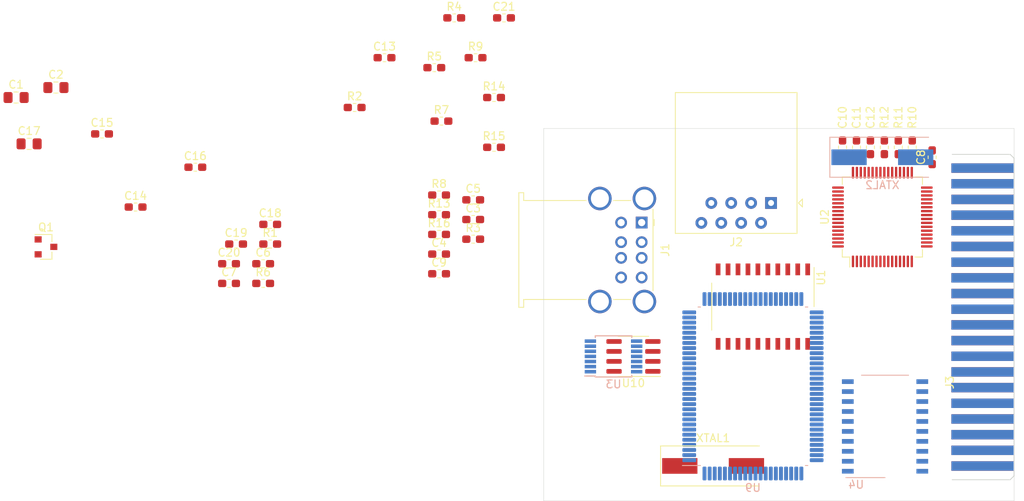
<source format=kicad_pcb>
(kicad_pcb (version 20171130) (host pcbnew "(5.1.8-0-10_14)")

  (general
    (thickness 1.6)
    (drawings 4)
    (tracks 0)
    (zones 0)
    (modules 49)
    (nets 77)
  )

  (page A4)
  (layers
    (0 F.Cu signal)
    (31 B.Cu signal hide)
    (32 B.Adhes user hide)
    (33 F.Adhes user hide)
    (34 B.Paste user hide)
    (35 F.Paste user)
    (36 B.SilkS user hide)
    (37 F.SilkS user)
    (38 B.Mask user hide)
    (39 F.Mask user)
    (40 Dwgs.User user hide)
    (41 Cmts.User user hide)
    (42 Eco1.User user hide)
    (43 Eco2.User user hide)
    (44 Edge.Cuts user)
    (45 Margin user hide)
    (46 B.CrtYd user hide)
    (47 F.CrtYd user)
    (48 B.Fab user hide)
    (49 F.Fab user)
  )

  (setup
    (last_trace_width 0.25)
    (trace_clearance 0.2)
    (zone_clearance 0.508)
    (zone_45_only no)
    (trace_min 0.2)
    (via_size 0.8)
    (via_drill 0.4)
    (via_min_size 0.4)
    (via_min_drill 0.3)
    (uvia_size 0.3)
    (uvia_drill 0.1)
    (uvias_allowed no)
    (uvia_min_size 0.2)
    (uvia_min_drill 0.1)
    (edge_width 0.05)
    (segment_width 0.2)
    (pcb_text_width 0.3)
    (pcb_text_size 1.5 1.5)
    (mod_edge_width 0.12)
    (mod_text_size 1 1)
    (mod_text_width 0.15)
    (pad_size 1.524 1.524)
    (pad_drill 0.762)
    (pad_to_mask_clearance 0)
    (aux_axis_origin 0 0)
    (visible_elements FFFFFF7F)
    (pcbplotparams
      (layerselection 0x010fc_ffffffff)
      (usegerberextensions false)
      (usegerberattributes true)
      (usegerberadvancedattributes true)
      (creategerberjobfile true)
      (excludeedgelayer true)
      (linewidth 0.100000)
      (plotframeref false)
      (viasonmask false)
      (mode 1)
      (useauxorigin false)
      (hpglpennumber 1)
      (hpglpenspeed 20)
      (hpglpendiameter 15.000000)
      (psnegative false)
      (psa4output false)
      (plotreference true)
      (plotvalue true)
      (plotinvisibletext false)
      (padsonsilk false)
      (subtractmaskfromsilk false)
      (outputformat 1)
      (mirror false)
      (drillshape 1)
      (scaleselection 1)
      (outputdirectory ""))
  )

  (net 0 "")
  (net 1 "Net-(C1-Pad2)")
  (net 2 "Net-(C1-Pad1)")
  (net 3 "Net-(C10-Pad2)")
  (net 4 "Net-(C7-Pad1)")
  (net 5 "Net-(C8-Pad1)")
  (net 6 "Net-(C9-Pad1)")
  (net 7 "Net-(C11-Pad1)")
  (net 8 "Net-(C12-Pad1)")
  (net 9 "Net-(C13-Pad1)")
  (net 10 "Net-(C14-Pad1)")
  (net 11 "Net-(C15-Pad1)")
  (net 12 "Net-(C16-Pad1)")
  (net 13 "Net-(C20-Pad1)")
  (net 14 "Net-(C21-Pad1)")
  (net 15 "Net-(J1-Pad1)")
  (net 16 "Net-(Q1-Pad2)")
  (net 17 "Net-(R2-Pad1)")
  (net 18 "Net-(R4-Pad1)")
  (net 19 "Net-(R7-Pad2)")
  (net 20 "Net-(R10-Pad2)")
  (net 21 "Net-(R11-Pad2)")
  (net 22 "Net-(R12-Pad2)")
  (net 23 "Net-(R13-Pad1)")
  (net 24 "Net-(R14-Pad1)")
  (net 25 "Net-(R15-Pad1)")
  (net 26 "Net-(R16-Pad1)")
  (net 27 "Net-(J3-Pad18)")
  (net 28 "Net-(J3-Pad17)")
  (net 29 "Net-(J3-Pad31)")
  (net 30 "Net-(J3-Pad33)")
  (net 31 "Net-(J3-Pad4)")
  (net 32 "Net-(J3-Pad3)")
  (net 33 "Net-(J3-Pad6)")
  (net 34 "Net-(J3-Pad5)")
  (net 35 "Net-(J3-Pad8)")
  (net 36 "Net-(J3-Pad7)")
  (net 37 "Net-(J3-Pad10)")
  (net 38 "Net-(J3-Pad9)")
  (net 39 "Net-(J3-Pad12)")
  (net 40 "Net-(J3-Pad11)")
  (net 41 "Net-(J3-Pad14)")
  (net 42 "Net-(J3-Pad13)")
  (net 43 "Net-(J3-Pad16)")
  (net 44 "Net-(J3-Pad15)")
  (net 45 "Net-(J3-Pad21)")
  (net 46 "Net-(J3-Pad23)")
  (net 47 "Net-(J3-Pad25)")
  (net 48 "Net-(J3-Pad36)")
  (net 49 "Net-(J3-Pad34)")
  (net 50 "Net-(J3-Pad32)")
  (net 51 "Net-(J3-Pad30)")
  (net 52 "Net-(J3-Pad27)")
  (net 53 "Net-(J3-Pad29)")
  (net 54 "Net-(J3-Pad28)")
  (net 55 "Net-(J3-Pad26)")
  (net 56 "Net-(J3-Pad24)")
  (net 57 "Net-(J3-Pad22)")
  (net 58 "Net-(J3-Pad20)")
  (net 59 "Net-(J3-Pad19)")
  (net 60 "Net-(R2-Pad2)")
  (net 61 "Net-(R3-Pad1)")
  (net 62 "Net-(R5-Pad1)")
  (net 63 "Net-(R8-Pad1)")
  (net 64 "Net-(J2-Pad6)")
  (net 65 "Net-(J2-Pad7)")
  (net 66 "Net-(U2-Pad29)")
  (net 67 "Net-(U3-Pad12)")
  (net 68 SMPAD)
  (net 69 "Net-(U3-Pad10)")
  (net 70 "Net-(U10-Pad2)")
  (net 71 "Net-(U10-Pad3)")
  (net 72 "Net-(U10-Pad1)")
  (net 73 "Net-(C5-Pad1)")
  (net 74 "Net-(C6-Pad1)")
  (net 75 "Net-(J2-Pad5)")
  (net 76 "Net-(J2-Pad4)")

  (net_class Default "This is the default net class."
    (clearance 0.2)
    (trace_width 0.25)
    (via_dia 0.8)
    (via_drill 0.4)
    (uvia_dia 0.3)
    (uvia_drill 0.1)
    (add_net "Net-(C1-Pad1)")
    (add_net "Net-(C1-Pad2)")
    (add_net "Net-(C10-Pad2)")
    (add_net "Net-(C11-Pad1)")
    (add_net "Net-(C12-Pad1)")
    (add_net "Net-(C13-Pad1)")
    (add_net "Net-(C14-Pad1)")
    (add_net "Net-(C15-Pad1)")
    (add_net "Net-(C16-Pad1)")
    (add_net "Net-(C20-Pad1)")
    (add_net "Net-(C21-Pad1)")
    (add_net "Net-(C5-Pad1)")
    (add_net "Net-(C6-Pad1)")
    (add_net "Net-(C7-Pad1)")
    (add_net "Net-(C8-Pad1)")
    (add_net "Net-(C9-Pad1)")
    (add_net "Net-(D2-Pad1)")
    (add_net "Net-(D3-Pad1)")
    (add_net "Net-(D5-Pad1)")
    (add_net "Net-(J1-Pad1)")
    (add_net "Net-(J2-Pad1)")
    (add_net "Net-(J2-Pad2)")
    (add_net "Net-(J2-Pad4)")
    (add_net "Net-(J2-Pad5)")
    (add_net "Net-(J2-Pad6)")
    (add_net "Net-(J2-Pad7)")
    (add_net "Net-(J3-Pad10)")
    (add_net "Net-(J3-Pad11)")
    (add_net "Net-(J3-Pad12)")
    (add_net "Net-(J3-Pad13)")
    (add_net "Net-(J3-Pad14)")
    (add_net "Net-(J3-Pad15)")
    (add_net "Net-(J3-Pad16)")
    (add_net "Net-(J3-Pad17)")
    (add_net "Net-(J3-Pad18)")
    (add_net "Net-(J3-Pad19)")
    (add_net "Net-(J3-Pad20)")
    (add_net "Net-(J3-Pad21)")
    (add_net "Net-(J3-Pad22)")
    (add_net "Net-(J3-Pad23)")
    (add_net "Net-(J3-Pad24)")
    (add_net "Net-(J3-Pad25)")
    (add_net "Net-(J3-Pad26)")
    (add_net "Net-(J3-Pad27)")
    (add_net "Net-(J3-Pad28)")
    (add_net "Net-(J3-Pad29)")
    (add_net "Net-(J3-Pad3)")
    (add_net "Net-(J3-Pad30)")
    (add_net "Net-(J3-Pad31)")
    (add_net "Net-(J3-Pad32)")
    (add_net "Net-(J3-Pad33)")
    (add_net "Net-(J3-Pad34)")
    (add_net "Net-(J3-Pad35)")
    (add_net "Net-(J3-Pad36)")
    (add_net "Net-(J3-Pad37)")
    (add_net "Net-(J3-Pad4)")
    (add_net "Net-(J3-Pad5)")
    (add_net "Net-(J3-Pad6)")
    (add_net "Net-(J3-Pad7)")
    (add_net "Net-(J3-Pad8)")
    (add_net "Net-(J3-Pad9)")
    (add_net "Net-(Q1-Pad2)")
    (add_net "Net-(R10-Pad2)")
    (add_net "Net-(R11-Pad2)")
    (add_net "Net-(R12-Pad2)")
    (add_net "Net-(R13-Pad1)")
    (add_net "Net-(R14-Pad1)")
    (add_net "Net-(R15-Pad1)")
    (add_net "Net-(R16-Pad1)")
    (add_net "Net-(R2-Pad1)")
    (add_net "Net-(R2-Pad2)")
    (add_net "Net-(R3-Pad1)")
    (add_net "Net-(R4-Pad1)")
    (add_net "Net-(R5-Pad1)")
    (add_net "Net-(R7-Pad2)")
    (add_net "Net-(R8-Pad1)")
    (add_net "Net-(U1-Pad1)")
    (add_net "Net-(U1-Pad10)")
    (add_net "Net-(U1-Pad20)")
    (add_net "Net-(U10-Pad1)")
    (add_net "Net-(U10-Pad2)")
    (add_net "Net-(U10-Pad3)")
    (add_net "Net-(U10-Pad7)")
    (add_net "Net-(U2-Pad20)")
    (add_net "Net-(U2-Pad25)")
    (add_net "Net-(U2-Pad26)")
    (add_net "Net-(U2-Pad29)")
    (add_net "Net-(U2-Pad30)")
    (add_net "Net-(U2-Pad31)")
    (add_net "Net-(U2-Pad33)")
    (add_net "Net-(U2-Pad34)")
    (add_net "Net-(U2-Pad36)")
    (add_net "Net-(U2-Pad38)")
    (add_net "Net-(U2-Pad41)")
    (add_net "Net-(U2-Pad42)")
    (add_net "Net-(U2-Pad47)")
    (add_net "Net-(U2-Pad48)")
    (add_net "Net-(U2-Pad49)")
    (add_net "Net-(U2-Pad55)")
    (add_net "Net-(U2-Pad61)")
    (add_net "Net-(U3-Pad10)")
    (add_net "Net-(U3-Pad12)")
    (add_net "Net-(U4-Pad10)")
    (add_net "Net-(U4-Pad20)")
    (add_net "Net-(U9-Pad1)")
    (add_net "Net-(U9-Pad100)")
    (add_net "Net-(U9-Pad2)")
    (add_net "Net-(U9-Pad3)")
    (add_net "Net-(U9-Pad31)")
    (add_net "Net-(U9-Pad32)")
    (add_net "Net-(U9-Pad33)")
    (add_net "Net-(U9-Pad35)")
    (add_net "Net-(U9-Pad48)")
    (add_net "Net-(U9-Pad49)")
    (add_net "Net-(U9-Pad53)")
    (add_net "Net-(U9-Pad54)")
    (add_net "Net-(U9-Pad55)")
    (add_net "Net-(U9-Pad56)")
    (add_net "Net-(U9-Pad60)")
    (add_net "Net-(U9-Pad62)")
    (add_net "Net-(U9-Pad64)")
    (add_net "Net-(U9-Pad66)")
    (add_net "Net-(U9-Pad67)")
    (add_net "Net-(U9-Pad68)")
    (add_net "Net-(U9-Pad69)")
    (add_net "Net-(U9-Pad71)")
    (add_net "Net-(U9-Pad72)")
    (add_net "Net-(U9-Pad73)")
    (add_net "Net-(U9-Pad74)")
    (add_net "Net-(U9-Pad75)")
    (add_net "Net-(U9-Pad80)")
    (add_net "Net-(U9-Pad81)")
    (add_net "Net-(U9-Pad82)")
    (add_net "Net-(U9-Pad84)")
    (add_net "Net-(U9-Pad85)")
    (add_net "Net-(U9-Pad87)")
    (add_net "Net-(U9-Pad88)")
    (add_net "Net-(U9-Pad90)")
    (add_net "Net-(U9-Pad91)")
    (add_net "Net-(U9-Pad92)")
    (add_net "Net-(U9-Pad93)")
    (add_net "Net-(U9-Pad94)")
    (add_net "Net-(U9-Pad95)")
    (add_net "Net-(U9-Pad96)")
    (add_net "Net-(U9-Pad97)")
    (add_net "Net-(U9-Pad98)")
    (add_net "Net-(U9-Pad99)")
    (add_net SMPAD)
  )

  (module AtariCartridge:AtariCartConnector (layer F.Cu) (tedit 609B0993) (tstamp 609C76CB)
    (at 153.8 67 90)
    (descr "PCIexpress Bus Edge Connector x1 http://www.ritrontek.com/uploadfile/2016/1026/20161026105231124.pdf#page=70")
    (tags PCIe)
    (path /60B7FA84)
    (attr virtual)
    (fp_text reference J3 (at 11.6 -5.5 90) (layer F.SilkS)
      (effects (font (size 1 1) (thickness 0.15)))
    )
    (fp_text value Conn_02x20_Top_Bottom (at 10.33 -8.01 90) (layer F.Fab)
      (effects (font (size 1 1) (thickness 0.15)))
    )
    (fp_line (start 40.7 2.2) (end 40.2 2.7) (layer Edge.Cuts) (width 0.1))
    (fp_line (start -0.8 2.2) (end -0.3 2.7) (layer Edge.Cuts) (width 0.1))
    (fp_line (start -0.3 2.7) (end 40.2 2.7) (layer Edge.Cuts) (width 0.1))
    (fp_line (start 40.7 -5.2) (end 40.7 2.2) (layer Edge.Cuts) (width 0.1))
    (fp_line (start -0.8 -5.2) (end -0.8 2.2) (layer Edge.Cuts) (width 0.1))
    (fp_line (start 41.1 3.95) (end -1.15 3.95) (layer F.CrtYd) (width 0.05))
    (fp_line (start 41.1 3.95) (end 41.1 -6.7) (layer F.CrtYd) (width 0.05))
    (fp_line (start -1.15 -6.7) (end -1.15 3.95) (layer F.CrtYd) (width 0.05))
    (fp_line (start -1.15 -6.7) (end 41.1 -6.7) (layer F.CrtYd) (width 0.05))
    (pad 34 connect rect (at 6.95 -1.3 90) (size 1.2 8) (layers B.Cu B.Mask)
      (net 49 "Net-(J3-Pad34)"))
    (pad 30 connect rect (at 10.95 -1.3 90) (size 1.2 8) (layers B.Cu B.Mask)
      (net 51 "Net-(J3-Pad30)"))
    (pad 18 connect rect (at 22.95 -1.3 90) (size 1.2 8) (layers B.Cu B.Mask)
      (net 27 "Net-(J3-Pad18)"))
    (pad 16 connect rect (at 24.95 -1.3 90) (size 1.2 8) (layers B.Cu B.Mask)
      (net 43 "Net-(J3-Pad16)"))
    (pad 12 connect rect (at 28.95 -1.3 90) (size 1.2 8) (layers B.Cu B.Mask)
      (net 39 "Net-(J3-Pad12)"))
    (pad 14 connect rect (at 26.95 -1.3 90) (size 1.2 8) (layers B.Cu B.Mask)
      (net 41 "Net-(J3-Pad14)"))
    (pad 2 connect rect (at 38.95 -1.3 90) (size 1.2 8) (layers B.Cu B.Mask)
      (net 2 "Net-(C1-Pad1)"))
    (pad 4 connect rect (at 36.95 -1.3 90) (size 1.2 8) (layers B.Cu B.Mask)
      (net 31 "Net-(J3-Pad4)"))
    (pad 38 connect rect (at 2.95 -1.3 90) (size 1.2 8) (layers B.Cu B.Mask)
      (net 3 "Net-(C10-Pad2)"))
    (pad 28 connect rect (at 12.95 -1.3 90) (size 1.2 8) (layers B.Cu B.Mask)
      (net 54 "Net-(J3-Pad28)"))
    (pad 40 connect rect (at 0.95 -1.3 90) (size 1.2 8) (layers B.Cu B.Mask)
      (net 3 "Net-(C10-Pad2)"))
    (pad 36 connect rect (at 4.95 -1.3 90) (size 1.2 8) (layers B.Cu B.Mask)
      (net 48 "Net-(J3-Pad36)"))
    (pad 32 connect rect (at 8.95 -1.3 90) (size 1.2 8) (layers B.Cu B.Mask)
      (net 50 "Net-(J3-Pad32)"))
    (pad 24 connect rect (at 16.95 -1.3 90) (size 1.2 8) (layers B.Cu B.Mask)
      (net 56 "Net-(J3-Pad24)"))
    (pad 26 connect rect (at 14.95 -1.3 90) (size 1.2 8) (layers B.Cu B.Mask)
      (net 55 "Net-(J3-Pad26)"))
    (pad 6 connect rect (at 34.95 -1.3 90) (size 1.2 8) (layers B.Cu B.Mask)
      (net 33 "Net-(J3-Pad6)"))
    (pad 10 connect rect (at 30.95 -1.3 90) (size 1.2 8) (layers B.Cu B.Mask)
      (net 37 "Net-(J3-Pad10)"))
    (pad 8 connect rect (at 32.95 -1.3 90) (size 1.2 8) (layers B.Cu B.Mask)
      (net 35 "Net-(J3-Pad8)"))
    (pad 20 connect rect (at 20.95 -1.3 90) (size 1.2 8) (layers B.Cu B.Mask)
      (net 58 "Net-(J3-Pad20)"))
    (pad 22 connect rect (at 18.95 -1.3 90) (size 1.2 8) (layers B.Cu B.Mask)
      (net 57 "Net-(J3-Pad22)"))
    (pad 3 connect rect (at 36.95 -1.3 90) (size 1.2 8) (layers F.Cu F.Mask)
      (net 32 "Net-(J3-Pad3)"))
    (pad 1 connect rect (at 38.95 -1.3 90) (size 1.2 8) (layers F.Cu F.Mask)
      (net 2 "Net-(C1-Pad1)"))
    (pad 9 connect rect (at 30.95 -1.3 90) (size 1.2 8) (layers F.Cu F.Mask)
      (net 38 "Net-(J3-Pad9)"))
    (pad 5 connect rect (at 34.95 -1.3 90) (size 1.2 8) (layers F.Cu F.Mask)
      (net 34 "Net-(J3-Pad5)"))
    (pad 7 connect rect (at 32.95 -1.3 90) (size 1.2 8) (layers F.Cu F.Mask)
      (net 36 "Net-(J3-Pad7)"))
    (pad 11 connect rect (at 28.95 -1.3 90) (size 1.2 8) (layers F.Cu F.Mask)
      (net 40 "Net-(J3-Pad11)"))
    (pad 13 connect rect (at 26.95 -1.3 90) (size 1.2 8) (layers F.Cu F.Mask)
      (net 42 "Net-(J3-Pad13)"))
    (pad 15 connect rect (at 24.95 -1.3 90) (size 1.2 8) (layers F.Cu F.Mask)
      (net 44 "Net-(J3-Pad15)"))
    (pad 21 connect rect (at 18.95 -1.3 90) (size 1.2 8) (layers F.Cu F.Mask)
      (net 45 "Net-(J3-Pad21)"))
    (pad 17 connect rect (at 22.95 -1.3 90) (size 1.2 8) (layers F.Cu F.Mask)
      (net 28 "Net-(J3-Pad17)"))
    (pad 19 connect rect (at 20.95 -1.3 90) (size 1.2 8) (layers F.Cu F.Mask)
      (net 59 "Net-(J3-Pad19)"))
    (pad 27 connect rect (at 12.95 -1.3 90) (size 1.2 8) (layers F.Cu F.Mask)
      (net 52 "Net-(J3-Pad27)"))
    (pad 23 connect rect (at 16.95 -1.3 90) (size 1.2 8) (layers F.Cu F.Mask)
      (net 46 "Net-(J3-Pad23)"))
    (pad 25 connect rect (at 14.95 -1.3 90) (size 1.2 8) (layers F.Cu F.Mask)
      (net 47 "Net-(J3-Pad25)"))
    (pad 31 connect rect (at 8.95 -1.3 90) (size 1.2 8) (layers F.Cu F.Mask)
      (net 29 "Net-(J3-Pad31)"))
    (pad 33 connect rect (at 6.95 -1.3 90) (size 1.2 8) (layers F.Cu F.Mask)
      (net 30 "Net-(J3-Pad33)"))
    (pad 29 connect rect (at 10.95 -1.3 90) (size 1.2 8) (layers F.Cu F.Mask)
      (net 53 "Net-(J3-Pad29)"))
    (pad 39 connect rect (at 0.95 -1.3 90) (size 1.2 8) (layers F.Cu F.Mask)
      (net 3 "Net-(C10-Pad2)"))
    (pad 37 connect rect (at 2.95 -1.3 90) (size 1.2 8) (layers F.Cu F.Mask))
    (pad 35 connect rect (at 4.95 -1.3 90) (size 1.2 8) (layers F.Cu F.Mask))
  )

  (module Package_SO:SOIC-8_3.9x4.9mm_P1.27mm (layer F.Cu) (tedit 5D9F72B1) (tstamp 609B1C19)
    (at 107.95 52.07 180)
    (descr "SOIC, 8 Pin (JEDEC MS-012AA, https://www.analog.com/media/en/package-pcb-resources/package/pkg_pdf/soic_narrow-r/r_8.pdf), generated with kicad-footprint-generator ipc_gullwing_generator.py")
    (tags "SOIC SO")
    (path /622C0C9F)
    (attr smd)
    (fp_text reference U10 (at 0 -3.4) (layer F.SilkS)
      (effects (font (size 1 1) (thickness 0.15)))
    )
    (fp_text value 93C46C (at 0 3.4) (layer F.Fab)
      (effects (font (size 1 1) (thickness 0.15)))
    )
    (fp_line (start 3.7 -2.7) (end -3.7 -2.7) (layer F.CrtYd) (width 0.05))
    (fp_line (start 3.7 2.7) (end 3.7 -2.7) (layer F.CrtYd) (width 0.05))
    (fp_line (start -3.7 2.7) (end 3.7 2.7) (layer F.CrtYd) (width 0.05))
    (fp_line (start -3.7 -2.7) (end -3.7 2.7) (layer F.CrtYd) (width 0.05))
    (fp_line (start -1.95 -1.475) (end -0.975 -2.45) (layer F.Fab) (width 0.1))
    (fp_line (start -1.95 2.45) (end -1.95 -1.475) (layer F.Fab) (width 0.1))
    (fp_line (start 1.95 2.45) (end -1.95 2.45) (layer F.Fab) (width 0.1))
    (fp_line (start 1.95 -2.45) (end 1.95 2.45) (layer F.Fab) (width 0.1))
    (fp_line (start -0.975 -2.45) (end 1.95 -2.45) (layer F.Fab) (width 0.1))
    (fp_line (start 0 -2.56) (end -3.45 -2.56) (layer F.SilkS) (width 0.12))
    (fp_line (start 0 -2.56) (end 1.95 -2.56) (layer F.SilkS) (width 0.12))
    (fp_line (start 0 2.56) (end -1.95 2.56) (layer F.SilkS) (width 0.12))
    (fp_line (start 0 2.56) (end 1.95 2.56) (layer F.SilkS) (width 0.12))
    (fp_text user %R (at 0 0) (layer F.Fab)
      (effects (font (size 0.98 0.98) (thickness 0.15)))
    )
    (pad 8 smd roundrect (at 2.475 -1.905 180) (size 1.95 0.6) (layers F.Cu F.Paste F.Mask) (roundrect_rratio 0.25)
      (net 2 "Net-(C1-Pad1)"))
    (pad 7 smd roundrect (at 2.475 -0.635 180) (size 1.95 0.6) (layers F.Cu F.Paste F.Mask) (roundrect_rratio 0.25))
    (pad 6 smd roundrect (at 2.475 0.635 180) (size 1.95 0.6) (layers F.Cu F.Paste F.Mask) (roundrect_rratio 0.25)
      (net 2 "Net-(C1-Pad1)"))
    (pad 5 smd roundrect (at 2.475 1.905 180) (size 1.95 0.6) (layers F.Cu F.Paste F.Mask) (roundrect_rratio 0.25)
      (net 3 "Net-(C10-Pad2)"))
    (pad 4 smd roundrect (at -2.475 1.905 180) (size 1.95 0.6) (layers F.Cu F.Paste F.Mask) (roundrect_rratio 0.25)
      (net 63 "Net-(R8-Pad1)"))
    (pad 3 smd roundrect (at -2.475 0.635 180) (size 1.95 0.6) (layers F.Cu F.Paste F.Mask) (roundrect_rratio 0.25)
      (net 71 "Net-(U10-Pad3)"))
    (pad 2 smd roundrect (at -2.475 -0.635 180) (size 1.95 0.6) (layers F.Cu F.Paste F.Mask) (roundrect_rratio 0.25)
      (net 70 "Net-(U10-Pad2)"))
    (pad 1 smd roundrect (at -2.475 -1.905 180) (size 1.95 0.6) (layers F.Cu F.Paste F.Mask) (roundrect_rratio 0.25)
      (net 72 "Net-(U10-Pad1)"))
    (model ${KISYS3DMOD}/Package_SO.3dshapes/SOIC-8_3.9x4.9mm_P1.27mm.wrl
      (at (xyz 0 0 0))
      (scale (xyz 1 1 1))
      (rotate (xyz 0 0 0))
    )
  )

  (module Connector_RJ:RJ45_Amphenol_54602-x08_Horizontal (layer F.Cu) (tedit 5B103613) (tstamp 609B52F4)
    (at 125.5 32.5 180)
    (descr "8 Pol Shallow Latch Connector, Modjack, RJ45 (https://cdn.amphenol-icc.com/media/wysiwyg/files/drawing/c-bmj-0102.pdf)")
    (tags RJ45)
    (path /609E5599)
    (fp_text reference J2 (at 4.445 -5) (layer F.SilkS)
      (effects (font (size 1 1) (thickness 0.15)))
    )
    (fp_text value RJ45 (at 4.445 4) (layer F.Fab)
      (effects (font (size 1 1) (thickness 0.15)))
    )
    (fp_line (start -4 0.5) (end -3.5 0) (layer F.SilkS) (width 0.12))
    (fp_line (start -4 -0.5) (end -4 0.5) (layer F.SilkS) (width 0.12))
    (fp_line (start -3.5 0) (end -4 -0.5) (layer F.SilkS) (width 0.12))
    (fp_line (start -3.205 13.97) (end -3.205 -2.77) (layer F.Fab) (width 0.12))
    (fp_line (start 12.095 13.97) (end -3.205 13.97) (layer F.Fab) (width 0.12))
    (fp_line (start 12.095 -3.77) (end 12.095 13.97) (layer F.Fab) (width 0.12))
    (fp_line (start -2.205 -3.77) (end 12.095 -3.77) (layer F.Fab) (width 0.12))
    (fp_line (start -3.205 -2.77) (end -2.205 -3.77) (layer F.Fab) (width 0.12))
    (fp_line (start -3.315 14.08) (end 12.205 14.08) (layer F.SilkS) (width 0.12))
    (fp_line (start 12.205 -3.88) (end 12.205 14.08) (layer F.SilkS) (width 0.12))
    (fp_line (start 12.205 -3.88) (end -3.315 -3.88) (layer F.SilkS) (width 0.12))
    (fp_line (start -3.315 -3.88) (end -3.315 14.08) (layer F.SilkS) (width 0.12))
    (fp_line (start -3.71 -4.27) (end 12.6 -4.27) (layer F.CrtYd) (width 0.05))
    (fp_line (start -3.71 -4.27) (end -3.71 14.47) (layer F.CrtYd) (width 0.05))
    (fp_line (start 12.6 14.47) (end 12.6 -4.27) (layer F.CrtYd) (width 0.05))
    (fp_line (start 12.6 14.47) (end -3.71 14.47) (layer F.CrtYd) (width 0.05))
    (fp_text user %R (at 4.445 2) (layer F.Fab)
      (effects (font (size 1 1) (thickness 0.15)))
    )
    (pad 8 thru_hole circle (at 8.89 -2.54 180) (size 1.5 1.5) (drill 0.76) (layers *.Cu *.Mask)
      (net 73 "Net-(C5-Pad1)"))
    (pad 7 thru_hole circle (at 7.62 0 180) (size 1.5 1.5) (drill 0.76) (layers *.Cu *.Mask)
      (net 65 "Net-(J2-Pad7)"))
    (pad 6 thru_hole circle (at 6.35 -2.54 180) (size 1.5 1.5) (drill 0.76) (layers *.Cu *.Mask)
      (net 64 "Net-(J2-Pad6)"))
    (pad 5 thru_hole circle (at 5.08 0 180) (size 1.5 1.5) (drill 0.76) (layers *.Cu *.Mask)
      (net 75 "Net-(J2-Pad5)"))
    (pad 4 thru_hole circle (at 3.81 -2.54 180) (size 1.5 1.5) (drill 0.76) (layers *.Cu *.Mask)
      (net 76 "Net-(J2-Pad4)"))
    (pad 3 thru_hole circle (at 2.54 0 180) (size 1.5 1.5) (drill 0.76) (layers *.Cu *.Mask)
      (net 74 "Net-(C6-Pad1)"))
    (pad 2 thru_hole circle (at 1.27 -2.54 180) (size 1.5 1.5) (drill 0.76) (layers *.Cu *.Mask))
    (pad 1 thru_hole rect (at 0 0 180) (size 1.5 1.5) (drill 0.76) (layers *.Cu *.Mask))
    (pad "" np_thru_hole circle (at -1.27 6.35 180) (size 3.2 3.2) (drill 3.2) (layers *.Cu *.Mask))
    (pad "" np_thru_hole circle (at 10.16 6.35 180) (size 3.2 3.2) (drill 3.2) (layers *.Cu *.Mask))
    (model ${KISYS3DMOD}/Connector_RJ.3dshapes/RJ45_Amphenol_54602-x08_Horizontal.wrl
      (at (xyz 0 0 0))
      (scale (xyz 1 1 1))
      (rotate (xyz 0 0 0))
    )
  )

  (module Package_QFP:PQFP-100_14x20mm_P0.65mm (layer B.Cu) (tedit 5D9F72B0) (tstamp 609B1BF6)
    (at 123.19 55.88)
    (descr "PQFP, 100 Pin (http://www.microsemi.com/index.php?option=com_docman&task=doc_download&gid=131095), generated with kicad-footprint-generator ipc_gullwing_generator.py")
    (tags "PQFP QFP")
    (path /609CB90A)
    (attr smd)
    (fp_text reference U9 (at 0 12.95 180) (layer B.SilkS)
      (effects (font (size 1 1) (thickness 0.15)) (justify mirror))
    )
    (fp_text value RTL8019AS_PQFP (at 0 -12.95 180) (layer B.Fab)
      (effects (font (size 1 1) (thickness 0.15)) (justify mirror))
    )
    (fp_line (start 6.685 -10.11) (end 7 -10.11) (layer B.SilkS) (width 0.12))
    (fp_line (start -6.685 -10.11) (end -7 -10.11) (layer B.SilkS) (width 0.12))
    (fp_line (start 6.685 10.11) (end 7 10.11) (layer B.SilkS) (width 0.12))
    (fp_line (start -6.685 10.11) (end -9 10.11) (layer B.SilkS) (width 0.12))
    (fp_line (start -6 10) (end 7 10) (layer B.Fab) (width 0.1))
    (fp_line (start 7 10) (end 7 -10) (layer B.Fab) (width 0.1))
    (fp_line (start 7 -10) (end -7 -10) (layer B.Fab) (width 0.1))
    (fp_line (start -7 -10) (end -7 9) (layer B.Fab) (width 0.1))
    (fp_line (start -7 9) (end -6 10) (layer B.Fab) (width 0.1))
    (fp_line (start 0 12.25) (end -6.68 12.25) (layer B.CrtYd) (width 0.05))
    (fp_line (start -6.68 12.25) (end -6.68 10.25) (layer B.CrtYd) (width 0.05))
    (fp_line (start -6.68 10.25) (end -7.25 10.25) (layer B.CrtYd) (width 0.05))
    (fp_line (start -7.25 10.25) (end -7.25 9.92) (layer B.CrtYd) (width 0.05))
    (fp_line (start -7.25 9.92) (end -9.25 9.92) (layer B.CrtYd) (width 0.05))
    (fp_line (start -9.25 9.92) (end -9.25 0) (layer B.CrtYd) (width 0.05))
    (fp_line (start 0 12.25) (end 6.68 12.25) (layer B.CrtYd) (width 0.05))
    (fp_line (start 6.68 12.25) (end 6.68 10.25) (layer B.CrtYd) (width 0.05))
    (fp_line (start 6.68 10.25) (end 7.25 10.25) (layer B.CrtYd) (width 0.05))
    (fp_line (start 7.25 10.25) (end 7.25 9.92) (layer B.CrtYd) (width 0.05))
    (fp_line (start 7.25 9.92) (end 9.25 9.92) (layer B.CrtYd) (width 0.05))
    (fp_line (start 9.25 9.92) (end 9.25 0) (layer B.CrtYd) (width 0.05))
    (fp_line (start 0 -12.25) (end -6.68 -12.25) (layer B.CrtYd) (width 0.05))
    (fp_line (start -6.68 -12.25) (end -6.68 -10.25) (layer B.CrtYd) (width 0.05))
    (fp_line (start -6.68 -10.25) (end -7.25 -10.25) (layer B.CrtYd) (width 0.05))
    (fp_line (start -7.25 -10.25) (end -7.25 -9.92) (layer B.CrtYd) (width 0.05))
    (fp_line (start -7.25 -9.92) (end -9.25 -9.92) (layer B.CrtYd) (width 0.05))
    (fp_line (start -9.25 -9.92) (end -9.25 0) (layer B.CrtYd) (width 0.05))
    (fp_line (start 0 -12.25) (end 6.68 -12.25) (layer B.CrtYd) (width 0.05))
    (fp_line (start 6.68 -12.25) (end 6.68 -10.25) (layer B.CrtYd) (width 0.05))
    (fp_line (start 6.68 -10.25) (end 7.25 -10.25) (layer B.CrtYd) (width 0.05))
    (fp_line (start 7.25 -10.25) (end 7.25 -9.92) (layer B.CrtYd) (width 0.05))
    (fp_line (start 7.25 -9.92) (end 9.25 -9.92) (layer B.CrtYd) (width 0.05))
    (fp_line (start 9.25 -9.92) (end 9.25 0) (layer B.CrtYd) (width 0.05))
    (fp_text user %R (at 0 0 180) (layer B.Fab)
      (effects (font (size 1 1) (thickness 0.15)) (justify mirror))
    )
    (pad 1 smd roundrect (at -8.125 9.425) (size 1.75 0.5) (layers B.Cu B.Paste B.Mask) (roundrect_rratio 0.25))
    (pad 2 smd roundrect (at -8.125 8.775) (size 1.75 0.5) (layers B.Cu B.Paste B.Mask) (roundrect_rratio 0.25))
    (pad 3 smd roundrect (at -8.125 8.125) (size 1.75 0.5) (layers B.Cu B.Paste B.Mask) (roundrect_rratio 0.25))
    (pad 4 smd roundrect (at -8.125 7.475) (size 1.75 0.5) (layers B.Cu B.Paste B.Mask) (roundrect_rratio 0.25)
      (net 69 "Net-(U3-Pad10)"))
    (pad 5 smd roundrect (at -8.125 6.825) (size 1.75 0.5) (layers B.Cu B.Paste B.Mask) (roundrect_rratio 0.25)
      (net 56 "Net-(J3-Pad24)"))
    (pad 6 smd roundrect (at -8.125 6.175) (size 1.75 0.5) (layers B.Cu B.Paste B.Mask) (roundrect_rratio 0.25)
      (net 2 "Net-(C1-Pad1)"))
    (pad 7 smd roundrect (at -8.125 5.525) (size 1.75 0.5) (layers B.Cu B.Paste B.Mask) (roundrect_rratio 0.25)
      (net 55 "Net-(J3-Pad26)"))
    (pad 8 smd roundrect (at -8.125 4.875) (size 1.75 0.5) (layers B.Cu B.Paste B.Mask) (roundrect_rratio 0.25)
      (net 53 "Net-(J3-Pad29)"))
    (pad 9 smd roundrect (at -8.125 4.225) (size 1.75 0.5) (layers B.Cu B.Paste B.Mask) (roundrect_rratio 0.25)
      (net 54 "Net-(J3-Pad28)"))
    (pad 10 smd roundrect (at -8.125 3.575) (size 1.75 0.5) (layers B.Cu B.Paste B.Mask) (roundrect_rratio 0.25)
      (net 59 "Net-(J3-Pad19)"))
    (pad 11 smd roundrect (at -8.125 2.925) (size 1.75 0.5) (layers B.Cu B.Paste B.Mask) (roundrect_rratio 0.25)
      (net 3 "Net-(C10-Pad2)"))
    (pad 12 smd roundrect (at -8.125 2.275) (size 1.75 0.5) (layers B.Cu B.Paste B.Mask) (roundrect_rratio 0.25)
      (net 3 "Net-(C10-Pad2)"))
    (pad 13 smd roundrect (at -8.125 1.625) (size 1.75 0.5) (layers B.Cu B.Paste B.Mask) (roundrect_rratio 0.25)
      (net 58 "Net-(J3-Pad20)"))
    (pad 14 smd roundrect (at -8.125 0.975) (size 1.75 0.5) (layers B.Cu B.Paste B.Mask) (roundrect_rratio 0.25)
      (net 3 "Net-(C10-Pad2)"))
    (pad 15 smd roundrect (at -8.125 0.325) (size 1.75 0.5) (layers B.Cu B.Paste B.Mask) (roundrect_rratio 0.25)
      (net 2 "Net-(C1-Pad1)"))
    (pad 16 smd roundrect (at -8.125 -0.325) (size 1.75 0.5) (layers B.Cu B.Paste B.Mask) (roundrect_rratio 0.25)
      (net 2 "Net-(C1-Pad1)"))
    (pad 17 smd roundrect (at -8.125 -0.975) (size 1.75 0.5) (layers B.Cu B.Paste B.Mask) (roundrect_rratio 0.25)
      (net 2 "Net-(C1-Pad1)"))
    (pad 18 smd roundrect (at -8.125 -1.625) (size 1.75 0.5) (layers B.Cu B.Paste B.Mask) (roundrect_rratio 0.25)
      (net 3 "Net-(C10-Pad2)"))
    (pad 19 smd roundrect (at -8.125 -2.275) (size 1.75 0.5) (layers B.Cu B.Paste B.Mask) (roundrect_rratio 0.25)
      (net 3 "Net-(C10-Pad2)"))
    (pad 20 smd roundrect (at -8.125 -2.925) (size 1.75 0.5) (layers B.Cu B.Paste B.Mask) (roundrect_rratio 0.25)
      (net 3 "Net-(C10-Pad2)"))
    (pad 21 smd roundrect (at -8.125 -3.575) (size 1.75 0.5) (layers B.Cu B.Paste B.Mask) (roundrect_rratio 0.25)
      (net 3 "Net-(C10-Pad2)"))
    (pad 22 smd roundrect (at -8.125 -4.225) (size 1.75 0.5) (layers B.Cu B.Paste B.Mask) (roundrect_rratio 0.25)
      (net 3 "Net-(C10-Pad2)"))
    (pad 23 smd roundrect (at -8.125 -4.875) (size 1.75 0.5) (layers B.Cu B.Paste B.Mask) (roundrect_rratio 0.25)
      (net 3 "Net-(C10-Pad2)"))
    (pad 24 smd roundrect (at -8.125 -5.525) (size 1.75 0.5) (layers B.Cu B.Paste B.Mask) (roundrect_rratio 0.25)
      (net 3 "Net-(C10-Pad2)"))
    (pad 25 smd roundrect (at -8.125 -6.175) (size 1.75 0.5) (layers B.Cu B.Paste B.Mask) (roundrect_rratio 0.25)
      (net 3 "Net-(C10-Pad2)"))
    (pad 26 smd roundrect (at -8.125 -6.825) (size 1.75 0.5) (layers B.Cu B.Paste B.Mask) (roundrect_rratio 0.25)
      (net 3 "Net-(C10-Pad2)"))
    (pad 27 smd roundrect (at -8.125 -7.475) (size 1.75 0.5) (layers B.Cu B.Paste B.Mask) (roundrect_rratio 0.25)
      (net 3 "Net-(C10-Pad2)"))
    (pad 28 smd roundrect (at -8.125 -8.125) (size 1.75 0.5) (layers B.Cu B.Paste B.Mask) (roundrect_rratio 0.25)
      (net 3 "Net-(C10-Pad2)"))
    (pad 29 smd roundrect (at -8.125 -8.775) (size 1.75 0.5) (layers B.Cu B.Paste B.Mask) (roundrect_rratio 0.25)
      (net 30 "Net-(J3-Pad33)"))
    (pad 30 smd roundrect (at -8.125 -9.425) (size 1.75 0.5) (layers B.Cu B.Paste B.Mask) (roundrect_rratio 0.25)
      (net 29 "Net-(J3-Pad31)"))
    (pad 31 smd roundrect (at -6.175 -11.125) (size 0.5 1.75) (layers B.Cu B.Paste B.Mask) (roundrect_rratio 0.25))
    (pad 32 smd roundrect (at -5.525 -11.125) (size 0.5 1.75) (layers B.Cu B.Paste B.Mask) (roundrect_rratio 0.25))
    (pad 33 smd roundrect (at -4.875 -11.125) (size 0.5 1.75) (layers B.Cu B.Paste B.Mask) (roundrect_rratio 0.25))
    (pad 34 smd roundrect (at -4.225 -11.125) (size 0.5 1.75) (layers B.Cu B.Paste B.Mask) (roundrect_rratio 0.25)
      (net 3 "Net-(C10-Pad2)"))
    (pad 35 smd roundrect (at -3.575 -11.125) (size 0.5 1.75) (layers B.Cu B.Paste B.Mask) (roundrect_rratio 0.25))
    (pad 36 smd roundrect (at -2.925 -11.125) (size 0.5 1.75) (layers B.Cu B.Paste B.Mask) (roundrect_rratio 0.25)
      (net 38 "Net-(J3-Pad9)"))
    (pad 37 smd roundrect (at -2.275 -11.125) (size 0.5 1.75) (layers B.Cu B.Paste B.Mask) (roundrect_rratio 0.25)
      (net 37 "Net-(J3-Pad10)"))
    (pad 38 smd roundrect (at -1.625 -11.125) (size 0.5 1.75) (layers B.Cu B.Paste B.Mask) (roundrect_rratio 0.25)
      (net 36 "Net-(J3-Pad7)"))
    (pad 39 smd roundrect (at -0.975 -11.125) (size 0.5 1.75) (layers B.Cu B.Paste B.Mask) (roundrect_rratio 0.25)
      (net 35 "Net-(J3-Pad8)"))
    (pad 40 smd roundrect (at -0.325 -11.125) (size 0.5 1.75) (layers B.Cu B.Paste B.Mask) (roundrect_rratio 0.25)
      (net 34 "Net-(J3-Pad5)"))
    (pad 41 smd roundrect (at 0.325 -11.125) (size 0.5 1.75) (layers B.Cu B.Paste B.Mask) (roundrect_rratio 0.25)
      (net 33 "Net-(J3-Pad6)"))
    (pad 42 smd roundrect (at 0.975 -11.125) (size 0.5 1.75) (layers B.Cu B.Paste B.Mask) (roundrect_rratio 0.25)
      (net 32 "Net-(J3-Pad3)"))
    (pad 43 smd roundrect (at 1.625 -11.125) (size 0.5 1.75) (layers B.Cu B.Paste B.Mask) (roundrect_rratio 0.25)
      (net 31 "Net-(J3-Pad4)"))
    (pad 44 smd roundrect (at 2.275 -11.125) (size 0.5 1.75) (layers B.Cu B.Paste B.Mask) (roundrect_rratio 0.25)
      (net 3 "Net-(C10-Pad2)"))
    (pad 45 smd roundrect (at 2.925 -11.125) (size 0.5 1.75) (layers B.Cu B.Paste B.Mask) (roundrect_rratio 0.25)
      (net 76 "Net-(J2-Pad4)"))
    (pad 46 smd roundrect (at 3.575 -11.125) (size 0.5 1.75) (layers B.Cu B.Paste B.Mask) (roundrect_rratio 0.25)
      (net 75 "Net-(J2-Pad5)"))
    (pad 47 smd roundrect (at 4.225 -11.125) (size 0.5 1.75) (layers B.Cu B.Paste B.Mask) (roundrect_rratio 0.25)
      (net 2 "Net-(C1-Pad1)"))
    (pad 48 smd roundrect (at 4.875 -11.125) (size 0.5 1.75) (layers B.Cu B.Paste B.Mask) (roundrect_rratio 0.25))
    (pad 49 smd roundrect (at 5.525 -11.125) (size 0.5 1.75) (layers B.Cu B.Paste B.Mask) (roundrect_rratio 0.25))
    (pad 50 smd roundrect (at 6.175 -11.125) (size 0.5 1.75) (layers B.Cu B.Paste B.Mask) (roundrect_rratio 0.25)
      (net 14 "Net-(C21-Pad1)"))
    (pad 51 smd roundrect (at 8.125 -9.425) (size 1.75 0.5) (layers B.Cu B.Paste B.Mask) (roundrect_rratio 0.25)
      (net 13 "Net-(C20-Pad1)"))
    (pad 52 smd roundrect (at 8.125 -8.775) (size 1.75 0.5) (layers B.Cu B.Paste B.Mask) (roundrect_rratio 0.25)
      (net 3 "Net-(C10-Pad2)"))
    (pad 53 smd roundrect (at 8.125 -8.125) (size 1.75 0.5) (layers B.Cu B.Paste B.Mask) (roundrect_rratio 0.25))
    (pad 54 smd roundrect (at 8.125 -7.475) (size 1.75 0.5) (layers B.Cu B.Paste B.Mask) (roundrect_rratio 0.25))
    (pad 55 smd roundrect (at 8.125 -6.825) (size 1.75 0.5) (layers B.Cu B.Paste B.Mask) (roundrect_rratio 0.25))
    (pad 56 smd roundrect (at 8.125 -6.175) (size 1.75 0.5) (layers B.Cu B.Paste B.Mask) (roundrect_rratio 0.25))
    (pad 57 smd roundrect (at 8.125 -5.525) (size 1.75 0.5) (layers B.Cu B.Paste B.Mask) (roundrect_rratio 0.25)
      (net 2 "Net-(C1-Pad1)"))
    (pad 58 smd roundrect (at 8.125 -4.875) (size 1.75 0.5) (layers B.Cu B.Paste B.Mask) (roundrect_rratio 0.25)
      (net 65 "Net-(J2-Pad7)"))
    (pad 59 smd roundrect (at 8.125 -4.225) (size 1.75 0.5) (layers B.Cu B.Paste B.Mask) (roundrect_rratio 0.25)
      (net 64 "Net-(J2-Pad6)"))
    (pad 60 smd roundrect (at 8.125 -3.575) (size 1.75 0.5) (layers B.Cu B.Paste B.Mask) (roundrect_rratio 0.25))
    (pad 61 smd roundrect (at 8.125 -2.925) (size 1.75 0.5) (layers B.Cu B.Paste B.Mask) (roundrect_rratio 0.25)
      (net 61 "Net-(R3-Pad1)"))
    (pad 62 smd roundrect (at 8.125 -2.275) (size 1.75 0.5) (layers B.Cu B.Paste B.Mask) (roundrect_rratio 0.25))
    (pad 63 smd roundrect (at 8.125 -1.625) (size 1.75 0.5) (layers B.Cu B.Paste B.Mask) (roundrect_rratio 0.25)
      (net 62 "Net-(R5-Pad1)"))
    (pad 64 smd roundrect (at 8.125 -0.975) (size 1.75 0.5) (layers B.Cu B.Paste B.Mask) (roundrect_rratio 0.25))
    (pad 65 smd roundrect (at 8.125 -0.325) (size 1.75 0.5) (layers B.Cu B.Paste B.Mask) (roundrect_rratio 0.25)
      (net 2 "Net-(C1-Pad1)"))
    (pad 66 smd roundrect (at 8.125 0.325) (size 1.75 0.5) (layers B.Cu B.Paste B.Mask) (roundrect_rratio 0.25))
    (pad 67 smd roundrect (at 8.125 0.975) (size 1.75 0.5) (layers B.Cu B.Paste B.Mask) (roundrect_rratio 0.25))
    (pad 68 smd roundrect (at 8.125 1.625) (size 1.75 0.5) (layers B.Cu B.Paste B.Mask) (roundrect_rratio 0.25))
    (pad 69 smd roundrect (at 8.125 2.275) (size 1.75 0.5) (layers B.Cu B.Paste B.Mask) (roundrect_rratio 0.25))
    (pad 70 smd roundrect (at 8.125 2.925) (size 1.75 0.5) (layers B.Cu B.Paste B.Mask) (roundrect_rratio 0.25)
      (net 2 "Net-(C1-Pad1)"))
    (pad 71 smd roundrect (at 8.125 3.575) (size 1.75 0.5) (layers B.Cu B.Paste B.Mask) (roundrect_rratio 0.25))
    (pad 72 smd roundrect (at 8.125 4.225) (size 1.75 0.5) (layers B.Cu B.Paste B.Mask) (roundrect_rratio 0.25))
    (pad 73 smd roundrect (at 8.125 4.875) (size 1.75 0.5) (layers B.Cu B.Paste B.Mask) (roundrect_rratio 0.25))
    (pad 74 smd roundrect (at 8.125 5.525) (size 1.75 0.5) (layers B.Cu B.Paste B.Mask) (roundrect_rratio 0.25))
    (pad 75 smd roundrect (at 8.125 6.175) (size 1.75 0.5) (layers B.Cu B.Paste B.Mask) (roundrect_rratio 0.25))
    (pad 76 smd roundrect (at 8.125 6.825) (size 1.75 0.5) (layers B.Cu B.Paste B.Mask) (roundrect_rratio 0.25)
      (net 72 "Net-(U10-Pad1)"))
    (pad 77 smd roundrect (at 8.125 7.475) (size 1.75 0.5) (layers B.Cu B.Paste B.Mask) (roundrect_rratio 0.25)
      (net 63 "Net-(R8-Pad1)"))
    (pad 78 smd roundrect (at 8.125 8.125) (size 1.75 0.5) (layers B.Cu B.Paste B.Mask) (roundrect_rratio 0.25)
      (net 71 "Net-(U10-Pad3)"))
    (pad 79 smd roundrect (at 8.125 8.775) (size 1.75 0.5) (layers B.Cu B.Paste B.Mask) (roundrect_rratio 0.25)
      (net 70 "Net-(U10-Pad2)"))
    (pad 80 smd roundrect (at 8.125 9.425) (size 1.75 0.5) (layers B.Cu B.Paste B.Mask) (roundrect_rratio 0.25))
    (pad 81 smd roundrect (at 6.175 11.125) (size 0.5 1.75) (layers B.Cu B.Paste B.Mask) (roundrect_rratio 0.25))
    (pad 82 smd roundrect (at 5.525 11.125) (size 0.5 1.75) (layers B.Cu B.Paste B.Mask) (roundrect_rratio 0.25))
    (pad 83 smd roundrect (at 4.875 11.125) (size 0.5 1.75) (layers B.Cu B.Paste B.Mask) (roundrect_rratio 0.25)
      (net 3 "Net-(C10-Pad2)"))
    (pad 84 smd roundrect (at 4.225 11.125) (size 0.5 1.75) (layers B.Cu B.Paste B.Mask) (roundrect_rratio 0.25))
    (pad 85 smd roundrect (at 3.575 11.125) (size 0.5 1.75) (layers B.Cu B.Paste B.Mask) (roundrect_rratio 0.25))
    (pad 86 smd roundrect (at 2.925 11.125) (size 0.5 1.75) (layers B.Cu B.Paste B.Mask) (roundrect_rratio 0.25)
      (net 3 "Net-(C10-Pad2)"))
    (pad 87 smd roundrect (at 2.275 11.125) (size 0.5 1.75) (layers B.Cu B.Paste B.Mask) (roundrect_rratio 0.25))
    (pad 88 smd roundrect (at 1.625 11.125) (size 0.5 1.75) (layers B.Cu B.Paste B.Mask) (roundrect_rratio 0.25))
    (pad 89 smd roundrect (at 0.975 11.125) (size 0.5 1.75) (layers B.Cu B.Paste B.Mask) (roundrect_rratio 0.25)
      (net 2 "Net-(C1-Pad1)"))
    (pad 90 smd roundrect (at 0.325 11.125) (size 0.5 1.75) (layers B.Cu B.Paste B.Mask) (roundrect_rratio 0.25))
    (pad 91 smd roundrect (at -0.325 11.125) (size 0.5 1.75) (layers B.Cu B.Paste B.Mask) (roundrect_rratio 0.25))
    (pad 92 smd roundrect (at -0.975 11.125) (size 0.5 1.75) (layers B.Cu B.Paste B.Mask) (roundrect_rratio 0.25))
    (pad 93 smd roundrect (at -1.625 11.125) (size 0.5 1.75) (layers B.Cu B.Paste B.Mask) (roundrect_rratio 0.25))
    (pad 94 smd roundrect (at -2.275 11.125) (size 0.5 1.75) (layers B.Cu B.Paste B.Mask) (roundrect_rratio 0.25))
    (pad 95 smd roundrect (at -2.925 11.125) (size 0.5 1.75) (layers B.Cu B.Paste B.Mask) (roundrect_rratio 0.25))
    (pad 96 smd roundrect (at -3.575 11.125) (size 0.5 1.75) (layers B.Cu B.Paste B.Mask) (roundrect_rratio 0.25))
    (pad 97 smd roundrect (at -4.225 11.125) (size 0.5 1.75) (layers B.Cu B.Paste B.Mask) (roundrect_rratio 0.25))
    (pad 98 smd roundrect (at -4.875 11.125) (size 0.5 1.75) (layers B.Cu B.Paste B.Mask) (roundrect_rratio 0.25))
    (pad 99 smd roundrect (at -5.525 11.125) (size 0.5 1.75) (layers B.Cu B.Paste B.Mask) (roundrect_rratio 0.25))
    (pad 100 smd roundrect (at -6.175 11.125) (size 0.5 1.75) (layers B.Cu B.Paste B.Mask) (roundrect_rratio 0.25))
    (model ${KISYS3DMOD}/Package_QFP.3dshapes/PQFP-100_14x20mm_P0.65mm.wrl
      (at (xyz 0 0 0))
      (scale (xyz 1 1 1))
      (rotate (xyz 0 0 0))
    )
  )

  (module Package_SO:TSSOP-14_4.4x5mm_P0.65mm (layer B.Cu) (tedit 5A02F25C) (tstamp 609B1B49)
    (at 105.41 52.07)
    (descr "14-Lead Plastic Thin Shrink Small Outline (ST)-4.4 mm Body [TSSOP] (see Microchip Packaging Specification 00000049BS.pdf)")
    (tags "SSOP 0.65")
    (path /609978CA)
    (attr smd)
    (fp_text reference U3 (at 0 3.55) (layer B.SilkS)
      (effects (font (size 1 1) (thickness 0.15)) (justify mirror))
    )
    (fp_text value 74LS00 (at 0 -3.55) (layer B.Fab)
      (effects (font (size 1 1) (thickness 0.15)) (justify mirror))
    )
    (fp_line (start -2.325 2.5) (end -3.675 2.5) (layer B.SilkS) (width 0.15))
    (fp_line (start -2.325 -2.625) (end 2.325 -2.625) (layer B.SilkS) (width 0.15))
    (fp_line (start -2.325 2.625) (end 2.325 2.625) (layer B.SilkS) (width 0.15))
    (fp_line (start -2.325 -2.625) (end -2.325 -2.4) (layer B.SilkS) (width 0.15))
    (fp_line (start 2.325 -2.625) (end 2.325 -2.4) (layer B.SilkS) (width 0.15))
    (fp_line (start 2.325 2.625) (end 2.325 2.4) (layer B.SilkS) (width 0.15))
    (fp_line (start -2.325 2.625) (end -2.325 2.5) (layer B.SilkS) (width 0.15))
    (fp_line (start -3.95 -2.8) (end 3.95 -2.8) (layer B.CrtYd) (width 0.05))
    (fp_line (start -3.95 2.8) (end 3.95 2.8) (layer B.CrtYd) (width 0.05))
    (fp_line (start 3.95 2.8) (end 3.95 -2.8) (layer B.CrtYd) (width 0.05))
    (fp_line (start -3.95 2.8) (end -3.95 -2.8) (layer B.CrtYd) (width 0.05))
    (fp_line (start -2.2 1.5) (end -1.2 2.5) (layer B.Fab) (width 0.15))
    (fp_line (start -2.2 -2.5) (end -2.2 1.5) (layer B.Fab) (width 0.15))
    (fp_line (start 2.2 -2.5) (end -2.2 -2.5) (layer B.Fab) (width 0.15))
    (fp_line (start 2.2 2.5) (end 2.2 -2.5) (layer B.Fab) (width 0.15))
    (fp_line (start -1.2 2.5) (end 2.2 2.5) (layer B.Fab) (width 0.15))
    (fp_text user %R (at 0 0) (layer B.Fab)
      (effects (font (size 0.8 0.8) (thickness 0.15)) (justify mirror))
    )
    (pad 14 smd rect (at 2.95 1.95) (size 1.45 0.45) (layers B.Cu B.Paste B.Mask)
      (net 2 "Net-(C1-Pad1)"))
    (pad 13 smd rect (at 2.95 1.3) (size 1.45 0.45) (layers B.Cu B.Paste B.Mask)
      (net 66 "Net-(U2-Pad29)"))
    (pad 12 smd rect (at 2.95 0.65) (size 1.45 0.45) (layers B.Cu B.Paste B.Mask)
      (net 67 "Net-(U3-Pad12)"))
    (pad 11 smd rect (at 2.95 0) (size 1.45 0.45) (layers B.Cu B.Paste B.Mask)
      (net 68 SMPAD))
    (pad 10 smd rect (at 2.95 -0.65) (size 1.45 0.45) (layers B.Cu B.Paste B.Mask)
      (net 69 "Net-(U3-Pad10)"))
    (pad 9 smd rect (at 2.95 -1.3) (size 1.45 0.45) (layers B.Cu B.Paste B.Mask)
      (net 69 "Net-(U3-Pad10)"))
    (pad 8 smd rect (at 2.95 -1.95) (size 1.45 0.45) (layers B.Cu B.Paste B.Mask)
      (net 67 "Net-(U3-Pad12)"))
    (pad 7 smd rect (at -2.95 -1.95) (size 1.45 0.45) (layers B.Cu B.Paste B.Mask)
      (net 3 "Net-(C10-Pad2)"))
    (pad 6 smd rect (at -2.95 -1.3) (size 1.45 0.45) (layers B.Cu B.Paste B.Mask)
      (net 68 SMPAD))
    (pad 5 smd rect (at -2.95 -0.65) (size 1.45 0.45) (layers B.Cu B.Paste B.Mask)
      (net 68 SMPAD))
    (pad 4 smd rect (at -2.95 0) (size 1.45 0.45) (layers B.Cu B.Paste B.Mask)
      (net 68 SMPAD))
    (pad 3 smd rect (at -2.95 0.65) (size 1.45 0.45) (layers B.Cu B.Paste B.Mask)
      (net 60 "Net-(R2-Pad2)"))
    (pad 2 smd rect (at -2.95 1.3) (size 1.45 0.45) (layers B.Cu B.Paste B.Mask)
      (net 58 "Net-(J3-Pad20)"))
    (pad 1 smd rect (at -2.95 1.95) (size 1.45 0.45) (layers B.Cu B.Paste B.Mask)
      (net 58 "Net-(J3-Pad20)"))
    (model ${KISYS3DMOD}/Package_SO.3dshapes/TSSOP-14_4.4x5mm_P0.65mm.wrl
      (at (xyz 0 0 0))
      (scale (xyz 1 1 1))
      (rotate (xyz 0 0 0))
    )
  )

  (module Crystal:Crystal_SMD_HC49-SD (layer B.Cu) (tedit 5A1AD52C) (tstamp 609AF8D3)
    (at 139.7 26.67)
    (descr "SMD Crystal HC-49-SD http://cdn-reichelt.de/documents/datenblatt/B400/xxx-HC49-SMD.pdf, 11.4x4.7mm^2 package")
    (tags "SMD SMT crystal")
    (path /609C50AF)
    (attr smd)
    (fp_text reference XTAL2 (at 0 3.55) (layer B.SilkS)
      (effects (font (size 1 1) (thickness 0.15)) (justify mirror))
    )
    (fp_text value 6mhz (at 0 -3.55) (layer B.Fab)
      (effects (font (size 1 1) (thickness 0.15)) (justify mirror))
    )
    (fp_line (start 6.8 2.6) (end -6.8 2.6) (layer B.CrtYd) (width 0.05))
    (fp_line (start 6.8 -2.6) (end 6.8 2.6) (layer B.CrtYd) (width 0.05))
    (fp_line (start -6.8 -2.6) (end 6.8 -2.6) (layer B.CrtYd) (width 0.05))
    (fp_line (start -6.8 2.6) (end -6.8 -2.6) (layer B.CrtYd) (width 0.05))
    (fp_line (start -6.7 -2.55) (end 5.9 -2.55) (layer B.SilkS) (width 0.12))
    (fp_line (start -6.7 2.55) (end -6.7 -2.55) (layer B.SilkS) (width 0.12))
    (fp_line (start 5.9 2.55) (end -6.7 2.55) (layer B.SilkS) (width 0.12))
    (fp_line (start -3.015 -2.115) (end 3.015 -2.115) (layer B.Fab) (width 0.1))
    (fp_line (start -3.015 2.115) (end 3.015 2.115) (layer B.Fab) (width 0.1))
    (fp_line (start 5.7 2.35) (end -5.7 2.35) (layer B.Fab) (width 0.1))
    (fp_line (start 5.7 -2.35) (end 5.7 2.35) (layer B.Fab) (width 0.1))
    (fp_line (start -5.7 -2.35) (end 5.7 -2.35) (layer B.Fab) (width 0.1))
    (fp_line (start -5.7 2.35) (end -5.7 -2.35) (layer B.Fab) (width 0.1))
    (fp_text user %R (at 0 0) (layer B.Fab)
      (effects (font (size 1 1) (thickness 0.15)) (justify mirror))
    )
    (fp_arc (start -3.015 0) (end -3.015 2.115) (angle 180) (layer B.Fab) (width 0.1))
    (fp_arc (start 3.015 0) (end 3.015 2.115) (angle -180) (layer B.Fab) (width 0.1))
    (pad 1 smd rect (at -4.25 0) (size 4.5 2) (layers B.Cu B.Paste B.Mask)
      (net 7 "Net-(C11-Pad1)"))
    (pad 2 smd rect (at 4.25 0) (size 4.5 2) (layers B.Cu B.Paste B.Mask)
      (net 8 "Net-(C12-Pad1)"))
    (model ${KISYS3DMOD}/Crystal.3dshapes/Crystal_SMD_HC49-SD.wrl
      (at (xyz 0 0 0))
      (scale (xyz 1 1 1))
      (rotate (xyz 0 0 0))
    )
  )

  (module Crystal:Crystal_SMD_HC49-SD (layer F.Cu) (tedit 5A1AD52C) (tstamp 609AF8BD)
    (at 118.11 66.04)
    (descr "SMD Crystal HC-49-SD http://cdn-reichelt.de/documents/datenblatt/B400/xxx-HC49-SMD.pdf, 11.4x4.7mm^2 package")
    (tags "SMD SMT crystal")
    (path /60C2101A)
    (attr smd)
    (fp_text reference XTAL1 (at 0 -3.55) (layer F.SilkS)
      (effects (font (size 1 1) (thickness 0.15)))
    )
    (fp_text value 20mhz (at 0 3.55) (layer F.Fab)
      (effects (font (size 1 1) (thickness 0.15)))
    )
    (fp_line (start -5.7 -2.35) (end -5.7 2.35) (layer F.Fab) (width 0.1))
    (fp_line (start -5.7 2.35) (end 5.7 2.35) (layer F.Fab) (width 0.1))
    (fp_line (start 5.7 2.35) (end 5.7 -2.35) (layer F.Fab) (width 0.1))
    (fp_line (start 5.7 -2.35) (end -5.7 -2.35) (layer F.Fab) (width 0.1))
    (fp_line (start -3.015 -2.115) (end 3.015 -2.115) (layer F.Fab) (width 0.1))
    (fp_line (start -3.015 2.115) (end 3.015 2.115) (layer F.Fab) (width 0.1))
    (fp_line (start 5.9 -2.55) (end -6.7 -2.55) (layer F.SilkS) (width 0.12))
    (fp_line (start -6.7 -2.55) (end -6.7 2.55) (layer F.SilkS) (width 0.12))
    (fp_line (start -6.7 2.55) (end 5.9 2.55) (layer F.SilkS) (width 0.12))
    (fp_line (start -6.8 -2.6) (end -6.8 2.6) (layer F.CrtYd) (width 0.05))
    (fp_line (start -6.8 2.6) (end 6.8 2.6) (layer F.CrtYd) (width 0.05))
    (fp_line (start 6.8 2.6) (end 6.8 -2.6) (layer F.CrtYd) (width 0.05))
    (fp_line (start 6.8 -2.6) (end -6.8 -2.6) (layer F.CrtYd) (width 0.05))
    (fp_arc (start 3.015 0) (end 3.015 -2.115) (angle 180) (layer F.Fab) (width 0.1))
    (fp_arc (start -3.015 0) (end -3.015 -2.115) (angle -180) (layer F.Fab) (width 0.1))
    (fp_text user %R (at 0 0) (layer F.Fab)
      (effects (font (size 1 1) (thickness 0.15)))
    )
    (pad 2 smd rect (at 4.25 0) (size 4.5 2) (layers F.Cu F.Paste F.Mask)
      (net 14 "Net-(C21-Pad1)"))
    (pad 1 smd rect (at -4.25 0) (size 4.5 2) (layers F.Cu F.Paste F.Mask)
      (net 13 "Net-(C20-Pad1)"))
    (model ${KISYS3DMOD}/Crystal.3dshapes/Crystal_SMD_HC49-SD.wrl
      (at (xyz 0 0 0))
      (scale (xyz 1 1 1))
      (rotate (xyz 0 0 0))
    )
  )

  (module Package_SO:SO-20_12.8x7.5mm_P1.27mm (layer F.Cu) (tedit 5A02F2D3) (tstamp 609AF8A7)
    (at 124.46 45.72 270)
    (descr "SO-20, 12.8x7.5mm, https://www.nxp.com/docs/en/data-sheet/SA605.pdf")
    (tags "S0-20 ")
    (path /60EA3D47)
    (attr smd)
    (fp_text reference U1 (at -3.69 -7.42 90) (layer F.SilkS)
      (effects (font (size 1 1) (thickness 0.15)))
    )
    (fp_text value 74LS245 (at 0 7.99 90) (layer F.Fab)
      (effects (font (size 1 1) (thickness 0.15)))
    )
    (fp_line (start -1.2 -6.4) (end 2.2 -6.4) (layer F.Fab) (width 0.1))
    (fp_line (start 2.2 -6.4) (end 2.2 6.4) (layer F.Fab) (width 0.1))
    (fp_line (start 2.2 6.4) (end -2.2 6.4) (layer F.Fab) (width 0.1))
    (fp_line (start -2.2 6.4) (end -2.2 -5.4) (layer F.Fab) (width 0.1))
    (fp_line (start -2.2 -5.4) (end -1.2 -6.4) (layer F.Fab) (width 0.1))
    (fp_line (start -3 6.53) (end 3 6.53) (layer F.SilkS) (width 0.12))
    (fp_line (start -5 -6.53) (end 0 -6.53) (layer F.SilkS) (width 0.12))
    (fp_line (start -5.7 -6.7) (end 5.7 -6.7) (layer F.CrtYd) (width 0.05))
    (fp_line (start 5.7 -6.7) (end 5.7 6.7) (layer F.CrtYd) (width 0.05))
    (fp_line (start 5.7 6.7) (end -5.7 6.7) (layer F.CrtYd) (width 0.05))
    (fp_line (start -5.7 6.7) (end -5.7 -6.7) (layer F.CrtYd) (width 0.05))
    (fp_text user %R (at 0 0 90) (layer F.Fab)
      (effects (font (size 1 1) (thickness 0.15)))
    )
    (pad 20 smd rect (at 4.75 -5.715 270) (size 1.5 0.6) (layers F.Cu F.Paste F.Mask))
    (pad 19 smd rect (at 4.75 -4.445 270) (size 1.5 0.6) (layers F.Cu F.Paste F.Mask)
      (net 29 "Net-(J3-Pad31)"))
    (pad 18 smd rect (at 4.75 -3.175 270) (size 1.5 0.6) (layers F.Cu F.Paste F.Mask)
      (net 45 "Net-(J3-Pad21)"))
    (pad 17 smd rect (at 4.75 -1.905 270) (size 1.5 0.6) (layers F.Cu F.Paste F.Mask)
      (net 46 "Net-(J3-Pad23)"))
    (pad 16 smd rect (at 4.75 -0.635 270) (size 1.5 0.6) (layers F.Cu F.Paste F.Mask)
      (net 47 "Net-(J3-Pad25)"))
    (pad 15 smd rect (at 4.75 0.635 270) (size 1.5 0.6) (layers F.Cu F.Paste F.Mask)
      (net 52 "Net-(J3-Pad27)"))
    (pad 14 smd rect (at 4.75 1.905 270) (size 1.5 0.6) (layers F.Cu F.Paste F.Mask)
      (net 51 "Net-(J3-Pad30)"))
    (pad 13 smd rect (at 4.75 3.175 270) (size 1.5 0.6) (layers F.Cu F.Paste F.Mask)
      (net 50 "Net-(J3-Pad32)"))
    (pad 12 smd rect (at 4.75 4.445 270) (size 1.5 0.6) (layers F.Cu F.Paste F.Mask)
      (net 49 "Net-(J3-Pad34)"))
    (pad 11 smd rect (at 4.75 5.715 270) (size 1.5 0.6) (layers F.Cu F.Paste F.Mask)
      (net 48 "Net-(J3-Pad36)"))
    (pad 10 smd rect (at -4.75 5.715 270) (size 1.5 0.6) (layers F.Cu F.Paste F.Mask))
    (pad 9 smd rect (at -4.75 4.445 270) (size 1.5 0.6) (layers F.Cu F.Paste F.Mask)
      (net 38 "Net-(J3-Pad9)"))
    (pad 8 smd rect (at -4.75 3.175 270) (size 1.5 0.6) (layers F.Cu F.Paste F.Mask)
      (net 37 "Net-(J3-Pad10)"))
    (pad 7 smd rect (at -4.75 1.905 270) (size 1.5 0.6) (layers F.Cu F.Paste F.Mask)
      (net 36 "Net-(J3-Pad7)"))
    (pad 1 smd rect (at -4.75 -5.715 270) (size 1.5 0.6) (layers F.Cu F.Paste F.Mask))
    (pad 2 smd rect (at -4.75 -4.445 270) (size 1.5 0.6) (layers F.Cu F.Paste F.Mask)
      (net 31 "Net-(J3-Pad4)"))
    (pad 3 smd rect (at -4.75 -3.175 270) (size 1.5 0.6) (layers F.Cu F.Paste F.Mask)
      (net 32 "Net-(J3-Pad3)"))
    (pad 4 smd rect (at -4.75 -1.905 270) (size 1.5 0.6) (layers F.Cu F.Paste F.Mask)
      (net 33 "Net-(J3-Pad6)"))
    (pad 5 smd rect (at -4.75 -0.635 270) (size 1.5 0.6) (layers F.Cu F.Paste F.Mask)
      (net 34 "Net-(J3-Pad5)"))
    (pad 6 smd rect (at -4.75 0.635 270) (size 1.5 0.6) (layers F.Cu F.Paste F.Mask)
      (net 35 "Net-(J3-Pad8)"))
    (model ${KISYS3DMOD}/Package_SO.3dshapes/SO-20_12.8x7.5mm_P1.27mm.wrl
      (at (xyz 0 0 0))
      (scale (xyz 1 1 1))
      (rotate (xyz 0 0 0))
    )
  )

  (module Package_SO:SO-20_12.8x7.5mm_P1.27mm (layer B.Cu) (tedit 5A02F2D3) (tstamp 609AF883)
    (at 140.04 61)
    (descr "SO-20, 12.8x7.5mm, https://www.nxp.com/docs/en/data-sheet/SA605.pdf")
    (tags "S0-20 ")
    (path /60F777BC)
    (attr smd)
    (fp_text reference U4 (at -3.69 7.42) (layer B.SilkS)
      (effects (font (size 1 1) (thickness 0.15)) (justify mirror))
    )
    (fp_text value 74LS574 (at 0 -7.99) (layer B.Fab)
      (effects (font (size 1 1) (thickness 0.15)) (justify mirror))
    )
    (fp_line (start -5.7 -6.7) (end -5.7 6.7) (layer B.CrtYd) (width 0.05))
    (fp_line (start 5.7 -6.7) (end -5.7 -6.7) (layer B.CrtYd) (width 0.05))
    (fp_line (start 5.7 6.7) (end 5.7 -6.7) (layer B.CrtYd) (width 0.05))
    (fp_line (start -5.7 6.7) (end 5.7 6.7) (layer B.CrtYd) (width 0.05))
    (fp_line (start -5 6.53) (end 0 6.53) (layer B.SilkS) (width 0.12))
    (fp_line (start -3 -6.53) (end 3 -6.53) (layer B.SilkS) (width 0.12))
    (fp_line (start -2.2 5.4) (end -1.2 6.4) (layer B.Fab) (width 0.1))
    (fp_line (start -2.2 -6.4) (end -2.2 5.4) (layer B.Fab) (width 0.1))
    (fp_line (start 2.2 -6.4) (end -2.2 -6.4) (layer B.Fab) (width 0.1))
    (fp_line (start 2.2 6.4) (end 2.2 -6.4) (layer B.Fab) (width 0.1))
    (fp_line (start -1.2 6.4) (end 2.2 6.4) (layer B.Fab) (width 0.1))
    (fp_text user %R (at 0 0) (layer B.Fab)
      (effects (font (size 1 1) (thickness 0.15)) (justify mirror))
    )
    (pad 6 smd rect (at -4.75 -0.635) (size 1.5 0.6) (layers B.Cu B.Paste B.Mask)
      (net 52 "Net-(J3-Pad27)"))
    (pad 5 smd rect (at -4.75 0.635) (size 1.5 0.6) (layers B.Cu B.Paste B.Mask)
      (net 51 "Net-(J3-Pad30)"))
    (pad 4 smd rect (at -4.75 1.905) (size 1.5 0.6) (layers B.Cu B.Paste B.Mask)
      (net 50 "Net-(J3-Pad32)"))
    (pad 3 smd rect (at -4.75 3.175) (size 1.5 0.6) (layers B.Cu B.Paste B.Mask)
      (net 49 "Net-(J3-Pad34)"))
    (pad 2 smd rect (at -4.75 4.445) (size 1.5 0.6) (layers B.Cu B.Paste B.Mask)
      (net 48 "Net-(J3-Pad36)"))
    (pad 1 smd rect (at -4.75 5.715) (size 1.5 0.6) (layers B.Cu B.Paste B.Mask)
      (net 29 "Net-(J3-Pad31)"))
    (pad 7 smd rect (at -4.75 -1.905) (size 1.5 0.6) (layers B.Cu B.Paste B.Mask)
      (net 47 "Net-(J3-Pad25)"))
    (pad 8 smd rect (at -4.75 -3.175) (size 1.5 0.6) (layers B.Cu B.Paste B.Mask)
      (net 46 "Net-(J3-Pad23)"))
    (pad 9 smd rect (at -4.75 -4.445) (size 1.5 0.6) (layers B.Cu B.Paste B.Mask)
      (net 45 "Net-(J3-Pad21)"))
    (pad 10 smd rect (at -4.75 -5.715) (size 1.5 0.6) (layers B.Cu B.Paste B.Mask))
    (pad 11 smd rect (at 4.75 -5.715) (size 1.5 0.6) (layers B.Cu B.Paste B.Mask)
      (net 30 "Net-(J3-Pad33)"))
    (pad 12 smd rect (at 4.75 -4.445) (size 1.5 0.6) (layers B.Cu B.Paste B.Mask)
      (net 39 "Net-(J3-Pad12)"))
    (pad 13 smd rect (at 4.75 -3.175) (size 1.5 0.6) (layers B.Cu B.Paste B.Mask)
      (net 40 "Net-(J3-Pad11)"))
    (pad 14 smd rect (at 4.75 -1.905) (size 1.5 0.6) (layers B.Cu B.Paste B.Mask)
      (net 41 "Net-(J3-Pad14)"))
    (pad 15 smd rect (at 4.75 -0.635) (size 1.5 0.6) (layers B.Cu B.Paste B.Mask)
      (net 42 "Net-(J3-Pad13)"))
    (pad 16 smd rect (at 4.75 0.635) (size 1.5 0.6) (layers B.Cu B.Paste B.Mask)
      (net 43 "Net-(J3-Pad16)"))
    (pad 17 smd rect (at 4.75 1.905) (size 1.5 0.6) (layers B.Cu B.Paste B.Mask)
      (net 44 "Net-(J3-Pad15)"))
    (pad 18 smd rect (at 4.75 3.175) (size 1.5 0.6) (layers B.Cu B.Paste B.Mask)
      (net 27 "Net-(J3-Pad18)"))
    (pad 19 smd rect (at 4.75 4.445) (size 1.5 0.6) (layers B.Cu B.Paste B.Mask)
      (net 28 "Net-(J3-Pad17)"))
    (pad 20 smd rect (at 4.75 5.715) (size 1.5 0.6) (layers B.Cu B.Paste B.Mask))
    (model ${KISYS3DMOD}/Package_SO.3dshapes/SO-20_12.8x7.5mm_P1.27mm.wrl
      (at (xyz 0 0 0))
      (scale (xyz 1 1 1))
      (rotate (xyz 0 0 0))
    )
  )

  (module Package_QFP:TQFP-64_10x10mm_P0.5mm (layer F.Cu) (tedit 5D9F72B1) (tstamp 609AF85F)
    (at 139.7 34.29 90)
    (descr "TQFP, 64 Pin (http://www.microsemi.com/index.php?option=com_docman&task=doc_download&gid=131095), generated with kicad-footprint-generator ipc_gullwing_generator.py")
    (tags "TQFP QFP")
    (path /6098A7F0)
    (attr smd)
    (fp_text reference U2 (at 0 -7.35 90) (layer F.SilkS)
      (effects (font (size 1 1) (thickness 0.15)))
    )
    (fp_text value ISP1160 (at 0 7.35 90) (layer F.Fab)
      (effects (font (size 1 1) (thickness 0.15)))
    )
    (fp_line (start 4.16 5.11) (end 5.11 5.11) (layer F.SilkS) (width 0.12))
    (fp_line (start 5.11 5.11) (end 5.11 4.16) (layer F.SilkS) (width 0.12))
    (fp_line (start -4.16 5.11) (end -5.11 5.11) (layer F.SilkS) (width 0.12))
    (fp_line (start -5.11 5.11) (end -5.11 4.16) (layer F.SilkS) (width 0.12))
    (fp_line (start 4.16 -5.11) (end 5.11 -5.11) (layer F.SilkS) (width 0.12))
    (fp_line (start 5.11 -5.11) (end 5.11 -4.16) (layer F.SilkS) (width 0.12))
    (fp_line (start -4.16 -5.11) (end -5.11 -5.11) (layer F.SilkS) (width 0.12))
    (fp_line (start -5.11 -5.11) (end -5.11 -4.16) (layer F.SilkS) (width 0.12))
    (fp_line (start -5.11 -4.16) (end -6.4 -4.16) (layer F.SilkS) (width 0.12))
    (fp_line (start -4 -5) (end 5 -5) (layer F.Fab) (width 0.1))
    (fp_line (start 5 -5) (end 5 5) (layer F.Fab) (width 0.1))
    (fp_line (start 5 5) (end -5 5) (layer F.Fab) (width 0.1))
    (fp_line (start -5 5) (end -5 -4) (layer F.Fab) (width 0.1))
    (fp_line (start -5 -4) (end -4 -5) (layer F.Fab) (width 0.1))
    (fp_line (start 0 -6.65) (end -4.15 -6.65) (layer F.CrtYd) (width 0.05))
    (fp_line (start -4.15 -6.65) (end -4.15 -5.25) (layer F.CrtYd) (width 0.05))
    (fp_line (start -4.15 -5.25) (end -5.25 -5.25) (layer F.CrtYd) (width 0.05))
    (fp_line (start -5.25 -5.25) (end -5.25 -4.15) (layer F.CrtYd) (width 0.05))
    (fp_line (start -5.25 -4.15) (end -6.65 -4.15) (layer F.CrtYd) (width 0.05))
    (fp_line (start -6.65 -4.15) (end -6.65 0) (layer F.CrtYd) (width 0.05))
    (fp_line (start 0 -6.65) (end 4.15 -6.65) (layer F.CrtYd) (width 0.05))
    (fp_line (start 4.15 -6.65) (end 4.15 -5.25) (layer F.CrtYd) (width 0.05))
    (fp_line (start 4.15 -5.25) (end 5.25 -5.25) (layer F.CrtYd) (width 0.05))
    (fp_line (start 5.25 -5.25) (end 5.25 -4.15) (layer F.CrtYd) (width 0.05))
    (fp_line (start 5.25 -4.15) (end 6.65 -4.15) (layer F.CrtYd) (width 0.05))
    (fp_line (start 6.65 -4.15) (end 6.65 0) (layer F.CrtYd) (width 0.05))
    (fp_line (start 0 6.65) (end -4.15 6.65) (layer F.CrtYd) (width 0.05))
    (fp_line (start -4.15 6.65) (end -4.15 5.25) (layer F.CrtYd) (width 0.05))
    (fp_line (start -4.15 5.25) (end -5.25 5.25) (layer F.CrtYd) (width 0.05))
    (fp_line (start -5.25 5.25) (end -5.25 4.15) (layer F.CrtYd) (width 0.05))
    (fp_line (start -5.25 4.15) (end -6.65 4.15) (layer F.CrtYd) (width 0.05))
    (fp_line (start -6.65 4.15) (end -6.65 0) (layer F.CrtYd) (width 0.05))
    (fp_line (start 0 6.65) (end 4.15 6.65) (layer F.CrtYd) (width 0.05))
    (fp_line (start 4.15 6.65) (end 4.15 5.25) (layer F.CrtYd) (width 0.05))
    (fp_line (start 4.15 5.25) (end 5.25 5.25) (layer F.CrtYd) (width 0.05))
    (fp_line (start 5.25 5.25) (end 5.25 4.15) (layer F.CrtYd) (width 0.05))
    (fp_line (start 5.25 4.15) (end 6.65 4.15) (layer F.CrtYd) (width 0.05))
    (fp_line (start 6.65 4.15) (end 6.65 0) (layer F.CrtYd) (width 0.05))
    (fp_text user %R (at 0 0 90) (layer F.Fab)
      (effects (font (size 1 1) (thickness 0.15)))
    )
    (pad 64 smd roundrect (at -3.75 -5.6625 90) (size 0.3 1.475) (layers F.Cu F.Paste F.Mask) (roundrect_rratio 0.25)
      (net 27 "Net-(J3-Pad18)"))
    (pad 63 smd roundrect (at -3.25 -5.6625 90) (size 0.3 1.475) (layers F.Cu F.Paste F.Mask) (roundrect_rratio 0.25)
      (net 28 "Net-(J3-Pad17)"))
    (pad 62 smd roundrect (at -2.75 -5.6625 90) (size 0.3 1.475) (layers F.Cu F.Paste F.Mask) (roundrect_rratio 0.25)
      (net 3 "Net-(C10-Pad2)"))
    (pad 61 smd roundrect (at -2.25 -5.6625 90) (size 0.3 1.475) (layers F.Cu F.Paste F.Mask) (roundrect_rratio 0.25))
    (pad 60 smd roundrect (at -1.75 -5.6625 90) (size 0.3 1.475) (layers F.Cu F.Paste F.Mask) (roundrect_rratio 0.25)
      (net 3 "Net-(C10-Pad2)"))
    (pad 59 smd roundrect (at -1.25 -5.6625 90) (size 0.3 1.475) (layers F.Cu F.Paste F.Mask) (roundrect_rratio 0.25)
      (net 57 "Net-(J3-Pad22)"))
    (pad 58 smd roundrect (at -0.75 -5.6625 90) (size 0.3 1.475) (layers F.Cu F.Paste F.Mask) (roundrect_rratio 0.25)
      (net 6 "Net-(C9-Pad1)"))
    (pad 57 smd roundrect (at -0.25 -5.6625 90) (size 0.3 1.475) (layers F.Cu F.Paste F.Mask) (roundrect_rratio 0.25)
      (net 3 "Net-(C10-Pad2)"))
    (pad 56 smd roundrect (at 0.25 -5.6625 90) (size 0.3 1.475) (layers F.Cu F.Paste F.Mask) (roundrect_rratio 0.25)
      (net 2 "Net-(C1-Pad1)"))
    (pad 55 smd roundrect (at 0.75 -5.6625 90) (size 0.3 1.475) (layers F.Cu F.Paste F.Mask) (roundrect_rratio 0.25))
    (pad 54 smd roundrect (at 1.25 -5.6625 90) (size 0.3 1.475) (layers F.Cu F.Paste F.Mask) (roundrect_rratio 0.25)
      (net 15 "Net-(J1-Pad1)"))
    (pad 53 smd roundrect (at 1.75 -5.6625 90) (size 0.3 1.475) (layers F.Cu F.Paste F.Mask) (roundrect_rratio 0.25)
      (net 26 "Net-(R16-Pad1)"))
    (pad 52 smd roundrect (at 2.25 -5.6625 90) (size 0.3 1.475) (layers F.Cu F.Paste F.Mask) (roundrect_rratio 0.25)
      (net 25 "Net-(R15-Pad1)"))
    (pad 51 smd roundrect (at 2.75 -5.6625 90) (size 0.3 1.475) (layers F.Cu F.Paste F.Mask) (roundrect_rratio 0.25)
      (net 24 "Net-(R14-Pad1)"))
    (pad 50 smd roundrect (at 3.25 -5.6625 90) (size 0.3 1.475) (layers F.Cu F.Paste F.Mask) (roundrect_rratio 0.25)
      (net 23 "Net-(R13-Pad1)"))
    (pad 49 smd roundrect (at 3.75 -5.6625 90) (size 0.3 1.475) (layers F.Cu F.Paste F.Mask) (roundrect_rratio 0.25))
    (pad 48 smd roundrect (at 5.6625 -3.75 90) (size 1.475 0.3) (layers F.Cu F.Paste F.Mask) (roundrect_rratio 0.25))
    (pad 47 smd roundrect (at 5.6625 -3.25 90) (size 1.475 0.3) (layers F.Cu F.Paste F.Mask) (roundrect_rratio 0.25))
    (pad 46 smd roundrect (at 5.6625 -2.75 90) (size 1.475 0.3) (layers F.Cu F.Paste F.Mask) (roundrect_rratio 0.25)
      (net 16 "Net-(Q1-Pad2)"))
    (pad 45 smd roundrect (at 5.6625 -2.25 90) (size 1.475 0.3) (layers F.Cu F.Paste F.Mask) (roundrect_rratio 0.25)
      (net 3 "Net-(C10-Pad2)"))
    (pad 44 smd roundrect (at 5.6625 -1.75 90) (size 1.475 0.3) (layers F.Cu F.Paste F.Mask) (roundrect_rratio 0.25)
      (net 7 "Net-(C11-Pad1)"))
    (pad 43 smd roundrect (at 5.6625 -1.25 90) (size 1.475 0.3) (layers F.Cu F.Paste F.Mask) (roundrect_rratio 0.25)
      (net 8 "Net-(C12-Pad1)"))
    (pad 42 smd roundrect (at 5.6625 -0.75 90) (size 1.475 0.3) (layers F.Cu F.Paste F.Mask) (roundrect_rratio 0.25))
    (pad 41 smd roundrect (at 5.6625 -0.25 90) (size 1.475 0.3) (layers F.Cu F.Paste F.Mask) (roundrect_rratio 0.25))
    (pad 40 smd roundrect (at 5.6625 0.25 90) (size 1.475 0.3) (layers F.Cu F.Paste F.Mask) (roundrect_rratio 0.25)
      (net 20 "Net-(R10-Pad2)"))
    (pad 39 smd roundrect (at 5.6625 0.75 90) (size 1.475 0.3) (layers F.Cu F.Paste F.Mask) (roundrect_rratio 0.25)
      (net 21 "Net-(R11-Pad2)"))
    (pad 38 smd roundrect (at 5.6625 1.25 90) (size 1.475 0.3) (layers F.Cu F.Paste F.Mask) (roundrect_rratio 0.25))
    (pad 37 smd roundrect (at 5.6625 1.75 90) (size 1.475 0.3) (layers F.Cu F.Paste F.Mask) (roundrect_rratio 0.25)
      (net 22 "Net-(R12-Pad2)"))
    (pad 36 smd roundrect (at 5.6625 2.25 90) (size 1.475 0.3) (layers F.Cu F.Paste F.Mask) (roundrect_rratio 0.25))
    (pad 35 smd roundrect (at 5.6625 2.75 90) (size 1.475 0.3) (layers F.Cu F.Paste F.Mask) (roundrect_rratio 0.25)
      (net 3 "Net-(C10-Pad2)"))
    (pad 34 smd roundrect (at 5.6625 3.25 90) (size 1.475 0.3) (layers F.Cu F.Paste F.Mask) (roundrect_rratio 0.25))
    (pad 33 smd roundrect (at 5.6625 3.75 90) (size 1.475 0.3) (layers F.Cu F.Paste F.Mask) (roundrect_rratio 0.25))
    (pad 32 smd roundrect (at 3.75 5.6625 90) (size 0.3 1.475) (layers F.Cu F.Paste F.Mask) (roundrect_rratio 0.25)
      (net 2 "Net-(C1-Pad1)"))
    (pad 31 smd roundrect (at 3.25 5.6625 90) (size 0.3 1.475) (layers F.Cu F.Paste F.Mask) (roundrect_rratio 0.25))
    (pad 30 smd roundrect (at 2.75 5.6625 90) (size 0.3 1.475) (layers F.Cu F.Paste F.Mask) (roundrect_rratio 0.25))
    (pad 29 smd roundrect (at 2.25 5.6625 90) (size 0.3 1.475) (layers F.Cu F.Paste F.Mask) (roundrect_rratio 0.25)
      (net 66 "Net-(U2-Pad29)"))
    (pad 28 smd roundrect (at 1.75 5.6625 90) (size 0.3 1.475) (layers F.Cu F.Paste F.Mask) (roundrect_rratio 0.25)
      (net 18 "Net-(R4-Pad1)"))
    (pad 27 smd roundrect (at 1.25 5.6625 90) (size 0.3 1.475) (layers F.Cu F.Paste F.Mask) (roundrect_rratio 0.25)
      (net 19 "Net-(R7-Pad2)"))
    (pad 26 smd roundrect (at 0.75 5.6625 90) (size 0.3 1.475) (layers F.Cu F.Paste F.Mask) (roundrect_rratio 0.25))
    (pad 25 smd roundrect (at 0.25 5.6625 90) (size 0.3 1.475) (layers F.Cu F.Paste F.Mask) (roundrect_rratio 0.25))
    (pad 24 smd roundrect (at -0.25 5.6625 90) (size 0.3 1.475) (layers F.Cu F.Paste F.Mask) (roundrect_rratio 0.25)
      (net 5 "Net-(C8-Pad1)"))
    (pad 23 smd roundrect (at -0.75 5.6625 90) (size 0.3 1.475) (layers F.Cu F.Paste F.Mask) (roundrect_rratio 0.25)
      (net 29 "Net-(J3-Pad31)"))
    (pad 22 smd roundrect (at -1.25 5.6625 90) (size 0.3 1.475) (layers F.Cu F.Paste F.Mask) (roundrect_rratio 0.25)
      (net 30 "Net-(J3-Pad33)"))
    (pad 21 smd roundrect (at -1.75 5.6625 90) (size 0.3 1.475) (layers F.Cu F.Paste F.Mask) (roundrect_rratio 0.25)
      (net 17 "Net-(R2-Pad1)"))
    (pad 20 smd roundrect (at -2.25 5.6625 90) (size 0.3 1.475) (layers F.Cu F.Paste F.Mask) (roundrect_rratio 0.25))
    (pad 19 smd roundrect (at -2.75 5.6625 90) (size 0.3 1.475) (layers F.Cu F.Paste F.Mask) (roundrect_rratio 0.25)
      (net 4 "Net-(C7-Pad1)"))
    (pad 18 smd roundrect (at -3.25 5.6625 90) (size 0.3 1.475) (layers F.Cu F.Paste F.Mask) (roundrect_rratio 0.25)
      (net 3 "Net-(C10-Pad2)"))
    (pad 17 smd roundrect (at -3.75 5.6625 90) (size 0.3 1.475) (layers F.Cu F.Paste F.Mask) (roundrect_rratio 0.25)
      (net 31 "Net-(J3-Pad4)"))
    (pad 16 smd roundrect (at -5.6625 3.75 90) (size 1.475 0.3) (layers F.Cu F.Paste F.Mask) (roundrect_rratio 0.25)
      (net 32 "Net-(J3-Pad3)"))
    (pad 15 smd roundrect (at -5.6625 3.25 90) (size 1.475 0.3) (layers F.Cu F.Paste F.Mask) (roundrect_rratio 0.25)
      (net 3 "Net-(C10-Pad2)"))
    (pad 14 smd roundrect (at -5.6625 2.75 90) (size 1.475 0.3) (layers F.Cu F.Paste F.Mask) (roundrect_rratio 0.25)
      (net 33 "Net-(J3-Pad6)"))
    (pad 13 smd roundrect (at -5.6625 2.25 90) (size 1.475 0.3) (layers F.Cu F.Paste F.Mask) (roundrect_rratio 0.25)
      (net 34 "Net-(J3-Pad5)"))
    (pad 12 smd roundrect (at -5.6625 1.75 90) (size 1.475 0.3) (layers F.Cu F.Paste F.Mask) (roundrect_rratio 0.25)
      (net 35 "Net-(J3-Pad8)"))
    (pad 11 smd roundrect (at -5.6625 1.25 90) (size 1.475 0.3) (layers F.Cu F.Paste F.Mask) (roundrect_rratio 0.25)
      (net 36 "Net-(J3-Pad7)"))
    (pad 10 smd roundrect (at -5.6625 0.75 90) (size 1.475 0.3) (layers F.Cu F.Paste F.Mask) (roundrect_rratio 0.25)
      (net 37 "Net-(J3-Pad10)"))
    (pad 9 smd roundrect (at -5.6625 0.25 90) (size 1.475 0.3) (layers F.Cu F.Paste F.Mask) (roundrect_rratio 0.25)
      (net 38 "Net-(J3-Pad9)"))
    (pad 8 smd roundrect (at -5.6625 -0.25 90) (size 1.475 0.3) (layers F.Cu F.Paste F.Mask) (roundrect_rratio 0.25)
      (net 3 "Net-(C10-Pad2)"))
    (pad 7 smd roundrect (at -5.6625 -0.75 90) (size 1.475 0.3) (layers F.Cu F.Paste F.Mask) (roundrect_rratio 0.25)
      (net 39 "Net-(J3-Pad12)"))
    (pad 6 smd roundrect (at -5.6625 -1.25 90) (size 1.475 0.3) (layers F.Cu F.Paste F.Mask) (roundrect_rratio 0.25)
      (net 40 "Net-(J3-Pad11)"))
    (pad 5 smd roundrect (at -5.6625 -1.75 90) (size 1.475 0.3) (layers F.Cu F.Paste F.Mask) (roundrect_rratio 0.25)
      (net 41 "Net-(J3-Pad14)"))
    (pad 4 smd roundrect (at -5.6625 -2.25 90) (size 1.475 0.3) (layers F.Cu F.Paste F.Mask) (roundrect_rratio 0.25)
      (net 42 "Net-(J3-Pad13)"))
    (pad 3 smd roundrect (at -5.6625 -2.75 90) (size 1.475 0.3) (layers F.Cu F.Paste F.Mask) (roundrect_rratio 0.25)
      (net 43 "Net-(J3-Pad16)"))
    (pad 2 smd roundrect (at -5.6625 -3.25 90) (size 1.475 0.3) (layers F.Cu F.Paste F.Mask) (roundrect_rratio 0.25)
      (net 44 "Net-(J3-Pad15)"))
    (pad 1 smd roundrect (at -5.6625 -3.75 90) (size 1.475 0.3) (layers F.Cu F.Paste F.Mask) (roundrect_rratio 0.25)
      (net 3 "Net-(C10-Pad2)"))
    (model ${KISYS3DMOD}/Package_QFP.3dshapes/TQFP-64_10x10mm_P0.5mm.wrl
      (at (xyz 0 0 0))
      (scale (xyz 1 1 1))
      (rotate (xyz 0 0 0))
    )
  )

  (module Resistor_SMD:R_0603_1608Metric_Pad1.05x0.95mm_HandSolder (layer F.Cu) (tedit 5B301BBD) (tstamp 609AF7F4)
    (at 83.16 36.51)
    (descr "Resistor SMD 0603 (1608 Metric), square (rectangular) end terminal, IPC_7351 nominal with elongated pad for handsoldering. (Body size source: http://www.tortai-tech.com/upload/download/2011102023233369053.pdf), generated with kicad-footprint-generator")
    (tags "resistor handsolder")
    (path /609D8F26)
    (attr smd)
    (fp_text reference R16 (at 0 -1.43) (layer F.SilkS)
      (effects (font (size 1 1) (thickness 0.15)))
    )
    (fp_text value 22 (at 0 1.43) (layer F.Fab)
      (effects (font (size 1 1) (thickness 0.15)))
    )
    (fp_line (start -0.8 0.4) (end -0.8 -0.4) (layer F.Fab) (width 0.1))
    (fp_line (start -0.8 -0.4) (end 0.8 -0.4) (layer F.Fab) (width 0.1))
    (fp_line (start 0.8 -0.4) (end 0.8 0.4) (layer F.Fab) (width 0.1))
    (fp_line (start 0.8 0.4) (end -0.8 0.4) (layer F.Fab) (width 0.1))
    (fp_line (start -0.171267 -0.51) (end 0.171267 -0.51) (layer F.SilkS) (width 0.12))
    (fp_line (start -0.171267 0.51) (end 0.171267 0.51) (layer F.SilkS) (width 0.12))
    (fp_line (start -1.65 0.73) (end -1.65 -0.73) (layer F.CrtYd) (width 0.05))
    (fp_line (start -1.65 -0.73) (end 1.65 -0.73) (layer F.CrtYd) (width 0.05))
    (fp_line (start 1.65 -0.73) (end 1.65 0.73) (layer F.CrtYd) (width 0.05))
    (fp_line (start 1.65 0.73) (end -1.65 0.73) (layer F.CrtYd) (width 0.05))
    (fp_text user %R (at 0 0) (layer F.Fab)
      (effects (font (size 0.4 0.4) (thickness 0.06)))
    )
    (pad 2 smd roundrect (at 0.875 0) (size 1.05 0.95) (layers F.Cu F.Paste F.Mask) (roundrect_rratio 0.25)
      (net 12 "Net-(C16-Pad1)"))
    (pad 1 smd roundrect (at -0.875 0) (size 1.05 0.95) (layers F.Cu F.Paste F.Mask) (roundrect_rratio 0.25)
      (net 26 "Net-(R16-Pad1)"))
    (model ${KISYS3DMOD}/Resistor_SMD.3dshapes/R_0603_1608Metric.wrl
      (at (xyz 0 0 0))
      (scale (xyz 1 1 1))
      (rotate (xyz 0 0 0))
    )
  )

  (module Resistor_SMD:R_0603_1608Metric_Pad1.05x0.95mm_HandSolder (layer F.Cu) (tedit 5B301BBD) (tstamp 609AF7E3)
    (at 90.17 25.4)
    (descr "Resistor SMD 0603 (1608 Metric), square (rectangular) end terminal, IPC_7351 nominal with elongated pad for handsoldering. (Body size source: http://www.tortai-tech.com/upload/download/2011102023233369053.pdf), generated with kicad-footprint-generator")
    (tags "resistor handsolder")
    (path /609DA4B6)
    (attr smd)
    (fp_text reference R15 (at 0 -1.43) (layer F.SilkS)
      (effects (font (size 1 1) (thickness 0.15)))
    )
    (fp_text value 22 (at 0 1.43) (layer F.Fab)
      (effects (font (size 1 1) (thickness 0.15)))
    )
    (fp_line (start -0.8 0.4) (end -0.8 -0.4) (layer F.Fab) (width 0.1))
    (fp_line (start -0.8 -0.4) (end 0.8 -0.4) (layer F.Fab) (width 0.1))
    (fp_line (start 0.8 -0.4) (end 0.8 0.4) (layer F.Fab) (width 0.1))
    (fp_line (start 0.8 0.4) (end -0.8 0.4) (layer F.Fab) (width 0.1))
    (fp_line (start -0.171267 -0.51) (end 0.171267 -0.51) (layer F.SilkS) (width 0.12))
    (fp_line (start -0.171267 0.51) (end 0.171267 0.51) (layer F.SilkS) (width 0.12))
    (fp_line (start -1.65 0.73) (end -1.65 -0.73) (layer F.CrtYd) (width 0.05))
    (fp_line (start -1.65 -0.73) (end 1.65 -0.73) (layer F.CrtYd) (width 0.05))
    (fp_line (start 1.65 -0.73) (end 1.65 0.73) (layer F.CrtYd) (width 0.05))
    (fp_line (start 1.65 0.73) (end -1.65 0.73) (layer F.CrtYd) (width 0.05))
    (fp_text user %R (at 0 0) (layer F.Fab)
      (effects (font (size 0.4 0.4) (thickness 0.06)))
    )
    (pad 2 smd roundrect (at 0.875 0) (size 1.05 0.95) (layers F.Cu F.Paste F.Mask) (roundrect_rratio 0.25)
      (net 11 "Net-(C15-Pad1)"))
    (pad 1 smd roundrect (at -0.875 0) (size 1.05 0.95) (layers F.Cu F.Paste F.Mask) (roundrect_rratio 0.25)
      (net 25 "Net-(R15-Pad1)"))
    (model ${KISYS3DMOD}/Resistor_SMD.3dshapes/R_0603_1608Metric.wrl
      (at (xyz 0 0 0))
      (scale (xyz 1 1 1))
      (rotate (xyz 0 0 0))
    )
  )

  (module Resistor_SMD:R_0603_1608Metric_Pad1.05x0.95mm_HandSolder (layer F.Cu) (tedit 5B301BBD) (tstamp 609AF7D2)
    (at 90.17 19.05)
    (descr "Resistor SMD 0603 (1608 Metric), square (rectangular) end terminal, IPC_7351 nominal with elongated pad for handsoldering. (Body size source: http://www.tortai-tech.com/upload/download/2011102023233369053.pdf), generated with kicad-footprint-generator")
    (tags "resistor handsolder")
    (path /609D9A98)
    (attr smd)
    (fp_text reference R14 (at 0 -1.43) (layer F.SilkS)
      (effects (font (size 1 1) (thickness 0.15)))
    )
    (fp_text value 22 (at 0 1.43) (layer F.Fab)
      (effects (font (size 1 1) (thickness 0.15)))
    )
    (fp_line (start -0.8 0.4) (end -0.8 -0.4) (layer F.Fab) (width 0.1))
    (fp_line (start -0.8 -0.4) (end 0.8 -0.4) (layer F.Fab) (width 0.1))
    (fp_line (start 0.8 -0.4) (end 0.8 0.4) (layer F.Fab) (width 0.1))
    (fp_line (start 0.8 0.4) (end -0.8 0.4) (layer F.Fab) (width 0.1))
    (fp_line (start -0.171267 -0.51) (end 0.171267 -0.51) (layer F.SilkS) (width 0.12))
    (fp_line (start -0.171267 0.51) (end 0.171267 0.51) (layer F.SilkS) (width 0.12))
    (fp_line (start -1.65 0.73) (end -1.65 -0.73) (layer F.CrtYd) (width 0.05))
    (fp_line (start -1.65 -0.73) (end 1.65 -0.73) (layer F.CrtYd) (width 0.05))
    (fp_line (start 1.65 -0.73) (end 1.65 0.73) (layer F.CrtYd) (width 0.05))
    (fp_line (start 1.65 0.73) (end -1.65 0.73) (layer F.CrtYd) (width 0.05))
    (fp_text user %R (at 0 0) (layer F.Fab)
      (effects (font (size 0.4 0.4) (thickness 0.06)))
    )
    (pad 2 smd roundrect (at 0.875 0) (size 1.05 0.95) (layers F.Cu F.Paste F.Mask) (roundrect_rratio 0.25)
      (net 10 "Net-(C14-Pad1)"))
    (pad 1 smd roundrect (at -0.875 0) (size 1.05 0.95) (layers F.Cu F.Paste F.Mask) (roundrect_rratio 0.25)
      (net 24 "Net-(R14-Pad1)"))
    (model ${KISYS3DMOD}/Resistor_SMD.3dshapes/R_0603_1608Metric.wrl
      (at (xyz 0 0 0))
      (scale (xyz 1 1 1))
      (rotate (xyz 0 0 0))
    )
  )

  (module Resistor_SMD:R_0603_1608Metric_Pad1.05x0.95mm_HandSolder (layer F.Cu) (tedit 5B301BBD) (tstamp 609AF7C1)
    (at 83.16 34)
    (descr "Resistor SMD 0603 (1608 Metric), square (rectangular) end terminal, IPC_7351 nominal with elongated pad for handsoldering. (Body size source: http://www.tortai-tech.com/upload/download/2011102023233369053.pdf), generated with kicad-footprint-generator")
    (tags "resistor handsolder")
    (path /609D4CFE)
    (attr smd)
    (fp_text reference R13 (at 0 -1.43) (layer F.SilkS)
      (effects (font (size 1 1) (thickness 0.15)))
    )
    (fp_text value 22 (at 0 1.43) (layer F.Fab)
      (effects (font (size 1 1) (thickness 0.15)))
    )
    (fp_line (start -0.8 0.4) (end -0.8 -0.4) (layer F.Fab) (width 0.1))
    (fp_line (start -0.8 -0.4) (end 0.8 -0.4) (layer F.Fab) (width 0.1))
    (fp_line (start 0.8 -0.4) (end 0.8 0.4) (layer F.Fab) (width 0.1))
    (fp_line (start 0.8 0.4) (end -0.8 0.4) (layer F.Fab) (width 0.1))
    (fp_line (start -0.171267 -0.51) (end 0.171267 -0.51) (layer F.SilkS) (width 0.12))
    (fp_line (start -0.171267 0.51) (end 0.171267 0.51) (layer F.SilkS) (width 0.12))
    (fp_line (start -1.65 0.73) (end -1.65 -0.73) (layer F.CrtYd) (width 0.05))
    (fp_line (start -1.65 -0.73) (end 1.65 -0.73) (layer F.CrtYd) (width 0.05))
    (fp_line (start 1.65 -0.73) (end 1.65 0.73) (layer F.CrtYd) (width 0.05))
    (fp_line (start 1.65 0.73) (end -1.65 0.73) (layer F.CrtYd) (width 0.05))
    (fp_text user %R (at 0 0) (layer F.Fab)
      (effects (font (size 0.4 0.4) (thickness 0.06)))
    )
    (pad 2 smd roundrect (at 0.875 0) (size 1.05 0.95) (layers F.Cu F.Paste F.Mask) (roundrect_rratio 0.25)
      (net 9 "Net-(C13-Pad1)"))
    (pad 1 smd roundrect (at -0.875 0) (size 1.05 0.95) (layers F.Cu F.Paste F.Mask) (roundrect_rratio 0.25)
      (net 23 "Net-(R13-Pad1)"))
    (model ${KISYS3DMOD}/Resistor_SMD.3dshapes/R_0603_1608Metric.wrl
      (at (xyz 0 0 0))
      (scale (xyz 1 1 1))
      (rotate (xyz 0 0 0))
    )
  )

  (module Resistor_SMD:R_0603_1608Metric_Pad1.05x0.95mm_HandSolder (layer F.Cu) (tedit 5B301BBD) (tstamp 609AF7B0)
    (at 139.954 25.4 270)
    (descr "Resistor SMD 0603 (1608 Metric), square (rectangular) end terminal, IPC_7351 nominal with elongated pad for handsoldering. (Body size source: http://www.tortai-tech.com/upload/download/2011102023233369053.pdf), generated with kicad-footprint-generator")
    (tags "resistor handsolder")
    (path /60A9CB05)
    (attr smd)
    (fp_text reference R12 (at -3.81 0 90) (layer F.SilkS)
      (effects (font (size 1 1) (thickness 0.15)))
    )
    (fp_text value 10k (at -7.62 0 90) (layer F.Fab)
      (effects (font (size 1 1) (thickness 0.15)))
    )
    (fp_line (start -0.8 0.4) (end -0.8 -0.4) (layer F.Fab) (width 0.1))
    (fp_line (start -0.8 -0.4) (end 0.8 -0.4) (layer F.Fab) (width 0.1))
    (fp_line (start 0.8 -0.4) (end 0.8 0.4) (layer F.Fab) (width 0.1))
    (fp_line (start 0.8 0.4) (end -0.8 0.4) (layer F.Fab) (width 0.1))
    (fp_line (start -0.171267 -0.51) (end 0.171267 -0.51) (layer F.SilkS) (width 0.12))
    (fp_line (start -0.171267 0.51) (end 0.171267 0.51) (layer F.SilkS) (width 0.12))
    (fp_line (start -1.65 0.73) (end -1.65 -0.73) (layer F.CrtYd) (width 0.05))
    (fp_line (start -1.65 -0.73) (end 1.65 -0.73) (layer F.CrtYd) (width 0.05))
    (fp_line (start 1.65 -0.73) (end 1.65 0.73) (layer F.CrtYd) (width 0.05))
    (fp_line (start 1.65 0.73) (end -1.65 0.73) (layer F.CrtYd) (width 0.05))
    (fp_text user %R (at 0 0 90) (layer F.Fab)
      (effects (font (size 0.4 0.4) (thickness 0.06)))
    )
    (pad 2 smd roundrect (at 0.875 0 270) (size 1.05 0.95) (layers F.Cu F.Paste F.Mask) (roundrect_rratio 0.25)
      (net 22 "Net-(R12-Pad2)"))
    (pad 1 smd roundrect (at -0.875 0 270) (size 1.05 0.95) (layers F.Cu F.Paste F.Mask) (roundrect_rratio 0.25)
      (net 3 "Net-(C10-Pad2)"))
    (model ${KISYS3DMOD}/Resistor_SMD.3dshapes/R_0603_1608Metric.wrl
      (at (xyz 0 0 0))
      (scale (xyz 1 1 1))
      (rotate (xyz 0 0 0))
    )
  )

  (module Resistor_SMD:R_0603_1608Metric_Pad1.05x0.95mm_HandSolder (layer F.Cu) (tedit 5B301BBD) (tstamp 609AF79F)
    (at 141.732 25.4 270)
    (descr "Resistor SMD 0603 (1608 Metric), square (rectangular) end terminal, IPC_7351 nominal with elongated pad for handsoldering. (Body size source: http://www.tortai-tech.com/upload/download/2011102023233369053.pdf), generated with kicad-footprint-generator")
    (tags "resistor handsolder")
    (path /60A9B426)
    (attr smd)
    (fp_text reference R11 (at -3.81 0 90) (layer F.SilkS)
      (effects (font (size 1 1) (thickness 0.15)))
    )
    (fp_text value 1M (at -7.62 0 90) (layer F.Fab)
      (effects (font (size 1 1) (thickness 0.15)))
    )
    (fp_line (start -0.8 0.4) (end -0.8 -0.4) (layer F.Fab) (width 0.1))
    (fp_line (start -0.8 -0.4) (end 0.8 -0.4) (layer F.Fab) (width 0.1))
    (fp_line (start 0.8 -0.4) (end 0.8 0.4) (layer F.Fab) (width 0.1))
    (fp_line (start 0.8 0.4) (end -0.8 0.4) (layer F.Fab) (width 0.1))
    (fp_line (start -0.171267 -0.51) (end 0.171267 -0.51) (layer F.SilkS) (width 0.12))
    (fp_line (start -0.171267 0.51) (end 0.171267 0.51) (layer F.SilkS) (width 0.12))
    (fp_line (start -1.65 0.73) (end -1.65 -0.73) (layer F.CrtYd) (width 0.05))
    (fp_line (start -1.65 -0.73) (end 1.65 -0.73) (layer F.CrtYd) (width 0.05))
    (fp_line (start 1.65 -0.73) (end 1.65 0.73) (layer F.CrtYd) (width 0.05))
    (fp_line (start 1.65 0.73) (end -1.65 0.73) (layer F.CrtYd) (width 0.05))
    (fp_text user %R (at 0 0 90) (layer F.Fab)
      (effects (font (size 0.4 0.4) (thickness 0.06)))
    )
    (pad 2 smd roundrect (at 0.875 0 270) (size 1.05 0.95) (layers F.Cu F.Paste F.Mask) (roundrect_rratio 0.25)
      (net 21 "Net-(R11-Pad2)"))
    (pad 1 smd roundrect (at -0.875 0 270) (size 1.05 0.95) (layers F.Cu F.Paste F.Mask) (roundrect_rratio 0.25)
      (net 3 "Net-(C10-Pad2)"))
    (model ${KISYS3DMOD}/Resistor_SMD.3dshapes/R_0603_1608Metric.wrl
      (at (xyz 0 0 0))
      (scale (xyz 1 1 1))
      (rotate (xyz 0 0 0))
    )
  )

  (module Resistor_SMD:R_0603_1608Metric_Pad1.05x0.95mm_HandSolder (layer F.Cu) (tedit 5B301BBD) (tstamp 609AF78E)
    (at 143.51 25.4 270)
    (descr "Resistor SMD 0603 (1608 Metric), square (rectangular) end terminal, IPC_7351 nominal with elongated pad for handsoldering. (Body size source: http://www.tortai-tech.com/upload/download/2011102023233369053.pdf), generated with kicad-footprint-generator")
    (tags "resistor handsolder")
    (path /60A9C0E6)
    (attr smd)
    (fp_text reference R10 (at -3.81 0 90) (layer F.SilkS)
      (effects (font (size 1 1) (thickness 0.15)))
    )
    (fp_text value 10k (at -7.62 0 90) (layer F.Fab)
      (effects (font (size 1 1) (thickness 0.15)))
    )
    (fp_line (start -0.8 0.4) (end -0.8 -0.4) (layer F.Fab) (width 0.1))
    (fp_line (start -0.8 -0.4) (end 0.8 -0.4) (layer F.Fab) (width 0.1))
    (fp_line (start 0.8 -0.4) (end 0.8 0.4) (layer F.Fab) (width 0.1))
    (fp_line (start 0.8 0.4) (end -0.8 0.4) (layer F.Fab) (width 0.1))
    (fp_line (start -0.171267 -0.51) (end 0.171267 -0.51) (layer F.SilkS) (width 0.12))
    (fp_line (start -0.171267 0.51) (end 0.171267 0.51) (layer F.SilkS) (width 0.12))
    (fp_line (start -1.65 0.73) (end -1.65 -0.73) (layer F.CrtYd) (width 0.05))
    (fp_line (start -1.65 -0.73) (end 1.65 -0.73) (layer F.CrtYd) (width 0.05))
    (fp_line (start 1.65 -0.73) (end 1.65 0.73) (layer F.CrtYd) (width 0.05))
    (fp_line (start 1.65 0.73) (end -1.65 0.73) (layer F.CrtYd) (width 0.05))
    (fp_text user %R (at 0 0 90) (layer F.Fab)
      (effects (font (size 0.4 0.4) (thickness 0.06)))
    )
    (pad 2 smd roundrect (at 0.875 0 270) (size 1.05 0.95) (layers F.Cu F.Paste F.Mask) (roundrect_rratio 0.25)
      (net 20 "Net-(R10-Pad2)"))
    (pad 1 smd roundrect (at -0.875 0 270) (size 1.05 0.95) (layers F.Cu F.Paste F.Mask) (roundrect_rratio 0.25)
      (net 3 "Net-(C10-Pad2)"))
    (model ${KISYS3DMOD}/Resistor_SMD.3dshapes/R_0603_1608Metric.wrl
      (at (xyz 0 0 0))
      (scale (xyz 1 1 1))
      (rotate (xyz 0 0 0))
    )
  )

  (module Resistor_SMD:R_0603_1608Metric_Pad1.05x0.95mm_HandSolder (layer F.Cu) (tedit 5B301BBD) (tstamp 609AF77D)
    (at 87.81 13.97)
    (descr "Resistor SMD 0603 (1608 Metric), square (rectangular) end terminal, IPC_7351 nominal with elongated pad for handsoldering. (Body size source: http://www.tortai-tech.com/upload/download/2011102023233369053.pdf), generated with kicad-footprint-generator")
    (tags "resistor handsolder")
    (path /60A01278)
    (attr smd)
    (fp_text reference R9 (at 0 -1.43) (layer F.SilkS)
      (effects (font (size 1 1) (thickness 0.15)))
    )
    (fp_text value 200 (at 0 1.43) (layer F.Fab)
      (effects (font (size 1 1) (thickness 0.15)))
    )
    (fp_line (start -0.8 0.4) (end -0.8 -0.4) (layer F.Fab) (width 0.1))
    (fp_line (start -0.8 -0.4) (end 0.8 -0.4) (layer F.Fab) (width 0.1))
    (fp_line (start 0.8 -0.4) (end 0.8 0.4) (layer F.Fab) (width 0.1))
    (fp_line (start 0.8 0.4) (end -0.8 0.4) (layer F.Fab) (width 0.1))
    (fp_line (start -0.171267 -0.51) (end 0.171267 -0.51) (layer F.SilkS) (width 0.12))
    (fp_line (start -0.171267 0.51) (end 0.171267 0.51) (layer F.SilkS) (width 0.12))
    (fp_line (start -1.65 0.73) (end -1.65 -0.73) (layer F.CrtYd) (width 0.05))
    (fp_line (start -1.65 -0.73) (end 1.65 -0.73) (layer F.CrtYd) (width 0.05))
    (fp_line (start 1.65 -0.73) (end 1.65 0.73) (layer F.CrtYd) (width 0.05))
    (fp_line (start 1.65 0.73) (end -1.65 0.73) (layer F.CrtYd) (width 0.05))
    (fp_text user %R (at 0 0) (layer F.Fab)
      (effects (font (size 0.4 0.4) (thickness 0.06)))
    )
    (pad 2 smd roundrect (at 0.875 0) (size 1.05 0.95) (layers F.Cu F.Paste F.Mask) (roundrect_rratio 0.25)
      (net 64 "Net-(J2-Pad6)"))
    (pad 1 smd roundrect (at -0.875 0) (size 1.05 0.95) (layers F.Cu F.Paste F.Mask) (roundrect_rratio 0.25)
      (net 65 "Net-(J2-Pad7)"))
    (model ${KISYS3DMOD}/Resistor_SMD.3dshapes/R_0603_1608Metric.wrl
      (at (xyz 0 0 0))
      (scale (xyz 1 1 1))
      (rotate (xyz 0 0 0))
    )
  )

  (module Resistor_SMD:R_0603_1608Metric_Pad1.05x0.95mm_HandSolder (layer F.Cu) (tedit 5B301BBD) (tstamp 609AF76C)
    (at 83.16 31.49)
    (descr "Resistor SMD 0603 (1608 Metric), square (rectangular) end terminal, IPC_7351 nominal with elongated pad for handsoldering. (Body size source: http://www.tortai-tech.com/upload/download/2011102023233369053.pdf), generated with kicad-footprint-generator")
    (tags "resistor handsolder")
    (path /62403A02)
    (attr smd)
    (fp_text reference R8 (at 0 -1.43) (layer F.SilkS)
      (effects (font (size 1 1) (thickness 0.15)))
    )
    (fp_text value 10k (at 0 1.43) (layer F.Fab)
      (effects (font (size 1 1) (thickness 0.15)))
    )
    (fp_line (start -0.8 0.4) (end -0.8 -0.4) (layer F.Fab) (width 0.1))
    (fp_line (start -0.8 -0.4) (end 0.8 -0.4) (layer F.Fab) (width 0.1))
    (fp_line (start 0.8 -0.4) (end 0.8 0.4) (layer F.Fab) (width 0.1))
    (fp_line (start 0.8 0.4) (end -0.8 0.4) (layer F.Fab) (width 0.1))
    (fp_line (start -0.171267 -0.51) (end 0.171267 -0.51) (layer F.SilkS) (width 0.12))
    (fp_line (start -0.171267 0.51) (end 0.171267 0.51) (layer F.SilkS) (width 0.12))
    (fp_line (start -1.65 0.73) (end -1.65 -0.73) (layer F.CrtYd) (width 0.05))
    (fp_line (start -1.65 -0.73) (end 1.65 -0.73) (layer F.CrtYd) (width 0.05))
    (fp_line (start 1.65 -0.73) (end 1.65 0.73) (layer F.CrtYd) (width 0.05))
    (fp_line (start 1.65 0.73) (end -1.65 0.73) (layer F.CrtYd) (width 0.05))
    (fp_text user %R (at 0 0) (layer F.Fab)
      (effects (font (size 0.4 0.4) (thickness 0.06)))
    )
    (pad 2 smd roundrect (at 0.875 0) (size 1.05 0.95) (layers F.Cu F.Paste F.Mask) (roundrect_rratio 0.25)
      (net 2 "Net-(C1-Pad1)"))
    (pad 1 smd roundrect (at -0.875 0) (size 1.05 0.95) (layers F.Cu F.Paste F.Mask) (roundrect_rratio 0.25)
      (net 63 "Net-(R8-Pad1)"))
    (model ${KISYS3DMOD}/Resistor_SMD.3dshapes/R_0603_1608Metric.wrl
      (at (xyz 0 0 0))
      (scale (xyz 1 1 1))
      (rotate (xyz 0 0 0))
    )
  )

  (module Resistor_SMD:R_0603_1608Metric_Pad1.05x0.95mm_HandSolder (layer F.Cu) (tedit 5B301BBD) (tstamp 609AF75B)
    (at 83.46 22.06)
    (descr "Resistor SMD 0603 (1608 Metric), square (rectangular) end terminal, IPC_7351 nominal with elongated pad for handsoldering. (Body size source: http://www.tortai-tech.com/upload/download/2011102023233369053.pdf), generated with kicad-footprint-generator")
    (tags "resistor handsolder")
    (path /609678DC)
    (attr smd)
    (fp_text reference R7 (at 0 -1.43) (layer F.SilkS)
      (effects (font (size 1 1) (thickness 0.15)))
    )
    (fp_text value 10k (at 0 1.43) (layer F.Fab)
      (effects (font (size 1 1) (thickness 0.15)))
    )
    (fp_line (start -0.8 0.4) (end -0.8 -0.4) (layer F.Fab) (width 0.1))
    (fp_line (start -0.8 -0.4) (end 0.8 -0.4) (layer F.Fab) (width 0.1))
    (fp_line (start 0.8 -0.4) (end 0.8 0.4) (layer F.Fab) (width 0.1))
    (fp_line (start 0.8 0.4) (end -0.8 0.4) (layer F.Fab) (width 0.1))
    (fp_line (start -0.171267 -0.51) (end 0.171267 -0.51) (layer F.SilkS) (width 0.12))
    (fp_line (start -0.171267 0.51) (end 0.171267 0.51) (layer F.SilkS) (width 0.12))
    (fp_line (start -1.65 0.73) (end -1.65 -0.73) (layer F.CrtYd) (width 0.05))
    (fp_line (start -1.65 -0.73) (end 1.65 -0.73) (layer F.CrtYd) (width 0.05))
    (fp_line (start 1.65 -0.73) (end 1.65 0.73) (layer F.CrtYd) (width 0.05))
    (fp_line (start 1.65 0.73) (end -1.65 0.73) (layer F.CrtYd) (width 0.05))
    (fp_text user %R (at 0 0) (layer F.Fab)
      (effects (font (size 0.4 0.4) (thickness 0.06)))
    )
    (pad 2 smd roundrect (at 0.875 0) (size 1.05 0.95) (layers F.Cu F.Paste F.Mask) (roundrect_rratio 0.25)
      (net 19 "Net-(R7-Pad2)"))
    (pad 1 smd roundrect (at -0.875 0) (size 1.05 0.95) (layers F.Cu F.Paste F.Mask) (roundrect_rratio 0.25)
      (net 2 "Net-(C1-Pad1)"))
    (model ${KISYS3DMOD}/Resistor_SMD.3dshapes/R_0603_1608Metric.wrl
      (at (xyz 0 0 0))
      (scale (xyz 1 1 1))
      (rotate (xyz 0 0 0))
    )
  )

  (module Resistor_SMD:R_0603_1608Metric_Pad1.05x0.95mm_HandSolder (layer F.Cu) (tedit 5B301BBD) (tstamp 609AF74A)
    (at 60.72 42.76)
    (descr "Resistor SMD 0603 (1608 Metric), square (rectangular) end terminal, IPC_7351 nominal with elongated pad for handsoldering. (Body size source: http://www.tortai-tech.com/upload/download/2011102023233369053.pdf), generated with kicad-footprint-generator")
    (tags "resistor handsolder")
    (path /60BDA852)
    (attr smd)
    (fp_text reference R6 (at 0 -1.43) (layer F.SilkS)
      (effects (font (size 1 1) (thickness 0.15)))
    )
    (fp_text value 470 (at 0 1.43) (layer F.Fab)
      (effects (font (size 1 1) (thickness 0.15)))
    )
    (fp_line (start -0.8 0.4) (end -0.8 -0.4) (layer F.Fab) (width 0.1))
    (fp_line (start -0.8 -0.4) (end 0.8 -0.4) (layer F.Fab) (width 0.1))
    (fp_line (start 0.8 -0.4) (end 0.8 0.4) (layer F.Fab) (width 0.1))
    (fp_line (start 0.8 0.4) (end -0.8 0.4) (layer F.Fab) (width 0.1))
    (fp_line (start -0.171267 -0.51) (end 0.171267 -0.51) (layer F.SilkS) (width 0.12))
    (fp_line (start -0.171267 0.51) (end 0.171267 0.51) (layer F.SilkS) (width 0.12))
    (fp_line (start -1.65 0.73) (end -1.65 -0.73) (layer F.CrtYd) (width 0.05))
    (fp_line (start -1.65 -0.73) (end 1.65 -0.73) (layer F.CrtYd) (width 0.05))
    (fp_line (start 1.65 -0.73) (end 1.65 0.73) (layer F.CrtYd) (width 0.05))
    (fp_line (start 1.65 0.73) (end -1.65 0.73) (layer F.CrtYd) (width 0.05))
    (fp_text user %R (at 0 0) (layer F.Fab)
      (effects (font (size 0.4 0.4) (thickness 0.06)))
    )
    (pad 2 smd roundrect (at 0.875 0) (size 1.05 0.95) (layers F.Cu F.Paste F.Mask) (roundrect_rratio 0.25))
    (pad 1 smd roundrect (at -0.875 0) (size 1.05 0.95) (layers F.Cu F.Paste F.Mask) (roundrect_rratio 0.25)
      (net 3 "Net-(C10-Pad2)"))
    (model ${KISYS3DMOD}/Resistor_SMD.3dshapes/R_0603_1608Metric.wrl
      (at (xyz 0 0 0))
      (scale (xyz 1 1 1))
      (rotate (xyz 0 0 0))
    )
  )

  (module Resistor_SMD:R_0603_1608Metric_Pad1.05x0.95mm_HandSolder (layer F.Cu) (tedit 5B301BBD) (tstamp 609AF739)
    (at 82.55 15.24)
    (descr "Resistor SMD 0603 (1608 Metric), square (rectangular) end terminal, IPC_7351 nominal with elongated pad for handsoldering. (Body size source: http://www.tortai-tech.com/upload/download/2011102023233369053.pdf), generated with kicad-footprint-generator")
    (tags "resistor handsolder")
    (path /60B89368)
    (attr smd)
    (fp_text reference R5 (at 0 -1.43) (layer F.SilkS)
      (effects (font (size 1 1) (thickness 0.15)))
    )
    (fp_text value 470 (at 0 1.43) (layer F.Fab)
      (effects (font (size 1 1) (thickness 0.15)))
    )
    (fp_line (start -0.8 0.4) (end -0.8 -0.4) (layer F.Fab) (width 0.1))
    (fp_line (start -0.8 -0.4) (end 0.8 -0.4) (layer F.Fab) (width 0.1))
    (fp_line (start 0.8 -0.4) (end 0.8 0.4) (layer F.Fab) (width 0.1))
    (fp_line (start 0.8 0.4) (end -0.8 0.4) (layer F.Fab) (width 0.1))
    (fp_line (start -0.171267 -0.51) (end 0.171267 -0.51) (layer F.SilkS) (width 0.12))
    (fp_line (start -0.171267 0.51) (end 0.171267 0.51) (layer F.SilkS) (width 0.12))
    (fp_line (start -1.65 0.73) (end -1.65 -0.73) (layer F.CrtYd) (width 0.05))
    (fp_line (start -1.65 -0.73) (end 1.65 -0.73) (layer F.CrtYd) (width 0.05))
    (fp_line (start 1.65 -0.73) (end 1.65 0.73) (layer F.CrtYd) (width 0.05))
    (fp_line (start 1.65 0.73) (end -1.65 0.73) (layer F.CrtYd) (width 0.05))
    (fp_text user %R (at 0 0) (layer F.Fab)
      (effects (font (size 0.4 0.4) (thickness 0.06)))
    )
    (pad 2 smd roundrect (at 0.875 0) (size 1.05 0.95) (layers F.Cu F.Paste F.Mask) (roundrect_rratio 0.25))
    (pad 1 smd roundrect (at -0.875 0) (size 1.05 0.95) (layers F.Cu F.Paste F.Mask) (roundrect_rratio 0.25)
      (net 62 "Net-(R5-Pad1)"))
    (model ${KISYS3DMOD}/Resistor_SMD.3dshapes/R_0603_1608Metric.wrl
      (at (xyz 0 0 0))
      (scale (xyz 1 1 1))
      (rotate (xyz 0 0 0))
    )
  )

  (module Resistor_SMD:R_0603_1608Metric_Pad1.05x0.95mm_HandSolder (layer F.Cu) (tedit 5B301BBD) (tstamp 609AF728)
    (at 85.09 8.89)
    (descr "Resistor SMD 0603 (1608 Metric), square (rectangular) end terminal, IPC_7351 nominal with elongated pad for handsoldering. (Body size source: http://www.tortai-tech.com/upload/download/2011102023233369053.pdf), generated with kicad-footprint-generator")
    (tags "resistor handsolder")
    (path /60969FED)
    (attr smd)
    (fp_text reference R4 (at 0 -1.43) (layer F.SilkS)
      (effects (font (size 1 1) (thickness 0.15)))
    )
    (fp_text value 10k (at 0 1.43) (layer F.Fab)
      (effects (font (size 1 1) (thickness 0.15)))
    )
    (fp_line (start -0.8 0.4) (end -0.8 -0.4) (layer F.Fab) (width 0.1))
    (fp_line (start -0.8 -0.4) (end 0.8 -0.4) (layer F.Fab) (width 0.1))
    (fp_line (start 0.8 -0.4) (end 0.8 0.4) (layer F.Fab) (width 0.1))
    (fp_line (start 0.8 0.4) (end -0.8 0.4) (layer F.Fab) (width 0.1))
    (fp_line (start -0.171267 -0.51) (end 0.171267 -0.51) (layer F.SilkS) (width 0.12))
    (fp_line (start -0.171267 0.51) (end 0.171267 0.51) (layer F.SilkS) (width 0.12))
    (fp_line (start -1.65 0.73) (end -1.65 -0.73) (layer F.CrtYd) (width 0.05))
    (fp_line (start -1.65 -0.73) (end 1.65 -0.73) (layer F.CrtYd) (width 0.05))
    (fp_line (start 1.65 -0.73) (end 1.65 0.73) (layer F.CrtYd) (width 0.05))
    (fp_line (start 1.65 0.73) (end -1.65 0.73) (layer F.CrtYd) (width 0.05))
    (fp_text user %R (at 0 0) (layer F.Fab)
      (effects (font (size 0.4 0.4) (thickness 0.06)))
    )
    (pad 2 smd roundrect (at 0.875 0) (size 1.05 0.95) (layers F.Cu F.Paste F.Mask) (roundrect_rratio 0.25)
      (net 2 "Net-(C1-Pad1)"))
    (pad 1 smd roundrect (at -0.875 0) (size 1.05 0.95) (layers F.Cu F.Paste F.Mask) (roundrect_rratio 0.25)
      (net 18 "Net-(R4-Pad1)"))
    (model ${KISYS3DMOD}/Resistor_SMD.3dshapes/R_0603_1608Metric.wrl
      (at (xyz 0 0 0))
      (scale (xyz 1 1 1))
      (rotate (xyz 0 0 0))
    )
  )

  (module Resistor_SMD:R_0603_1608Metric_Pad1.05x0.95mm_HandSolder (layer F.Cu) (tedit 5B301BBD) (tstamp 609AF717)
    (at 87.51 37.12)
    (descr "Resistor SMD 0603 (1608 Metric), square (rectangular) end terminal, IPC_7351 nominal with elongated pad for handsoldering. (Body size source: http://www.tortai-tech.com/upload/download/2011102023233369053.pdf), generated with kicad-footprint-generator")
    (tags "resistor handsolder")
    (path /60ABA1B7)
    (attr smd)
    (fp_text reference R3 (at 0 -1.43) (layer F.SilkS)
      (effects (font (size 1 1) (thickness 0.15)))
    )
    (fp_text value 470 (at 0 1.43) (layer F.Fab)
      (effects (font (size 1 1) (thickness 0.15)))
    )
    (fp_line (start -0.8 0.4) (end -0.8 -0.4) (layer F.Fab) (width 0.1))
    (fp_line (start -0.8 -0.4) (end 0.8 -0.4) (layer F.Fab) (width 0.1))
    (fp_line (start 0.8 -0.4) (end 0.8 0.4) (layer F.Fab) (width 0.1))
    (fp_line (start 0.8 0.4) (end -0.8 0.4) (layer F.Fab) (width 0.1))
    (fp_line (start -0.171267 -0.51) (end 0.171267 -0.51) (layer F.SilkS) (width 0.12))
    (fp_line (start -0.171267 0.51) (end 0.171267 0.51) (layer F.SilkS) (width 0.12))
    (fp_line (start -1.65 0.73) (end -1.65 -0.73) (layer F.CrtYd) (width 0.05))
    (fp_line (start -1.65 -0.73) (end 1.65 -0.73) (layer F.CrtYd) (width 0.05))
    (fp_line (start 1.65 -0.73) (end 1.65 0.73) (layer F.CrtYd) (width 0.05))
    (fp_line (start 1.65 0.73) (end -1.65 0.73) (layer F.CrtYd) (width 0.05))
    (fp_text user %R (at 0 0) (layer F.Fab)
      (effects (font (size 0.4 0.4) (thickness 0.06)))
    )
    (pad 2 smd roundrect (at 0.875 0) (size 1.05 0.95) (layers F.Cu F.Paste F.Mask) (roundrect_rratio 0.25))
    (pad 1 smd roundrect (at -0.875 0) (size 1.05 0.95) (layers F.Cu F.Paste F.Mask) (roundrect_rratio 0.25)
      (net 61 "Net-(R3-Pad1)"))
    (model ${KISYS3DMOD}/Resistor_SMD.3dshapes/R_0603_1608Metric.wrl
      (at (xyz 0 0 0))
      (scale (xyz 1 1 1))
      (rotate (xyz 0 0 0))
    )
  )

  (module Resistor_SMD:R_0603_1608Metric_Pad1.05x0.95mm_HandSolder (layer F.Cu) (tedit 5B301BBD) (tstamp 609AF706)
    (at 72.39 20.32)
    (descr "Resistor SMD 0603 (1608 Metric), square (rectangular) end terminal, IPC_7351 nominal with elongated pad for handsoldering. (Body size source: http://www.tortai-tech.com/upload/download/2011102023233369053.pdf), generated with kicad-footprint-generator")
    (tags "resistor handsolder")
    (path /60992014)
    (attr smd)
    (fp_text reference R2 (at 0 -1.43) (layer F.SilkS)
      (effects (font (size 1 1) (thickness 0.15)))
    )
    (fp_text value 10k (at 0 1.43) (layer F.Fab)
      (effects (font (size 1 1) (thickness 0.15)))
    )
    (fp_line (start -0.8 0.4) (end -0.8 -0.4) (layer F.Fab) (width 0.1))
    (fp_line (start -0.8 -0.4) (end 0.8 -0.4) (layer F.Fab) (width 0.1))
    (fp_line (start 0.8 -0.4) (end 0.8 0.4) (layer F.Fab) (width 0.1))
    (fp_line (start 0.8 0.4) (end -0.8 0.4) (layer F.Fab) (width 0.1))
    (fp_line (start -0.171267 -0.51) (end 0.171267 -0.51) (layer F.SilkS) (width 0.12))
    (fp_line (start -0.171267 0.51) (end 0.171267 0.51) (layer F.SilkS) (width 0.12))
    (fp_line (start -1.65 0.73) (end -1.65 -0.73) (layer F.CrtYd) (width 0.05))
    (fp_line (start -1.65 -0.73) (end 1.65 -0.73) (layer F.CrtYd) (width 0.05))
    (fp_line (start 1.65 -0.73) (end 1.65 0.73) (layer F.CrtYd) (width 0.05))
    (fp_line (start 1.65 0.73) (end -1.65 0.73) (layer F.CrtYd) (width 0.05))
    (fp_text user %R (at 0 0) (layer F.Fab)
      (effects (font (size 0.4 0.4) (thickness 0.06)))
    )
    (pad 2 smd roundrect (at 0.875 0) (size 1.05 0.95) (layers F.Cu F.Paste F.Mask) (roundrect_rratio 0.25)
      (net 60 "Net-(R2-Pad2)"))
    (pad 1 smd roundrect (at -0.875 0) (size 1.05 0.95) (layers F.Cu F.Paste F.Mask) (roundrect_rratio 0.25)
      (net 17 "Net-(R2-Pad1)"))
    (model ${KISYS3DMOD}/Resistor_SMD.3dshapes/R_0603_1608Metric.wrl
      (at (xyz 0 0 0))
      (scale (xyz 1 1 1))
      (rotate (xyz 0 0 0))
    )
  )

  (module Resistor_SMD:R_0603_1608Metric_Pad1.05x0.95mm_HandSolder (layer F.Cu) (tedit 5B301BBD) (tstamp 609AF6F5)
    (at 61.62 37.74)
    (descr "Resistor SMD 0603 (1608 Metric), square (rectangular) end terminal, IPC_7351 nominal with elongated pad for handsoldering. (Body size source: http://www.tortai-tech.com/upload/download/2011102023233369053.pdf), generated with kicad-footprint-generator")
    (tags "resistor handsolder")
    (path /60ABB807)
    (attr smd)
    (fp_text reference R1 (at 0 -1.43) (layer F.SilkS)
      (effects (font (size 1 1) (thickness 0.15)))
    )
    (fp_text value 100k (at 0 1.43) (layer F.Fab)
      (effects (font (size 1 1) (thickness 0.15)))
    )
    (fp_line (start -0.8 0.4) (end -0.8 -0.4) (layer F.Fab) (width 0.1))
    (fp_line (start -0.8 -0.4) (end 0.8 -0.4) (layer F.Fab) (width 0.1))
    (fp_line (start 0.8 -0.4) (end 0.8 0.4) (layer F.Fab) (width 0.1))
    (fp_line (start 0.8 0.4) (end -0.8 0.4) (layer F.Fab) (width 0.1))
    (fp_line (start -0.171267 -0.51) (end 0.171267 -0.51) (layer F.SilkS) (width 0.12))
    (fp_line (start -0.171267 0.51) (end 0.171267 0.51) (layer F.SilkS) (width 0.12))
    (fp_line (start -1.65 0.73) (end -1.65 -0.73) (layer F.CrtYd) (width 0.05))
    (fp_line (start -1.65 -0.73) (end 1.65 -0.73) (layer F.CrtYd) (width 0.05))
    (fp_line (start 1.65 -0.73) (end 1.65 0.73) (layer F.CrtYd) (width 0.05))
    (fp_line (start 1.65 0.73) (end -1.65 0.73) (layer F.CrtYd) (width 0.05))
    (fp_text user %R (at 0 0) (layer F.Fab)
      (effects (font (size 0.4 0.4) (thickness 0.06)))
    )
    (pad 2 smd roundrect (at 0.875 0) (size 1.05 0.95) (layers F.Cu F.Paste F.Mask) (roundrect_rratio 0.25)
      (net 1 "Net-(C1-Pad2)"))
    (pad 1 smd roundrect (at -0.875 0) (size 1.05 0.95) (layers F.Cu F.Paste F.Mask) (roundrect_rratio 0.25)
      (net 3 "Net-(C10-Pad2)"))
    (model ${KISYS3DMOD}/Resistor_SMD.3dshapes/R_0603_1608Metric.wrl
      (at (xyz 0 0 0))
      (scale (xyz 1 1 1))
      (rotate (xyz 0 0 0))
    )
  )

  (module Package_TO_SOT_SMD:SOT-23 (layer F.Cu) (tedit 5A02FF57) (tstamp 609AF6E4)
    (at 33.02 38.1)
    (descr "SOT-23, Standard")
    (tags SOT-23)
    (path /60905FE0)
    (attr smd)
    (fp_text reference Q1 (at 0 -2.5) (layer F.SilkS)
      (effects (font (size 1 1) (thickness 0.15)))
    )
    (fp_text value 2N7002E (at 0 2.5) (layer F.Fab)
      (effects (font (size 1 1) (thickness 0.15)))
    )
    (fp_line (start -0.7 -0.95) (end -0.7 1.5) (layer F.Fab) (width 0.1))
    (fp_line (start -0.15 -1.52) (end 0.7 -1.52) (layer F.Fab) (width 0.1))
    (fp_line (start -0.7 -0.95) (end -0.15 -1.52) (layer F.Fab) (width 0.1))
    (fp_line (start 0.7 -1.52) (end 0.7 1.52) (layer F.Fab) (width 0.1))
    (fp_line (start -0.7 1.52) (end 0.7 1.52) (layer F.Fab) (width 0.1))
    (fp_line (start 0.76 1.58) (end 0.76 0.65) (layer F.SilkS) (width 0.12))
    (fp_line (start 0.76 -1.58) (end 0.76 -0.65) (layer F.SilkS) (width 0.12))
    (fp_line (start -1.7 -1.75) (end 1.7 -1.75) (layer F.CrtYd) (width 0.05))
    (fp_line (start 1.7 -1.75) (end 1.7 1.75) (layer F.CrtYd) (width 0.05))
    (fp_line (start 1.7 1.75) (end -1.7 1.75) (layer F.CrtYd) (width 0.05))
    (fp_line (start -1.7 1.75) (end -1.7 -1.75) (layer F.CrtYd) (width 0.05))
    (fp_line (start 0.76 -1.58) (end -1.4 -1.58) (layer F.SilkS) (width 0.12))
    (fp_line (start 0.76 1.58) (end -0.7 1.58) (layer F.SilkS) (width 0.12))
    (fp_text user %R (at 0 0 90) (layer F.Fab)
      (effects (font (size 0.5 0.5) (thickness 0.075)))
    )
    (pad 3 smd rect (at 1 0) (size 0.9 0.8) (layers F.Cu F.Paste F.Mask)
      (net 15 "Net-(J1-Pad1)"))
    (pad 2 smd rect (at -1 0.95) (size 0.9 0.8) (layers F.Cu F.Paste F.Mask)
      (net 16 "Net-(Q1-Pad2)"))
    (pad 1 smd rect (at -1 -0.95) (size 0.9 0.8) (layers F.Cu F.Paste F.Mask)
      (net 2 "Net-(C1-Pad1)"))
    (model ${KISYS3DMOD}/Package_TO_SOT_SMD.3dshapes/SOT-23.wrl
      (at (xyz 0 0 0))
      (scale (xyz 1 1 1))
      (rotate (xyz 0 0 0))
    )
  )

  (module "Connector USB:USB_A_Wuerth_61400826021_Horizontal_Stacked" (layer F.Cu) (tedit 5A8FF699) (tstamp 609AF6CF)
    (at 109 35 270)
    (descr "Stacked USB A connector http://katalog.we-online.de/em/datasheet/61400826021.pdf")
    (tags "Wuerth stacked USB_A")
    (path /609C9622)
    (fp_text reference J1 (at 3.5 -3 90) (layer F.SilkS)
      (effects (font (size 1 1) (thickness 0.15)))
    )
    (fp_text value Conn_01x08 (at 3.5 17 90) (layer F.Fab)
      (effects (font (size 1 1) (thickness 0.15)))
    )
    (fp_line (start 12.07 6.17) (end 10.91 7.33) (layer F.CrtYd) (width 0.05))
    (fp_line (start 9.26 -2.35) (end 8.8 -1.89) (layer F.CrtYd) (width 0.05))
    (fp_line (start 10.91 -2.35) (end 9.26 -2.35) (layer F.CrtYd) (width 0.05))
    (fp_line (start 11.25 14.61) (end 11.25 16.11) (layer F.CrtYd) (width 0.05))
    (fp_line (start 10.26 14.61) (end 11.25 14.61) (layer F.CrtYd) (width 0.05))
    (fp_line (start 0.4 -1.6) (end -0.4 -1.6) (layer F.SilkS) (width 0.12))
    (fp_line (start 0 -1.1) (end -0.3 -1.38) (layer F.Fab) (width 0.12))
    (fp_line (start 0 -1.1) (end 0.3 -1.38) (layer F.Fab) (width 0.12))
    (fp_line (start -1.69 -1.45) (end 8.69 -1.45) (layer F.SilkS) (width 0.12))
    (fp_line (start -2.81 15.05) (end -2.81 7.08) (layer F.SilkS) (width 0.12))
    (fp_line (start -3.81 15.05) (end -2.81 15.05) (layer F.SilkS) (width 0.12))
    (fp_line (start -3.81 15.67) (end -3.81 15.05) (layer F.SilkS) (width 0.12))
    (fp_line (start 10.81 15.67) (end -3.81 15.67) (layer F.SilkS) (width 0.12))
    (fp_line (start 10.81 15.05) (end 10.81 15.67) (layer F.SilkS) (width 0.12))
    (fp_line (start 9.81 15.05) (end 10.81 15.05) (layer F.SilkS) (width 0.12))
    (fp_line (start 9.81 7.08) (end 9.81 15.05) (layer F.SilkS) (width 0.12))
    (fp_line (start 10.75 15.11) (end 10.75 15.61) (layer F.Fab) (width 0.1))
    (fp_line (start 9.75 15.11) (end 10.75 15.11) (layer F.Fab) (width 0.1))
    (fp_line (start -3.75 15.11) (end -3.75 15.61) (layer F.Fab) (width 0.1))
    (fp_line (start -2.75 15.11) (end -3.75 15.11) (layer F.Fab) (width 0.1))
    (fp_line (start 9.75 -1.39) (end -2.75 -1.39) (layer F.Fab) (width 0.1))
    (fp_line (start -2.75 -1.39) (end -2.75 15.11) (layer F.Fab) (width 0.1))
    (fp_line (start 10.75 15.61) (end -3.75 15.61) (layer F.Fab) (width 0.1))
    (fp_line (start -4.25 16.11) (end 11.25 16.11) (layer F.CrtYd) (width 0.05))
    (fp_line (start 9.75 -1.39) (end 9.75 15.11) (layer F.Fab) (width 0.1))
    (fp_line (start -2.81 3.58) (end -2.81 1.4) (layer F.SilkS) (width 0.12))
    (fp_line (start 9.81 3.58) (end 9.81 1.4) (layer F.SilkS) (width 0.12))
    (fp_line (start 10.26 7.33) (end 10.26 14.61) (layer F.CrtYd) (width 0.05))
    (fp_line (start 8.8 -1.89) (end -1.8 -1.89) (layer F.CrtYd) (width 0.05))
    (fp_line (start 10.26 1.74) (end 10.26 3.33) (layer F.CrtYd) (width 0.05))
    (fp_line (start -3.26 1.74) (end -3.26 3.33) (layer F.CrtYd) (width 0.05))
    (fp_line (start -3.26 7.33) (end -3.26 14.61) (layer F.CrtYd) (width 0.05))
    (fp_line (start -3.26 14.61) (end -4.25 14.61) (layer F.CrtYd) (width 0.05))
    (fp_line (start -4.25 14.61) (end -4.25 16.11) (layer F.CrtYd) (width 0.05))
    (fp_line (start 12.07 4.49) (end 12.07 6.17) (layer F.CrtYd) (width 0.05))
    (fp_line (start 10.26 3.33) (end 10.91 3.33) (layer F.CrtYd) (width 0.05))
    (fp_line (start 10.26 1.74) (end 10.82 1.74) (layer F.CrtYd) (width 0.05))
    (fp_line (start 12.07 -1.19) (end 12.07 0.49) (layer F.CrtYd) (width 0.05))
    (fp_line (start 10.26 7.33) (end 10.91 7.33) (layer F.CrtYd) (width 0.05))
    (fp_line (start 10.91 3.33) (end 12.07 4.49) (layer F.CrtYd) (width 0.05))
    (fp_line (start -3.91 3.33) (end -3.26 3.33) (layer F.CrtYd) (width 0.05))
    (fp_line (start -3.91 3.33) (end -5.07 4.49) (layer F.CrtYd) (width 0.05))
    (fp_line (start -5.07 4.49) (end -5.07 6.17) (layer F.CrtYd) (width 0.05))
    (fp_line (start -5.07 6.17) (end -3.91 7.33) (layer F.CrtYd) (width 0.05))
    (fp_line (start -3.26 7.33) (end -3.91 7.33) (layer F.CrtYd) (width 0.05))
    (fp_line (start 12.07 0.49) (end 10.82 1.74) (layer F.CrtYd) (width 0.05))
    (fp_line (start 10.91 -2.35) (end 12.07 -1.19) (layer F.CrtYd) (width 0.05))
    (fp_line (start -2.26 -2.35) (end -1.8 -1.89) (layer F.CrtYd) (width 0.05))
    (fp_line (start -2.26 -2.35) (end -3.91 -2.35) (layer F.CrtYd) (width 0.05))
    (fp_line (start -3.91 -2.35) (end -5.07 -1.19) (layer F.CrtYd) (width 0.05))
    (fp_line (start -5.07 -1.19) (end -5.07 0.49) (layer F.CrtYd) (width 0.05))
    (fp_line (start -5.07 0.49) (end -3.82 1.74) (layer F.CrtYd) (width 0.05))
    (fp_line (start -3.82 1.74) (end -3.26 1.74) (layer F.CrtYd) (width 0.05))
    (fp_text user %R (at 3.5 7 90) (layer F.Fab)
      (effects (font (size 1 1) (thickness 0.15)))
    )
    (pad 9 thru_hole circle (at 10.07 -0.35 270) (size 3 3) (drill 2.3) (layers *.Cu *.Mask)
      (net 3 "Net-(C10-Pad2)"))
    (pad 9 thru_hole circle (at -3.07 -0.35 270) (size 3 3) (drill 2.3) (layers *.Cu *.Mask)
      (net 3 "Net-(C10-Pad2)"))
    (pad 1 thru_hole rect (at 0 0 270) (size 1.5 1.5) (drill 0.92) (layers *.Cu *.Mask)
      (net 15 "Net-(J1-Pad1)"))
    (pad 2 thru_hole circle (at 2.5 0 270) (size 1.5 1.5) (drill 0.92) (layers *.Cu *.Mask)
      (net 9 "Net-(C13-Pad1)"))
    (pad 3 thru_hole circle (at 4.5 0 270) (size 1.5 1.5) (drill 0.92) (layers *.Cu *.Mask)
      (net 10 "Net-(C14-Pad1)"))
    (pad 4 thru_hole circle (at 7 0 270) (size 1.5 1.5) (drill 0.92) (layers *.Cu *.Mask)
      (net 3 "Net-(C10-Pad2)"))
    (pad 9 thru_hole circle (at -3.07 5.33 270) (size 3 3) (drill 2.3) (layers *.Cu *.Mask)
      (net 3 "Net-(C10-Pad2)"))
    (pad 9 thru_hole circle (at 10.07 5.33 270) (size 3 3) (drill 2.3) (layers *.Cu *.Mask)
      (net 3 "Net-(C10-Pad2)"))
    (pad 5 thru_hole circle (at 0 2.62 270) (size 1.5 1.5) (drill 0.92) (layers *.Cu *.Mask)
      (net 15 "Net-(J1-Pad1)"))
    (pad 6 thru_hole circle (at 2.5 2.62 270) (size 1.5 1.5) (drill 0.92) (layers *.Cu *.Mask)
      (net 11 "Net-(C15-Pad1)"))
    (pad 7 thru_hole circle (at 4.5 2.62 270) (size 1.5 1.5) (drill 0.92) (layers *.Cu *.Mask)
      (net 12 "Net-(C16-Pad1)"))
    (pad 8 thru_hole circle (at 7 2.62 270) (size 1.5 1.5) (drill 0.92) (layers *.Cu *.Mask)
      (net 3 "Net-(C10-Pad2)"))
    (model ${KISYS3DMOD}/Connector_USB.3dshapes/USB_A_Wuerth_61400826021_Horizontal_Stacked.wrl
      (at (xyz 0 0 0))
      (scale (xyz 1 1 1))
      (rotate (xyz 0 0 0))
    )
  )

  (module Capacitor_SMD:C_0603_1608Metric_Pad1.05x0.95mm_HandSolder (layer F.Cu) (tedit 5B301BBE) (tstamp 609AF689)
    (at 91.44 8.89)
    (descr "Capacitor SMD 0603 (1608 Metric), square (rectangular) end terminal, IPC_7351 nominal with elongated pad for handsoldering. (Body size source: http://www.tortai-tech.com/upload/download/2011102023233369053.pdf), generated with kicad-footprint-generator")
    (tags "capacitor handsolder")
    (path /609853B7)
    (attr smd)
    (fp_text reference C21 (at 0 -1.43) (layer F.SilkS)
      (effects (font (size 1 1) (thickness 0.15)))
    )
    (fp_text value 22uf (at 0 1.43) (layer F.Fab)
      (effects (font (size 1 1) (thickness 0.15)))
    )
    (fp_line (start -0.8 0.4) (end -0.8 -0.4) (layer F.Fab) (width 0.1))
    (fp_line (start -0.8 -0.4) (end 0.8 -0.4) (layer F.Fab) (width 0.1))
    (fp_line (start 0.8 -0.4) (end 0.8 0.4) (layer F.Fab) (width 0.1))
    (fp_line (start 0.8 0.4) (end -0.8 0.4) (layer F.Fab) (width 0.1))
    (fp_line (start -0.171267 -0.51) (end 0.171267 -0.51) (layer F.SilkS) (width 0.12))
    (fp_line (start -0.171267 0.51) (end 0.171267 0.51) (layer F.SilkS) (width 0.12))
    (fp_line (start -1.65 0.73) (end -1.65 -0.73) (layer F.CrtYd) (width 0.05))
    (fp_line (start -1.65 -0.73) (end 1.65 -0.73) (layer F.CrtYd) (width 0.05))
    (fp_line (start 1.65 -0.73) (end 1.65 0.73) (layer F.CrtYd) (width 0.05))
    (fp_line (start 1.65 0.73) (end -1.65 0.73) (layer F.CrtYd) (width 0.05))
    (fp_text user %R (at 0 0) (layer F.Fab)
      (effects (font (size 0.4 0.4) (thickness 0.06)))
    )
    (pad 2 smd roundrect (at 0.875 0) (size 1.05 0.95) (layers F.Cu F.Paste F.Mask) (roundrect_rratio 0.25)
      (net 3 "Net-(C10-Pad2)"))
    (pad 1 smd roundrect (at -0.875 0) (size 1.05 0.95) (layers F.Cu F.Paste F.Mask) (roundrect_rratio 0.25)
      (net 14 "Net-(C21-Pad1)"))
    (model ${KISYS3DMOD}/Capacitor_SMD.3dshapes/C_0603_1608Metric.wrl
      (at (xyz 0 0 0))
      (scale (xyz 1 1 1))
      (rotate (xyz 0 0 0))
    )
  )

  (module Capacitor_SMD:C_0603_1608Metric_Pad1.05x0.95mm_HandSolder (layer F.Cu) (tedit 5B301BBE) (tstamp 609AF678)
    (at 56.37 40.25)
    (descr "Capacitor SMD 0603 (1608 Metric), square (rectangular) end terminal, IPC_7351 nominal with elongated pad for handsoldering. (Body size source: http://www.tortai-tech.com/upload/download/2011102023233369053.pdf), generated with kicad-footprint-generator")
    (tags "capacitor handsolder")
    (path /60984A32)
    (attr smd)
    (fp_text reference C20 (at 0 -1.43) (layer F.SilkS)
      (effects (font (size 1 1) (thickness 0.15)))
    )
    (fp_text value 22uf (at 0 1.43) (layer F.Fab)
      (effects (font (size 1 1) (thickness 0.15)))
    )
    (fp_line (start -0.8 0.4) (end -0.8 -0.4) (layer F.Fab) (width 0.1))
    (fp_line (start -0.8 -0.4) (end 0.8 -0.4) (layer F.Fab) (width 0.1))
    (fp_line (start 0.8 -0.4) (end 0.8 0.4) (layer F.Fab) (width 0.1))
    (fp_line (start 0.8 0.4) (end -0.8 0.4) (layer F.Fab) (width 0.1))
    (fp_line (start -0.171267 -0.51) (end 0.171267 -0.51) (layer F.SilkS) (width 0.12))
    (fp_line (start -0.171267 0.51) (end 0.171267 0.51) (layer F.SilkS) (width 0.12))
    (fp_line (start -1.65 0.73) (end -1.65 -0.73) (layer F.CrtYd) (width 0.05))
    (fp_line (start -1.65 -0.73) (end 1.65 -0.73) (layer F.CrtYd) (width 0.05))
    (fp_line (start 1.65 -0.73) (end 1.65 0.73) (layer F.CrtYd) (width 0.05))
    (fp_line (start 1.65 0.73) (end -1.65 0.73) (layer F.CrtYd) (width 0.05))
    (fp_text user %R (at 0 0) (layer F.Fab)
      (effects (font (size 0.4 0.4) (thickness 0.06)))
    )
    (pad 2 smd roundrect (at 0.875 0) (size 1.05 0.95) (layers F.Cu F.Paste F.Mask) (roundrect_rratio 0.25)
      (net 3 "Net-(C10-Pad2)"))
    (pad 1 smd roundrect (at -0.875 0) (size 1.05 0.95) (layers F.Cu F.Paste F.Mask) (roundrect_rratio 0.25)
      (net 13 "Net-(C20-Pad1)"))
    (model ${KISYS3DMOD}/Capacitor_SMD.3dshapes/C_0603_1608Metric.wrl
      (at (xyz 0 0 0))
      (scale (xyz 1 1 1))
      (rotate (xyz 0 0 0))
    )
  )

  (module Capacitor_SMD:C_0603_1608Metric_Pad1.05x0.95mm_HandSolder (layer F.Cu) (tedit 5B301BBE) (tstamp 609AF667)
    (at 57.27 37.74)
    (descr "Capacitor SMD 0603 (1608 Metric), square (rectangular) end terminal, IPC_7351 nominal with elongated pad for handsoldering. (Body size source: http://www.tortai-tech.com/upload/download/2011102023233369053.pdf), generated with kicad-footprint-generator")
    (tags "capacitor handsolder")
    (path /609A5908)
    (attr smd)
    (fp_text reference C19 (at 0 -1.43) (layer F.SilkS)
      (effects (font (size 1 1) (thickness 0.15)))
    )
    (fp_text value 100nf (at 0 1.43) (layer F.Fab)
      (effects (font (size 1 1) (thickness 0.15)))
    )
    (fp_line (start -0.8 0.4) (end -0.8 -0.4) (layer F.Fab) (width 0.1))
    (fp_line (start -0.8 -0.4) (end 0.8 -0.4) (layer F.Fab) (width 0.1))
    (fp_line (start 0.8 -0.4) (end 0.8 0.4) (layer F.Fab) (width 0.1))
    (fp_line (start 0.8 0.4) (end -0.8 0.4) (layer F.Fab) (width 0.1))
    (fp_line (start -0.171267 -0.51) (end 0.171267 -0.51) (layer F.SilkS) (width 0.12))
    (fp_line (start -0.171267 0.51) (end 0.171267 0.51) (layer F.SilkS) (width 0.12))
    (fp_line (start -1.65 0.73) (end -1.65 -0.73) (layer F.CrtYd) (width 0.05))
    (fp_line (start -1.65 -0.73) (end 1.65 -0.73) (layer F.CrtYd) (width 0.05))
    (fp_line (start 1.65 -0.73) (end 1.65 0.73) (layer F.CrtYd) (width 0.05))
    (fp_line (start 1.65 0.73) (end -1.65 0.73) (layer F.CrtYd) (width 0.05))
    (fp_text user %R (at 0 0) (layer F.Fab)
      (effects (font (size 0.4 0.4) (thickness 0.06)))
    )
    (pad 2 smd roundrect (at 0.875 0) (size 1.05 0.95) (layers F.Cu F.Paste F.Mask) (roundrect_rratio 0.25)
      (net 3 "Net-(C10-Pad2)"))
    (pad 1 smd roundrect (at -0.875 0) (size 1.05 0.95) (layers F.Cu F.Paste F.Mask) (roundrect_rratio 0.25)
      (net 2 "Net-(C1-Pad1)"))
    (model ${KISYS3DMOD}/Capacitor_SMD.3dshapes/C_0603_1608Metric.wrl
      (at (xyz 0 0 0))
      (scale (xyz 1 1 1))
      (rotate (xyz 0 0 0))
    )
  )

  (module Capacitor_SMD:C_0603_1608Metric_Pad1.05x0.95mm_HandSolder (layer F.Cu) (tedit 5B301BBE) (tstamp 609AF656)
    (at 61.62 35.23)
    (descr "Capacitor SMD 0603 (1608 Metric), square (rectangular) end terminal, IPC_7351 nominal with elongated pad for handsoldering. (Body size source: http://www.tortai-tech.com/upload/download/2011102023233369053.pdf), generated with kicad-footprint-generator")
    (tags "capacitor handsolder")
    (path /609A8624)
    (attr smd)
    (fp_text reference C18 (at 0 -1.43) (layer F.SilkS)
      (effects (font (size 1 1) (thickness 0.15)))
    )
    (fp_text value 100nf (at 0 1.43) (layer F.Fab)
      (effects (font (size 1 1) (thickness 0.15)))
    )
    (fp_line (start -0.8 0.4) (end -0.8 -0.4) (layer F.Fab) (width 0.1))
    (fp_line (start -0.8 -0.4) (end 0.8 -0.4) (layer F.Fab) (width 0.1))
    (fp_line (start 0.8 -0.4) (end 0.8 0.4) (layer F.Fab) (width 0.1))
    (fp_line (start 0.8 0.4) (end -0.8 0.4) (layer F.Fab) (width 0.1))
    (fp_line (start -0.171267 -0.51) (end 0.171267 -0.51) (layer F.SilkS) (width 0.12))
    (fp_line (start -0.171267 0.51) (end 0.171267 0.51) (layer F.SilkS) (width 0.12))
    (fp_line (start -1.65 0.73) (end -1.65 -0.73) (layer F.CrtYd) (width 0.05))
    (fp_line (start -1.65 -0.73) (end 1.65 -0.73) (layer F.CrtYd) (width 0.05))
    (fp_line (start 1.65 -0.73) (end 1.65 0.73) (layer F.CrtYd) (width 0.05))
    (fp_line (start 1.65 0.73) (end -1.65 0.73) (layer F.CrtYd) (width 0.05))
    (fp_text user %R (at 0 0) (layer F.Fab)
      (effects (font (size 0.4 0.4) (thickness 0.06)))
    )
    (pad 2 smd roundrect (at 0.875 0) (size 1.05 0.95) (layers F.Cu F.Paste F.Mask) (roundrect_rratio 0.25)
      (net 3 "Net-(C10-Pad2)"))
    (pad 1 smd roundrect (at -0.875 0) (size 1.05 0.95) (layers F.Cu F.Paste F.Mask) (roundrect_rratio 0.25)
      (net 2 "Net-(C1-Pad1)"))
    (model ${KISYS3DMOD}/Capacitor_SMD.3dshapes/C_0603_1608Metric.wrl
      (at (xyz 0 0 0))
      (scale (xyz 1 1 1))
      (rotate (xyz 0 0 0))
    )
  )

  (module Capacitor_SMD:C_0805_2012Metric_Pad1.15x1.40mm_HandSolder (layer F.Cu) (tedit 5B36C52B) (tstamp 609AF645)
    (at 30.87 24.96)
    (descr "Capacitor SMD 0805 (2012 Metric), square (rectangular) end terminal, IPC_7351 nominal with elongated pad for handsoldering. (Body size source: https://docs.google.com/spreadsheets/d/1BsfQQcO9C6DZCsRaXUlFlo91Tg2WpOkGARC1WS5S8t0/edit?usp=sharing), generated with kicad-footprint-generator")
    (tags "capacitor handsolder")
    (path /60A87D1B)
    (attr smd)
    (fp_text reference C17 (at 0 -1.65) (layer F.SilkS)
      (effects (font (size 1 1) (thickness 0.15)))
    )
    (fp_text value 4.7uf (at 0 1.65) (layer F.Fab)
      (effects (font (size 1 1) (thickness 0.15)))
    )
    (fp_line (start -1 0.6) (end -1 -0.6) (layer F.Fab) (width 0.1))
    (fp_line (start -1 -0.6) (end 1 -0.6) (layer F.Fab) (width 0.1))
    (fp_line (start 1 -0.6) (end 1 0.6) (layer F.Fab) (width 0.1))
    (fp_line (start 1 0.6) (end -1 0.6) (layer F.Fab) (width 0.1))
    (fp_line (start -0.261252 -0.71) (end 0.261252 -0.71) (layer F.SilkS) (width 0.12))
    (fp_line (start -0.261252 0.71) (end 0.261252 0.71) (layer F.SilkS) (width 0.12))
    (fp_line (start -1.85 0.95) (end -1.85 -0.95) (layer F.CrtYd) (width 0.05))
    (fp_line (start -1.85 -0.95) (end 1.85 -0.95) (layer F.CrtYd) (width 0.05))
    (fp_line (start 1.85 -0.95) (end 1.85 0.95) (layer F.CrtYd) (width 0.05))
    (fp_line (start 1.85 0.95) (end -1.85 0.95) (layer F.CrtYd) (width 0.05))
    (fp_text user %R (at 0 0) (layer F.Fab)
      (effects (font (size 0.5 0.5) (thickness 0.08)))
    )
    (pad 2 smd roundrect (at 1.025 0) (size 1.15 1.4) (layers F.Cu F.Paste F.Mask) (roundrect_rratio 0.217391)
      (net 3 "Net-(C10-Pad2)"))
    (pad 1 smd roundrect (at -1.025 0) (size 1.15 1.4) (layers F.Cu F.Paste F.Mask) (roundrect_rratio 0.217391)
      (net 2 "Net-(C1-Pad1)"))
    (model ${KISYS3DMOD}/Capacitor_SMD.3dshapes/C_0805_2012Metric.wrl
      (at (xyz 0 0 0))
      (scale (xyz 1 1 1))
      (rotate (xyz 0 0 0))
    )
  )

  (module Capacitor_SMD:C_0603_1608Metric_Pad1.05x0.95mm_HandSolder (layer F.Cu) (tedit 5B301BBE) (tstamp 609AF634)
    (at 52.07 27.94)
    (descr "Capacitor SMD 0603 (1608 Metric), square (rectangular) end terminal, IPC_7351 nominal with elongated pad for handsoldering. (Body size source: http://www.tortai-tech.com/upload/download/2011102023233369053.pdf), generated with kicad-footprint-generator")
    (tags "capacitor handsolder")
    (path /60A650A2)
    (attr smd)
    (fp_text reference C16 (at 0 -1.43) (layer F.SilkS)
      (effects (font (size 1 1) (thickness 0.15)))
    )
    (fp_text value 47nf (at 0 1.43) (layer F.Fab)
      (effects (font (size 1 1) (thickness 0.15)))
    )
    (fp_line (start -0.8 0.4) (end -0.8 -0.4) (layer F.Fab) (width 0.1))
    (fp_line (start -0.8 -0.4) (end 0.8 -0.4) (layer F.Fab) (width 0.1))
    (fp_line (start 0.8 -0.4) (end 0.8 0.4) (layer F.Fab) (width 0.1))
    (fp_line (start 0.8 0.4) (end -0.8 0.4) (layer F.Fab) (width 0.1))
    (fp_line (start -0.171267 -0.51) (end 0.171267 -0.51) (layer F.SilkS) (width 0.12))
    (fp_line (start -0.171267 0.51) (end 0.171267 0.51) (layer F.SilkS) (width 0.12))
    (fp_line (start -1.65 0.73) (end -1.65 -0.73) (layer F.CrtYd) (width 0.05))
    (fp_line (start -1.65 -0.73) (end 1.65 -0.73) (layer F.CrtYd) (width 0.05))
    (fp_line (start 1.65 -0.73) (end 1.65 0.73) (layer F.CrtYd) (width 0.05))
    (fp_line (start 1.65 0.73) (end -1.65 0.73) (layer F.CrtYd) (width 0.05))
    (fp_text user %R (at 0 0) (layer F.Fab)
      (effects (font (size 0.4 0.4) (thickness 0.06)))
    )
    (pad 2 smd roundrect (at 0.875 0) (size 1.05 0.95) (layers F.Cu F.Paste F.Mask) (roundrect_rratio 0.25)
      (net 3 "Net-(C10-Pad2)"))
    (pad 1 smd roundrect (at -0.875 0) (size 1.05 0.95) (layers F.Cu F.Paste F.Mask) (roundrect_rratio 0.25)
      (net 12 "Net-(C16-Pad1)"))
    (model ${KISYS3DMOD}/Capacitor_SMD.3dshapes/C_0603_1608Metric.wrl
      (at (xyz 0 0 0))
      (scale (xyz 1 1 1))
      (rotate (xyz 0 0 0))
    )
  )

  (module Capacitor_SMD:C_0603_1608Metric_Pad1.05x0.95mm_HandSolder (layer F.Cu) (tedit 5B301BBE) (tstamp 609AF623)
    (at 40.17 23.692)
    (descr "Capacitor SMD 0603 (1608 Metric), square (rectangular) end terminal, IPC_7351 nominal with elongated pad for handsoldering. (Body size source: http://www.tortai-tech.com/upload/download/2011102023233369053.pdf), generated with kicad-footprint-generator")
    (tags "capacitor handsolder")
    (path /60A64779)
    (attr smd)
    (fp_text reference C15 (at 0 -1.43) (layer F.SilkS)
      (effects (font (size 1 1) (thickness 0.15)))
    )
    (fp_text value 47nf (at 0 1.43) (layer F.Fab)
      (effects (font (size 1 1) (thickness 0.15)))
    )
    (fp_line (start -0.8 0.4) (end -0.8 -0.4) (layer F.Fab) (width 0.1))
    (fp_line (start -0.8 -0.4) (end 0.8 -0.4) (layer F.Fab) (width 0.1))
    (fp_line (start 0.8 -0.4) (end 0.8 0.4) (layer F.Fab) (width 0.1))
    (fp_line (start 0.8 0.4) (end -0.8 0.4) (layer F.Fab) (width 0.1))
    (fp_line (start -0.171267 -0.51) (end 0.171267 -0.51) (layer F.SilkS) (width 0.12))
    (fp_line (start -0.171267 0.51) (end 0.171267 0.51) (layer F.SilkS) (width 0.12))
    (fp_line (start -1.65 0.73) (end -1.65 -0.73) (layer F.CrtYd) (width 0.05))
    (fp_line (start -1.65 -0.73) (end 1.65 -0.73) (layer F.CrtYd) (width 0.05))
    (fp_line (start 1.65 -0.73) (end 1.65 0.73) (layer F.CrtYd) (width 0.05))
    (fp_line (start 1.65 0.73) (end -1.65 0.73) (layer F.CrtYd) (width 0.05))
    (fp_text user %R (at 0 0) (layer F.Fab)
      (effects (font (size 0.4 0.4) (thickness 0.06)))
    )
    (pad 2 smd roundrect (at 0.875 0) (size 1.05 0.95) (layers F.Cu F.Paste F.Mask) (roundrect_rratio 0.25)
      (net 3 "Net-(C10-Pad2)"))
    (pad 1 smd roundrect (at -0.875 0) (size 1.05 0.95) (layers F.Cu F.Paste F.Mask) (roundrect_rratio 0.25)
      (net 11 "Net-(C15-Pad1)"))
    (model ${KISYS3DMOD}/Capacitor_SMD.3dshapes/C_0603_1608Metric.wrl
      (at (xyz 0 0 0))
      (scale (xyz 1 1 1))
      (rotate (xyz 0 0 0))
    )
  )

  (module Capacitor_SMD:C_0603_1608Metric_Pad1.05x0.95mm_HandSolder (layer F.Cu) (tedit 5B301BBE) (tstamp 609AF612)
    (at 44.45 33.02)
    (descr "Capacitor SMD 0603 (1608 Metric), square (rectangular) end terminal, IPC_7351 nominal with elongated pad for handsoldering. (Body size source: http://www.tortai-tech.com/upload/download/2011102023233369053.pdf), generated with kicad-footprint-generator")
    (tags "capacitor handsolder")
    (path /60A63EA8)
    (attr smd)
    (fp_text reference C14 (at 0 -1.43) (layer F.SilkS)
      (effects (font (size 1 1) (thickness 0.15)))
    )
    (fp_text value 47nf (at 0 1.43) (layer F.Fab)
      (effects (font (size 1 1) (thickness 0.15)))
    )
    (fp_line (start -0.8 0.4) (end -0.8 -0.4) (layer F.Fab) (width 0.1))
    (fp_line (start -0.8 -0.4) (end 0.8 -0.4) (layer F.Fab) (width 0.1))
    (fp_line (start 0.8 -0.4) (end 0.8 0.4) (layer F.Fab) (width 0.1))
    (fp_line (start 0.8 0.4) (end -0.8 0.4) (layer F.Fab) (width 0.1))
    (fp_line (start -0.171267 -0.51) (end 0.171267 -0.51) (layer F.SilkS) (width 0.12))
    (fp_line (start -0.171267 0.51) (end 0.171267 0.51) (layer F.SilkS) (width 0.12))
    (fp_line (start -1.65 0.73) (end -1.65 -0.73) (layer F.CrtYd) (width 0.05))
    (fp_line (start -1.65 -0.73) (end 1.65 -0.73) (layer F.CrtYd) (width 0.05))
    (fp_line (start 1.65 -0.73) (end 1.65 0.73) (layer F.CrtYd) (width 0.05))
    (fp_line (start 1.65 0.73) (end -1.65 0.73) (layer F.CrtYd) (width 0.05))
    (fp_text user %R (at 0 0) (layer F.Fab)
      (effects (font (size 0.4 0.4) (thickness 0.06)))
    )
    (pad 2 smd roundrect (at 0.875 0) (size 1.05 0.95) (layers F.Cu F.Paste F.Mask) (roundrect_rratio 0.25)
      (net 3 "Net-(C10-Pad2)"))
    (pad 1 smd roundrect (at -0.875 0) (size 1.05 0.95) (layers F.Cu F.Paste F.Mask) (roundrect_rratio 0.25)
      (net 10 "Net-(C14-Pad1)"))
    (model ${KISYS3DMOD}/Capacitor_SMD.3dshapes/C_0603_1608Metric.wrl
      (at (xyz 0 0 0))
      (scale (xyz 1 1 1))
      (rotate (xyz 0 0 0))
    )
  )

  (module Capacitor_SMD:C_0603_1608Metric_Pad1.05x0.95mm_HandSolder (layer F.Cu) (tedit 5B301BBE) (tstamp 609AF601)
    (at 76.2 13.97)
    (descr "Capacitor SMD 0603 (1608 Metric), square (rectangular) end terminal, IPC_7351 nominal with elongated pad for handsoldering. (Body size source: http://www.tortai-tech.com/upload/download/2011102023233369053.pdf), generated with kicad-footprint-generator")
    (tags "capacitor handsolder")
    (path /60A627B1)
    (attr smd)
    (fp_text reference C13 (at 0 -1.43) (layer F.SilkS)
      (effects (font (size 1 1) (thickness 0.15)))
    )
    (fp_text value 47nf (at 0 1.43) (layer F.Fab)
      (effects (font (size 1 1) (thickness 0.15)))
    )
    (fp_line (start -0.8 0.4) (end -0.8 -0.4) (layer F.Fab) (width 0.1))
    (fp_line (start -0.8 -0.4) (end 0.8 -0.4) (layer F.Fab) (width 0.1))
    (fp_line (start 0.8 -0.4) (end 0.8 0.4) (layer F.Fab) (width 0.1))
    (fp_line (start 0.8 0.4) (end -0.8 0.4) (layer F.Fab) (width 0.1))
    (fp_line (start -0.171267 -0.51) (end 0.171267 -0.51) (layer F.SilkS) (width 0.12))
    (fp_line (start -0.171267 0.51) (end 0.171267 0.51) (layer F.SilkS) (width 0.12))
    (fp_line (start -1.65 0.73) (end -1.65 -0.73) (layer F.CrtYd) (width 0.05))
    (fp_line (start -1.65 -0.73) (end 1.65 -0.73) (layer F.CrtYd) (width 0.05))
    (fp_line (start 1.65 -0.73) (end 1.65 0.73) (layer F.CrtYd) (width 0.05))
    (fp_line (start 1.65 0.73) (end -1.65 0.73) (layer F.CrtYd) (width 0.05))
    (fp_text user %R (at 0 0) (layer F.Fab)
      (effects (font (size 0.4 0.4) (thickness 0.06)))
    )
    (pad 2 smd roundrect (at 0.875 0) (size 1.05 0.95) (layers F.Cu F.Paste F.Mask) (roundrect_rratio 0.25)
      (net 3 "Net-(C10-Pad2)"))
    (pad 1 smd roundrect (at -0.875 0) (size 1.05 0.95) (layers F.Cu F.Paste F.Mask) (roundrect_rratio 0.25)
      (net 9 "Net-(C13-Pad1)"))
    (model ${KISYS3DMOD}/Capacitor_SMD.3dshapes/C_0603_1608Metric.wrl
      (at (xyz 0 0 0))
      (scale (xyz 1 1 1))
      (rotate (xyz 0 0 0))
    )
  )

  (module Capacitor_SMD:C_0603_1608Metric_Pad1.05x0.95mm_HandSolder (layer F.Cu) (tedit 5B301BBE) (tstamp 609AF5F0)
    (at 138.176 25.4 90)
    (descr "Capacitor SMD 0603 (1608 Metric), square (rectangular) end terminal, IPC_7351 nominal with elongated pad for handsoldering. (Body size source: http://www.tortai-tech.com/upload/download/2011102023233369053.pdf), generated with kicad-footprint-generator")
    (tags "capacitor handsolder")
    (path /60983E53)
    (attr smd)
    (fp_text reference C12 (at 3.81 0 90) (layer F.SilkS)
      (effects (font (size 1 1) (thickness 0.15)))
    )
    (fp_text value 22uf (at 7.62 0 90) (layer F.Fab)
      (effects (font (size 1 1) (thickness 0.15)))
    )
    (fp_line (start -0.8 0.4) (end -0.8 -0.4) (layer F.Fab) (width 0.1))
    (fp_line (start -0.8 -0.4) (end 0.8 -0.4) (layer F.Fab) (width 0.1))
    (fp_line (start 0.8 -0.4) (end 0.8 0.4) (layer F.Fab) (width 0.1))
    (fp_line (start 0.8 0.4) (end -0.8 0.4) (layer F.Fab) (width 0.1))
    (fp_line (start -0.171267 -0.51) (end 0.171267 -0.51) (layer F.SilkS) (width 0.12))
    (fp_line (start -0.171267 0.51) (end 0.171267 0.51) (layer F.SilkS) (width 0.12))
    (fp_line (start -1.65 0.73) (end -1.65 -0.73) (layer F.CrtYd) (width 0.05))
    (fp_line (start -1.65 -0.73) (end 1.65 -0.73) (layer F.CrtYd) (width 0.05))
    (fp_line (start 1.65 -0.73) (end 1.65 0.73) (layer F.CrtYd) (width 0.05))
    (fp_line (start 1.65 0.73) (end -1.65 0.73) (layer F.CrtYd) (width 0.05))
    (fp_text user %R (at 0 0 90) (layer F.Fab)
      (effects (font (size 0.4 0.4) (thickness 0.06)))
    )
    (pad 2 smd roundrect (at 0.875 0 90) (size 1.05 0.95) (layers F.Cu F.Paste F.Mask) (roundrect_rratio 0.25)
      (net 3 "Net-(C10-Pad2)"))
    (pad 1 smd roundrect (at -0.875 0 90) (size 1.05 0.95) (layers F.Cu F.Paste F.Mask) (roundrect_rratio 0.25)
      (net 8 "Net-(C12-Pad1)"))
    (model ${KISYS3DMOD}/Capacitor_SMD.3dshapes/C_0603_1608Metric.wrl
      (at (xyz 0 0 0))
      (scale (xyz 1 1 1))
      (rotate (xyz 0 0 0))
    )
  )

  (module Capacitor_SMD:C_0603_1608Metric_Pad1.05x0.95mm_HandSolder (layer F.Cu) (tedit 5B301BBE) (tstamp 609AF5DF)
    (at 136.398 25.4 90)
    (descr "Capacitor SMD 0603 (1608 Metric), square (rectangular) end terminal, IPC_7351 nominal with elongated pad for handsoldering. (Body size source: http://www.tortai-tech.com/upload/download/2011102023233369053.pdf), generated with kicad-footprint-generator")
    (tags "capacitor handsolder")
    (path /609830BA)
    (attr smd)
    (fp_text reference C11 (at 3.81 0 90) (layer F.SilkS)
      (effects (font (size 1 1) (thickness 0.15)))
    )
    (fp_text value 22uf (at 7.62 0 90) (layer F.Fab)
      (effects (font (size 1 1) (thickness 0.15)))
    )
    (fp_line (start -0.8 0.4) (end -0.8 -0.4) (layer F.Fab) (width 0.1))
    (fp_line (start -0.8 -0.4) (end 0.8 -0.4) (layer F.Fab) (width 0.1))
    (fp_line (start 0.8 -0.4) (end 0.8 0.4) (layer F.Fab) (width 0.1))
    (fp_line (start 0.8 0.4) (end -0.8 0.4) (layer F.Fab) (width 0.1))
    (fp_line (start -0.171267 -0.51) (end 0.171267 -0.51) (layer F.SilkS) (width 0.12))
    (fp_line (start -0.171267 0.51) (end 0.171267 0.51) (layer F.SilkS) (width 0.12))
    (fp_line (start -1.65 0.73) (end -1.65 -0.73) (layer F.CrtYd) (width 0.05))
    (fp_line (start -1.65 -0.73) (end 1.65 -0.73) (layer F.CrtYd) (width 0.05))
    (fp_line (start 1.65 -0.73) (end 1.65 0.73) (layer F.CrtYd) (width 0.05))
    (fp_line (start 1.65 0.73) (end -1.65 0.73) (layer F.CrtYd) (width 0.05))
    (fp_text user %R (at 0 0 90) (layer F.Fab)
      (effects (font (size 0.4 0.4) (thickness 0.06)))
    )
    (pad 2 smd roundrect (at 0.875 0 90) (size 1.05 0.95) (layers F.Cu F.Paste F.Mask) (roundrect_rratio 0.25)
      (net 3 "Net-(C10-Pad2)"))
    (pad 1 smd roundrect (at -0.875 0 90) (size 1.05 0.95) (layers F.Cu F.Paste F.Mask) (roundrect_rratio 0.25)
      (net 7 "Net-(C11-Pad1)"))
    (model ${KISYS3DMOD}/Capacitor_SMD.3dshapes/C_0603_1608Metric.wrl
      (at (xyz 0 0 0))
      (scale (xyz 1 1 1))
      (rotate (xyz 0 0 0))
    )
  )

  (module Capacitor_SMD:C_0603_1608Metric_Pad1.05x0.95mm_HandSolder (layer F.Cu) (tedit 5B301BBE) (tstamp 609AF5CE)
    (at 134.62 25.4 90)
    (descr "Capacitor SMD 0603 (1608 Metric), square (rectangular) end terminal, IPC_7351 nominal with elongated pad for handsoldering. (Body size source: http://www.tortai-tech.com/upload/download/2011102023233369053.pdf), generated with kicad-footprint-generator")
    (tags "capacitor handsolder")
    (path /609A2955)
    (attr smd)
    (fp_text reference C10 (at 3.81 0 90) (layer F.SilkS)
      (effects (font (size 1 1) (thickness 0.15)))
    )
    (fp_text value 100nf (at 7.62 0 90) (layer F.Fab)
      (effects (font (size 1 1) (thickness 0.15)))
    )
    (fp_line (start -0.8 0.4) (end -0.8 -0.4) (layer F.Fab) (width 0.1))
    (fp_line (start -0.8 -0.4) (end 0.8 -0.4) (layer F.Fab) (width 0.1))
    (fp_line (start 0.8 -0.4) (end 0.8 0.4) (layer F.Fab) (width 0.1))
    (fp_line (start 0.8 0.4) (end -0.8 0.4) (layer F.Fab) (width 0.1))
    (fp_line (start -0.171267 -0.51) (end 0.171267 -0.51) (layer F.SilkS) (width 0.12))
    (fp_line (start -0.171267 0.51) (end 0.171267 0.51) (layer F.SilkS) (width 0.12))
    (fp_line (start -1.65 0.73) (end -1.65 -0.73) (layer F.CrtYd) (width 0.05))
    (fp_line (start -1.65 -0.73) (end 1.65 -0.73) (layer F.CrtYd) (width 0.05))
    (fp_line (start 1.65 -0.73) (end 1.65 0.73) (layer F.CrtYd) (width 0.05))
    (fp_line (start 1.65 0.73) (end -1.65 0.73) (layer F.CrtYd) (width 0.05))
    (fp_text user %R (at 0 0 90) (layer F.Fab)
      (effects (font (size 0.4 0.4) (thickness 0.06)))
    )
    (pad 2 smd roundrect (at 0.875 0 90) (size 1.05 0.95) (layers F.Cu F.Paste F.Mask) (roundrect_rratio 0.25)
      (net 3 "Net-(C10-Pad2)"))
    (pad 1 smd roundrect (at -0.875 0 90) (size 1.05 0.95) (layers F.Cu F.Paste F.Mask) (roundrect_rratio 0.25)
      (net 2 "Net-(C1-Pad1)"))
    (model ${KISYS3DMOD}/Capacitor_SMD.3dshapes/C_0603_1608Metric.wrl
      (at (xyz 0 0 0))
      (scale (xyz 1 1 1))
      (rotate (xyz 0 0 0))
    )
  )

  (module Capacitor_SMD:C_0603_1608Metric_Pad1.05x0.95mm_HandSolder (layer F.Cu) (tedit 5B301BBE) (tstamp 609AF5BD)
    (at 83.16 41.53)
    (descr "Capacitor SMD 0603 (1608 Metric), square (rectangular) end terminal, IPC_7351 nominal with elongated pad for handsoldering. (Body size source: http://www.tortai-tech.com/upload/download/2011102023233369053.pdf), generated with kicad-footprint-generator")
    (tags "capacitor handsolder")
    (path /609A1668)
    (attr smd)
    (fp_text reference C9 (at 0 -1.43) (layer F.SilkS)
      (effects (font (size 1 1) (thickness 0.15)))
    )
    (fp_text value 100nf (at 0 1.43) (layer F.Fab)
      (effects (font (size 1 1) (thickness 0.15)))
    )
    (fp_line (start -0.8 0.4) (end -0.8 -0.4) (layer F.Fab) (width 0.1))
    (fp_line (start -0.8 -0.4) (end 0.8 -0.4) (layer F.Fab) (width 0.1))
    (fp_line (start 0.8 -0.4) (end 0.8 0.4) (layer F.Fab) (width 0.1))
    (fp_line (start 0.8 0.4) (end -0.8 0.4) (layer F.Fab) (width 0.1))
    (fp_line (start -0.171267 -0.51) (end 0.171267 -0.51) (layer F.SilkS) (width 0.12))
    (fp_line (start -0.171267 0.51) (end 0.171267 0.51) (layer F.SilkS) (width 0.12))
    (fp_line (start -1.65 0.73) (end -1.65 -0.73) (layer F.CrtYd) (width 0.05))
    (fp_line (start -1.65 -0.73) (end 1.65 -0.73) (layer F.CrtYd) (width 0.05))
    (fp_line (start 1.65 -0.73) (end 1.65 0.73) (layer F.CrtYd) (width 0.05))
    (fp_line (start 1.65 0.73) (end -1.65 0.73) (layer F.CrtYd) (width 0.05))
    (fp_text user %R (at 0 0) (layer F.Fab)
      (effects (font (size 0.4 0.4) (thickness 0.06)))
    )
    (pad 2 smd roundrect (at 0.875 0) (size 1.05 0.95) (layers F.Cu F.Paste F.Mask) (roundrect_rratio 0.25)
      (net 3 "Net-(C10-Pad2)"))
    (pad 1 smd roundrect (at -0.875 0) (size 1.05 0.95) (layers F.Cu F.Paste F.Mask) (roundrect_rratio 0.25)
      (net 6 "Net-(C9-Pad1)"))
    (model ${KISYS3DMOD}/Capacitor_SMD.3dshapes/C_0603_1608Metric.wrl
      (at (xyz 0 0 0))
      (scale (xyz 1 1 1))
      (rotate (xyz 0 0 0))
    )
  )

  (module Capacitor_SMD:C_0603_1608Metric_Pad1.05x0.95mm_HandSolder (layer F.Cu) (tedit 5B301BBE) (tstamp 609AF5AC)
    (at 146.05 26.67 90)
    (descr "Capacitor SMD 0603 (1608 Metric), square (rectangular) end terminal, IPC_7351 nominal with elongated pad for handsoldering. (Body size source: http://www.tortai-tech.com/upload/download/2011102023233369053.pdf), generated with kicad-footprint-generator")
    (tags "capacitor handsolder")
    (path /609A095F)
    (attr smd)
    (fp_text reference C8 (at 0 -1.43 90) (layer F.SilkS)
      (effects (font (size 1 1) (thickness 0.15)))
    )
    (fp_text value 100nf (at 0 1.43 90) (layer F.Fab)
      (effects (font (size 1 1) (thickness 0.15)))
    )
    (fp_line (start -0.8 0.4) (end -0.8 -0.4) (layer F.Fab) (width 0.1))
    (fp_line (start -0.8 -0.4) (end 0.8 -0.4) (layer F.Fab) (width 0.1))
    (fp_line (start 0.8 -0.4) (end 0.8 0.4) (layer F.Fab) (width 0.1))
    (fp_line (start 0.8 0.4) (end -0.8 0.4) (layer F.Fab) (width 0.1))
    (fp_line (start -0.171267 -0.51) (end 0.171267 -0.51) (layer F.SilkS) (width 0.12))
    (fp_line (start -0.171267 0.51) (end 0.171267 0.51) (layer F.SilkS) (width 0.12))
    (fp_line (start -1.65 0.73) (end -1.65 -0.73) (layer F.CrtYd) (width 0.05))
    (fp_line (start -1.65 -0.73) (end 1.65 -0.73) (layer F.CrtYd) (width 0.05))
    (fp_line (start 1.65 -0.73) (end 1.65 0.73) (layer F.CrtYd) (width 0.05))
    (fp_line (start 1.65 0.73) (end -1.65 0.73) (layer F.CrtYd) (width 0.05))
    (fp_text user %R (at 0 0 90) (layer F.Fab)
      (effects (font (size 0.4 0.4) (thickness 0.06)))
    )
    (pad 2 smd roundrect (at 0.875 0 90) (size 1.05 0.95) (layers F.Cu F.Paste F.Mask) (roundrect_rratio 0.25)
      (net 3 "Net-(C10-Pad2)"))
    (pad 1 smd roundrect (at -0.875 0 90) (size 1.05 0.95) (layers F.Cu F.Paste F.Mask) (roundrect_rratio 0.25)
      (net 5 "Net-(C8-Pad1)"))
    (model ${KISYS3DMOD}/Capacitor_SMD.3dshapes/C_0603_1608Metric.wrl
      (at (xyz 0 0 0))
      (scale (xyz 1 1 1))
      (rotate (xyz 0 0 0))
    )
  )

  (module Capacitor_SMD:C_0603_1608Metric_Pad1.05x0.95mm_HandSolder (layer F.Cu) (tedit 5B301BBE) (tstamp 609AF59B)
    (at 56.37 42.76)
    (descr "Capacitor SMD 0603 (1608 Metric), square (rectangular) end terminal, IPC_7351 nominal with elongated pad for handsoldering. (Body size source: http://www.tortai-tech.com/upload/download/2011102023233369053.pdf), generated with kicad-footprint-generator")
    (tags "capacitor handsolder")
    (path /609A522C)
    (attr smd)
    (fp_text reference C7 (at 0 -1.43) (layer F.SilkS)
      (effects (font (size 1 1) (thickness 0.15)))
    )
    (fp_text value 100nf (at 0 1.43) (layer F.Fab)
      (effects (font (size 1 1) (thickness 0.15)))
    )
    (fp_line (start -0.8 0.4) (end -0.8 -0.4) (layer F.Fab) (width 0.1))
    (fp_line (start -0.8 -0.4) (end 0.8 -0.4) (layer F.Fab) (width 0.1))
    (fp_line (start 0.8 -0.4) (end 0.8 0.4) (layer F.Fab) (width 0.1))
    (fp_line (start 0.8 0.4) (end -0.8 0.4) (layer F.Fab) (width 0.1))
    (fp_line (start -0.171267 -0.51) (end 0.171267 -0.51) (layer F.SilkS) (width 0.12))
    (fp_line (start -0.171267 0.51) (end 0.171267 0.51) (layer F.SilkS) (width 0.12))
    (fp_line (start -1.65 0.73) (end -1.65 -0.73) (layer F.CrtYd) (width 0.05))
    (fp_line (start -1.65 -0.73) (end 1.65 -0.73) (layer F.CrtYd) (width 0.05))
    (fp_line (start 1.65 -0.73) (end 1.65 0.73) (layer F.CrtYd) (width 0.05))
    (fp_line (start 1.65 0.73) (end -1.65 0.73) (layer F.CrtYd) (width 0.05))
    (fp_text user %R (at 0 0) (layer F.Fab)
      (effects (font (size 0.4 0.4) (thickness 0.06)))
    )
    (pad 2 smd roundrect (at 0.875 0) (size 1.05 0.95) (layers F.Cu F.Paste F.Mask) (roundrect_rratio 0.25)
      (net 3 "Net-(C10-Pad2)"))
    (pad 1 smd roundrect (at -0.875 0) (size 1.05 0.95) (layers F.Cu F.Paste F.Mask) (roundrect_rratio 0.25)
      (net 4 "Net-(C7-Pad1)"))
    (model ${KISYS3DMOD}/Capacitor_SMD.3dshapes/C_0603_1608Metric.wrl
      (at (xyz 0 0 0))
      (scale (xyz 1 1 1))
      (rotate (xyz 0 0 0))
    )
  )

  (module Capacitor_SMD:C_0603_1608Metric_Pad1.05x0.95mm_HandSolder (layer F.Cu) (tedit 5B301BBE) (tstamp 609AF58A)
    (at 60.72 40.25)
    (descr "Capacitor SMD 0603 (1608 Metric), square (rectangular) end terminal, IPC_7351 nominal with elongated pad for handsoldering. (Body size source: http://www.tortai-tech.com/upload/download/2011102023233369053.pdf), generated with kicad-footprint-generator")
    (tags "capacitor handsolder")
    (path /609A7FCF)
    (attr smd)
    (fp_text reference C6 (at 0 -1.43) (layer F.SilkS)
      (effects (font (size 1 1) (thickness 0.15)))
    )
    (fp_text value 100nf (at 0 1.43) (layer F.Fab)
      (effects (font (size 1 1) (thickness 0.15)))
    )
    (fp_line (start -0.8 0.4) (end -0.8 -0.4) (layer F.Fab) (width 0.1))
    (fp_line (start -0.8 -0.4) (end 0.8 -0.4) (layer F.Fab) (width 0.1))
    (fp_line (start 0.8 -0.4) (end 0.8 0.4) (layer F.Fab) (width 0.1))
    (fp_line (start 0.8 0.4) (end -0.8 0.4) (layer F.Fab) (width 0.1))
    (fp_line (start -0.171267 -0.51) (end 0.171267 -0.51) (layer F.SilkS) (width 0.12))
    (fp_line (start -0.171267 0.51) (end 0.171267 0.51) (layer F.SilkS) (width 0.12))
    (fp_line (start -1.65 0.73) (end -1.65 -0.73) (layer F.CrtYd) (width 0.05))
    (fp_line (start -1.65 -0.73) (end 1.65 -0.73) (layer F.CrtYd) (width 0.05))
    (fp_line (start 1.65 -0.73) (end 1.65 0.73) (layer F.CrtYd) (width 0.05))
    (fp_line (start 1.65 0.73) (end -1.65 0.73) (layer F.CrtYd) (width 0.05))
    (fp_text user %R (at 0 0) (layer F.Fab)
      (effects (font (size 0.4 0.4) (thickness 0.06)))
    )
    (pad 2 smd roundrect (at 0.875 0) (size 1.05 0.95) (layers F.Cu F.Paste F.Mask) (roundrect_rratio 0.25)
      (net 3 "Net-(C10-Pad2)"))
    (pad 1 smd roundrect (at -0.875 0) (size 1.05 0.95) (layers F.Cu F.Paste F.Mask) (roundrect_rratio 0.25)
      (net 74 "Net-(C6-Pad1)"))
    (model ${KISYS3DMOD}/Capacitor_SMD.3dshapes/C_0603_1608Metric.wrl
      (at (xyz 0 0 0))
      (scale (xyz 1 1 1))
      (rotate (xyz 0 0 0))
    )
  )

  (module Capacitor_SMD:C_0603_1608Metric_Pad1.05x0.95mm_HandSolder (layer F.Cu) (tedit 5B301BBE) (tstamp 609AF579)
    (at 87.51 32.1)
    (descr "Capacitor SMD 0603 (1608 Metric), square (rectangular) end terminal, IPC_7351 nominal with elongated pad for handsoldering. (Body size source: http://www.tortai-tech.com/upload/download/2011102023233369053.pdf), generated with kicad-footprint-generator")
    (tags "capacitor handsolder")
    (path /609A7BB5)
    (attr smd)
    (fp_text reference C5 (at 0 -1.43) (layer F.SilkS)
      (effects (font (size 1 1) (thickness 0.15)))
    )
    (fp_text value 100nf (at 0 1.43) (layer F.Fab)
      (effects (font (size 1 1) (thickness 0.15)))
    )
    (fp_line (start -0.8 0.4) (end -0.8 -0.4) (layer F.Fab) (width 0.1))
    (fp_line (start -0.8 -0.4) (end 0.8 -0.4) (layer F.Fab) (width 0.1))
    (fp_line (start 0.8 -0.4) (end 0.8 0.4) (layer F.Fab) (width 0.1))
    (fp_line (start 0.8 0.4) (end -0.8 0.4) (layer F.Fab) (width 0.1))
    (fp_line (start -0.171267 -0.51) (end 0.171267 -0.51) (layer F.SilkS) (width 0.12))
    (fp_line (start -0.171267 0.51) (end 0.171267 0.51) (layer F.SilkS) (width 0.12))
    (fp_line (start -1.65 0.73) (end -1.65 -0.73) (layer F.CrtYd) (width 0.05))
    (fp_line (start -1.65 -0.73) (end 1.65 -0.73) (layer F.CrtYd) (width 0.05))
    (fp_line (start 1.65 -0.73) (end 1.65 0.73) (layer F.CrtYd) (width 0.05))
    (fp_line (start 1.65 0.73) (end -1.65 0.73) (layer F.CrtYd) (width 0.05))
    (fp_text user %R (at 0 0) (layer F.Fab)
      (effects (font (size 0.4 0.4) (thickness 0.06)))
    )
    (pad 2 smd roundrect (at 0.875 0) (size 1.05 0.95) (layers F.Cu F.Paste F.Mask) (roundrect_rratio 0.25)
      (net 3 "Net-(C10-Pad2)"))
    (pad 1 smd roundrect (at -0.875 0) (size 1.05 0.95) (layers F.Cu F.Paste F.Mask) (roundrect_rratio 0.25)
      (net 73 "Net-(C5-Pad1)"))
    (model ${KISYS3DMOD}/Capacitor_SMD.3dshapes/C_0603_1608Metric.wrl
      (at (xyz 0 0 0))
      (scale (xyz 1 1 1))
      (rotate (xyz 0 0 0))
    )
  )

  (module Capacitor_SMD:C_0603_1608Metric_Pad1.05x0.95mm_HandSolder (layer F.Cu) (tedit 5B301BBE) (tstamp 609AF568)
    (at 83.16 39.02)
    (descr "Capacitor SMD 0603 (1608 Metric), square (rectangular) end terminal, IPC_7351 nominal with elongated pad for handsoldering. (Body size source: http://www.tortai-tech.com/upload/download/2011102023233369053.pdf), generated with kicad-footprint-generator")
    (tags "capacitor handsolder")
    (path /609A7251)
    (attr smd)
    (fp_text reference C4 (at 0 -1.43) (layer F.SilkS)
      (effects (font (size 1 1) (thickness 0.15)))
    )
    (fp_text value 100nf (at 0 1.43) (layer F.Fab)
      (effects (font (size 1 1) (thickness 0.15)))
    )
    (fp_line (start -0.8 0.4) (end -0.8 -0.4) (layer F.Fab) (width 0.1))
    (fp_line (start -0.8 -0.4) (end 0.8 -0.4) (layer F.Fab) (width 0.1))
    (fp_line (start 0.8 -0.4) (end 0.8 0.4) (layer F.Fab) (width 0.1))
    (fp_line (start 0.8 0.4) (end -0.8 0.4) (layer F.Fab) (width 0.1))
    (fp_line (start -0.171267 -0.51) (end 0.171267 -0.51) (layer F.SilkS) (width 0.12))
    (fp_line (start -0.171267 0.51) (end 0.171267 0.51) (layer F.SilkS) (width 0.12))
    (fp_line (start -1.65 0.73) (end -1.65 -0.73) (layer F.CrtYd) (width 0.05))
    (fp_line (start -1.65 -0.73) (end 1.65 -0.73) (layer F.CrtYd) (width 0.05))
    (fp_line (start 1.65 -0.73) (end 1.65 0.73) (layer F.CrtYd) (width 0.05))
    (fp_line (start 1.65 0.73) (end -1.65 0.73) (layer F.CrtYd) (width 0.05))
    (fp_text user %R (at 0 0) (layer F.Fab)
      (effects (font (size 0.4 0.4) (thickness 0.06)))
    )
    (pad 2 smd roundrect (at 0.875 0) (size 1.05 0.95) (layers F.Cu F.Paste F.Mask) (roundrect_rratio 0.25)
      (net 3 "Net-(C10-Pad2)"))
    (pad 1 smd roundrect (at -0.875 0) (size 1.05 0.95) (layers F.Cu F.Paste F.Mask) (roundrect_rratio 0.25)
      (net 2 "Net-(C1-Pad1)"))
    (model ${KISYS3DMOD}/Capacitor_SMD.3dshapes/C_0603_1608Metric.wrl
      (at (xyz 0 0 0))
      (scale (xyz 1 1 1))
      (rotate (xyz 0 0 0))
    )
  )

  (module Capacitor_SMD:C_0603_1608Metric_Pad1.05x0.95mm_HandSolder (layer F.Cu) (tedit 5B301BBE) (tstamp 609AF557)
    (at 87.51 34.61)
    (descr "Capacitor SMD 0603 (1608 Metric), square (rectangular) end terminal, IPC_7351 nominal with elongated pad for handsoldering. (Body size source: http://www.tortai-tech.com/upload/download/2011102023233369053.pdf), generated with kicad-footprint-generator")
    (tags "capacitor handsolder")
    (path /609A66F9)
    (attr smd)
    (fp_text reference C3 (at 0 -1.43) (layer F.SilkS)
      (effects (font (size 1 1) (thickness 0.15)))
    )
    (fp_text value 100nf (at 0 1.43) (layer F.Fab)
      (effects (font (size 1 1) (thickness 0.15)))
    )
    (fp_line (start -0.8 0.4) (end -0.8 -0.4) (layer F.Fab) (width 0.1))
    (fp_line (start -0.8 -0.4) (end 0.8 -0.4) (layer F.Fab) (width 0.1))
    (fp_line (start 0.8 -0.4) (end 0.8 0.4) (layer F.Fab) (width 0.1))
    (fp_line (start 0.8 0.4) (end -0.8 0.4) (layer F.Fab) (width 0.1))
    (fp_line (start -0.171267 -0.51) (end 0.171267 -0.51) (layer F.SilkS) (width 0.12))
    (fp_line (start -0.171267 0.51) (end 0.171267 0.51) (layer F.SilkS) (width 0.12))
    (fp_line (start -1.65 0.73) (end -1.65 -0.73) (layer F.CrtYd) (width 0.05))
    (fp_line (start -1.65 -0.73) (end 1.65 -0.73) (layer F.CrtYd) (width 0.05))
    (fp_line (start 1.65 -0.73) (end 1.65 0.73) (layer F.CrtYd) (width 0.05))
    (fp_line (start 1.65 0.73) (end -1.65 0.73) (layer F.CrtYd) (width 0.05))
    (fp_text user %R (at 0 0) (layer F.Fab)
      (effects (font (size 0.4 0.4) (thickness 0.06)))
    )
    (pad 2 smd roundrect (at 0.875 0) (size 1.05 0.95) (layers F.Cu F.Paste F.Mask) (roundrect_rratio 0.25)
      (net 3 "Net-(C10-Pad2)"))
    (pad 1 smd roundrect (at -0.875 0) (size 1.05 0.95) (layers F.Cu F.Paste F.Mask) (roundrect_rratio 0.25)
      (net 2 "Net-(C1-Pad1)"))
    (model ${KISYS3DMOD}/Capacitor_SMD.3dshapes/C_0603_1608Metric.wrl
      (at (xyz 0 0 0))
      (scale (xyz 1 1 1))
      (rotate (xyz 0 0 0))
    )
  )

  (module Capacitor_SMD:C_0805_2012Metric_Pad1.15x1.40mm_HandSolder (layer F.Cu) (tedit 5B36C52B) (tstamp 609AF546)
    (at 34.29 17.78)
    (descr "Capacitor SMD 0805 (2012 Metric), square (rectangular) end terminal, IPC_7351 nominal with elongated pad for handsoldering. (Body size source: https://docs.google.com/spreadsheets/d/1BsfQQcO9C6DZCsRaXUlFlo91Tg2WpOkGARC1WS5S8t0/edit?usp=sharing), generated with kicad-footprint-generator")
    (tags "capacitor handsolder")
    (path /60A870F7)
    (attr smd)
    (fp_text reference C2 (at 0 -1.65) (layer F.SilkS)
      (effects (font (size 1 1) (thickness 0.15)))
    )
    (fp_text value 4.7uf (at 0 1.65) (layer F.Fab)
      (effects (font (size 1 1) (thickness 0.15)))
    )
    (fp_line (start -1 0.6) (end -1 -0.6) (layer F.Fab) (width 0.1))
    (fp_line (start -1 -0.6) (end 1 -0.6) (layer F.Fab) (width 0.1))
    (fp_line (start 1 -0.6) (end 1 0.6) (layer F.Fab) (width 0.1))
    (fp_line (start 1 0.6) (end -1 0.6) (layer F.Fab) (width 0.1))
    (fp_line (start -0.261252 -0.71) (end 0.261252 -0.71) (layer F.SilkS) (width 0.12))
    (fp_line (start -0.261252 0.71) (end 0.261252 0.71) (layer F.SilkS) (width 0.12))
    (fp_line (start -1.85 0.95) (end -1.85 -0.95) (layer F.CrtYd) (width 0.05))
    (fp_line (start -1.85 -0.95) (end 1.85 -0.95) (layer F.CrtYd) (width 0.05))
    (fp_line (start 1.85 -0.95) (end 1.85 0.95) (layer F.CrtYd) (width 0.05))
    (fp_line (start 1.85 0.95) (end -1.85 0.95) (layer F.CrtYd) (width 0.05))
    (fp_text user %R (at 0 0) (layer F.Fab)
      (effects (font (size 0.5 0.5) (thickness 0.08)))
    )
    (pad 2 smd roundrect (at 1.025 0) (size 1.15 1.4) (layers F.Cu F.Paste F.Mask) (roundrect_rratio 0.217391)
      (net 3 "Net-(C10-Pad2)"))
    (pad 1 smd roundrect (at -1.025 0) (size 1.15 1.4) (layers F.Cu F.Paste F.Mask) (roundrect_rratio 0.217391)
      (net 2 "Net-(C1-Pad1)"))
    (model ${KISYS3DMOD}/Capacitor_SMD.3dshapes/C_0805_2012Metric.wrl
      (at (xyz 0 0 0))
      (scale (xyz 1 1 1))
      (rotate (xyz 0 0 0))
    )
  )

  (module Capacitor_SMD:C_0805_2012Metric_Pad1.15x1.40mm_HandSolder (layer F.Cu) (tedit 5B36C52B) (tstamp 609AF535)
    (at 29.21 19.05)
    (descr "Capacitor SMD 0805 (2012 Metric), square (rectangular) end terminal, IPC_7351 nominal with elongated pad for handsoldering. (Body size source: https://docs.google.com/spreadsheets/d/1BsfQQcO9C6DZCsRaXUlFlo91Tg2WpOkGARC1WS5S8t0/edit?usp=sharing), generated with kicad-footprint-generator")
    (tags "capacitor handsolder")
    (path /60A890E1)
    (attr smd)
    (fp_text reference C1 (at 0 -1.65) (layer F.SilkS)
      (effects (font (size 1 1) (thickness 0.15)))
    )
    (fp_text value 4.7uf (at 0 1.65) (layer F.Fab)
      (effects (font (size 1 1) (thickness 0.15)))
    )
    (fp_line (start -1 0.6) (end -1 -0.6) (layer F.Fab) (width 0.1))
    (fp_line (start -1 -0.6) (end 1 -0.6) (layer F.Fab) (width 0.1))
    (fp_line (start 1 -0.6) (end 1 0.6) (layer F.Fab) (width 0.1))
    (fp_line (start 1 0.6) (end -1 0.6) (layer F.Fab) (width 0.1))
    (fp_line (start -0.261252 -0.71) (end 0.261252 -0.71) (layer F.SilkS) (width 0.12))
    (fp_line (start -0.261252 0.71) (end 0.261252 0.71) (layer F.SilkS) (width 0.12))
    (fp_line (start -1.85 0.95) (end -1.85 -0.95) (layer F.CrtYd) (width 0.05))
    (fp_line (start -1.85 -0.95) (end 1.85 -0.95) (layer F.CrtYd) (width 0.05))
    (fp_line (start 1.85 -0.95) (end 1.85 0.95) (layer F.CrtYd) (width 0.05))
    (fp_line (start 1.85 0.95) (end -1.85 0.95) (layer F.CrtYd) (width 0.05))
    (fp_text user %R (at 0 0) (layer F.Fab)
      (effects (font (size 0.5 0.5) (thickness 0.08)))
    )
    (pad 2 smd roundrect (at 1.025 0) (size 1.15 1.4) (layers F.Cu F.Paste F.Mask) (roundrect_rratio 0.217391)
      (net 1 "Net-(C1-Pad2)"))
    (pad 1 smd roundrect (at -1.025 0) (size 1.15 1.4) (layers F.Cu F.Paste F.Mask) (roundrect_rratio 0.217391)
      (net 2 "Net-(C1-Pad1)"))
    (model ${KISYS3DMOD}/Capacitor_SMD.3dshapes/C_0805_2012Metric.wrl
      (at (xyz 0 0 0))
      (scale (xyz 1 1 1))
      (rotate (xyz 0 0 0))
    )
  )

  (gr_line (start 96.5 70.5) (end 96.5 23) (layer Edge.Cuts) (width 0.05) (tstamp 609B5ABB))
  (gr_line (start 156.5 70.5) (end 96.5 70.5) (layer Edge.Cuts) (width 0.05))
  (gr_line (start 156.5 23) (end 156.5 70.5) (layer Edge.Cuts) (width 0.05) (tstamp 609C780A))
  (gr_line (start 96.5 23) (end 156.5 23) (layer Edge.Cuts) (width 0.05))

)

</source>
